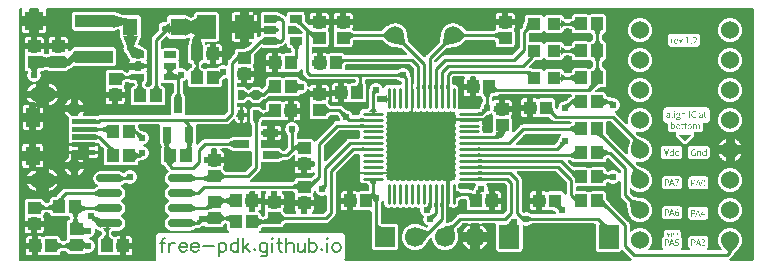
<source format=gtl>
G04 Layer: TopLayer*
G04 EasyEDA v6.2.38, 2019-08-31T09:11:45+02:00*
G04 e43a48f15e4b4d90815dc594cbdf787c,da1ed6c8b984424aa63d4157573fa6f0,10*
G04 Gerber Generator version 0.2*
G04 Scale: 100 percent, Rotated: No, Reflected: No *
G04 Dimensions in millimeters *
G04 leading zeros omitted , absolute positions ,3 integer and 3 decimal *
%FSLAX33Y33*%
%MOMM*%
G90*
G71D02*

%ADD10C,0.254000*%
%ADD11C,0.599999*%
%ADD12C,0.280010*%
%ADD13C,0.699999*%
%ADD14C,0.203200*%
%ADD15C,0.619760*%
%ADD18R,0.999998X1.099998*%
%ADD19R,3.199994X1.099998*%
%ADD20R,1.092200X0.990600*%
%ADD24R,1.270000X1.470660*%
%ADD30C,1.524000*%
%ADD32C,1.699997*%
%ADD33C,1.199998*%
%ADD34R,1.574800X1.574800*%
%ADD35C,1.499997*%
%ADD36C,1.299997*%

%LPD*%
G36*
G01X425Y21640D02*
G01X370Y21640D01*
G01X356Y21639D01*
G01X342Y21636D01*
G01X328Y21631D01*
G01X315Y21624D01*
G01X304Y21615D01*
G01X294Y21605D01*
G01X285Y21594D01*
G01X278Y21581D01*
G01X273Y21567D01*
G01X270Y21553D01*
G01X269Y21539D01*
G01X269Y370D01*
G01X270Y356D01*
G01X273Y342D01*
G01X278Y328D01*
G01X285Y315D01*
G01X294Y304D01*
G01X304Y294D01*
G01X315Y285D01*
G01X328Y278D01*
G01X342Y273D01*
G01X356Y270D01*
G01X370Y269D01*
G01X11779Y269D01*
G01X11793Y270D01*
G01X11808Y273D01*
G01X11821Y278D01*
G01X11834Y285D01*
G01X11846Y294D01*
G01X11856Y304D01*
G01X11864Y315D01*
G01X11871Y328D01*
G01X11876Y342D01*
G01X11880Y356D01*
G01X11881Y370D01*
G01X11879Y388D01*
G01X11875Y405D01*
G01X11855Y445D01*
G01X11846Y469D01*
G01X11839Y495D01*
G01X11835Y522D01*
G01X11833Y548D01*
G01X11833Y2334D01*
G01X11834Y2357D01*
G01X11838Y2381D01*
G01X11843Y2404D01*
G01X11851Y2426D01*
G01X11860Y2448D01*
G01X11872Y2469D01*
G01X11885Y2488D01*
G01X11900Y2507D01*
G01X11917Y2523D01*
G01X11935Y2538D01*
G01X11955Y2552D01*
G01X11976Y2563D01*
G01X11997Y2573D01*
G01X12020Y2581D01*
G01X12043Y2586D01*
G01X12066Y2589D01*
G01X12090Y2590D01*
G01X17930Y2590D01*
G01X17944Y2591D01*
G01X17958Y2594D01*
G01X17972Y2599D01*
G01X17984Y2606D01*
G01X17996Y2615D01*
G01X18006Y2625D01*
G01X18015Y2637D01*
G01X18022Y2650D01*
G01X18027Y2663D01*
G01X18030Y2677D01*
G01X18031Y2692D01*
G01X18030Y2707D01*
G01X18027Y2722D01*
G01X18021Y2736D01*
G01X18013Y2750D01*
G01X18003Y2762D01*
G01X17992Y2772D01*
G01X17979Y2781D01*
G01X17958Y2794D01*
G01X17939Y2809D01*
G01X17921Y2826D01*
G01X17904Y2844D01*
G01X17890Y2864D01*
G01X17877Y2885D01*
G01X17867Y2908D01*
G01X17859Y2931D01*
G01X17853Y2955D01*
G01X17849Y2980D01*
G01X17848Y3004D01*
G01X17848Y3332D01*
G01X17847Y3348D01*
G01X17843Y3363D01*
G01X17837Y3378D01*
G01X17828Y3392D01*
G01X17818Y3404D01*
G01X17806Y3414D01*
G01X17792Y3422D01*
G01X17755Y3441D01*
G01X17741Y3447D01*
G01X17725Y3450D01*
G01X17710Y3452D01*
G01X17694Y3450D01*
G01X17679Y3447D01*
G01X17664Y3441D01*
G01X17625Y3421D01*
G01X17611Y3413D01*
G01X17598Y3402D01*
G01X17587Y3389D01*
G01X17579Y3374D01*
G01X17573Y3359D01*
G01X17569Y3342D01*
G01X17566Y3319D01*
G01X17560Y3297D01*
G01X17552Y3275D01*
G01X17542Y3254D01*
G01X17530Y3234D01*
G01X17517Y3215D01*
G01X17502Y3197D01*
G01X17485Y3181D01*
G01X17467Y3166D01*
G01X17448Y3153D01*
G01X17427Y3142D01*
G01X17406Y3133D01*
G01X17384Y3126D01*
G01X17361Y3120D01*
G01X17338Y3117D01*
G01X17315Y3116D01*
G01X16212Y3116D01*
G01X16188Y3117D01*
G01X16164Y3121D01*
G01X16140Y3126D01*
G01X16117Y3134D01*
G01X16095Y3144D01*
G01X16074Y3157D01*
G01X16054Y3171D01*
G01X16036Y3187D01*
G01X16019Y3204D01*
G01X16004Y3223D01*
G01X15993Y3236D01*
G01X15981Y3246D01*
G01X15967Y3255D01*
G01X15953Y3261D01*
G01X15937Y3265D01*
G01X15921Y3266D01*
G01X15895Y3263D01*
G01X15814Y3245D01*
G01X15701Y3206D01*
G01X15687Y3200D01*
G01X15674Y3192D01*
G01X15662Y3182D01*
G01X15638Y3157D01*
G01X15616Y3137D01*
G01X15592Y3118D01*
G01X15567Y3101D01*
G01X15541Y3087D01*
G01X15513Y3074D01*
G01X15485Y3064D01*
G01X15456Y3056D01*
G01X15426Y3050D01*
G01X15397Y3046D01*
G01X15367Y3045D01*
G01X15306Y3045D01*
G01X15291Y3044D01*
G01X15275Y3040D01*
G01X15261Y3034D01*
G01X14988Y2898D01*
G01X14985Y2896D01*
G01X14951Y2879D01*
G01X14916Y2864D01*
G01X14880Y2851D01*
G01X14844Y2841D01*
G01X14807Y2833D01*
G01X14770Y2827D01*
G01X14732Y2823D01*
G01X14694Y2822D01*
G01X13194Y2822D01*
G01X13159Y2823D01*
G01X13124Y2826D01*
G01X13089Y2831D01*
G01X13054Y2838D01*
G01X13020Y2847D01*
G01X12987Y2859D01*
G01X12954Y2872D01*
G01X12922Y2886D01*
G01X12891Y2903D01*
G01X12861Y2922D01*
G01X12832Y2942D01*
G01X12804Y2964D01*
G01X12778Y2987D01*
G01X12753Y3012D01*
G01X12729Y3039D01*
G01X12708Y3066D01*
G01X12687Y3095D01*
G01X12669Y3125D01*
G01X12652Y3156D01*
G01X12637Y3188D01*
G01X12624Y3221D01*
G01X12613Y3255D01*
G01X12604Y3289D01*
G01X12597Y3323D01*
G01X12592Y3358D01*
G01X12589Y3393D01*
G01X12588Y3429D01*
G01X12589Y3464D01*
G01X12592Y3499D01*
G01X12597Y3534D01*
G01X12604Y3569D01*
G01X12613Y3604D01*
G01X12625Y3637D01*
G01X12638Y3670D01*
G01X12653Y3702D01*
G01X12670Y3733D01*
G01X12689Y3764D01*
G01X12709Y3793D01*
G01X12731Y3820D01*
G01X12755Y3847D01*
G01X12780Y3872D01*
G01X12807Y3895D01*
G01X12835Y3917D01*
G01X12864Y3937D01*
G01X12894Y3956D01*
G01X12926Y3972D01*
G01X12940Y3981D01*
G01X12952Y3991D01*
G01X12962Y4003D01*
G01X12971Y4017D01*
G01X12977Y4032D01*
G01X12981Y4047D01*
G01X12982Y4063D01*
G01X12981Y4080D01*
G01X12977Y4095D01*
G01X12971Y4110D01*
G01X12962Y4124D01*
G01X12952Y4136D01*
G01X12940Y4146D01*
G01X12926Y4155D01*
G01X12894Y4171D01*
G01X12864Y4190D01*
G01X12835Y4210D01*
G01X12807Y4232D01*
G01X12780Y4255D01*
G01X12755Y4280D01*
G01X12731Y4307D01*
G01X12709Y4334D01*
G01X12689Y4363D01*
G01X12670Y4394D01*
G01X12653Y4425D01*
G01X12638Y4457D01*
G01X12625Y4490D01*
G01X12613Y4523D01*
G01X12604Y4558D01*
G01X12597Y4593D01*
G01X12592Y4628D01*
G01X12589Y4663D01*
G01X12588Y4699D01*
G01X12589Y4734D01*
G01X12592Y4769D01*
G01X12597Y4804D01*
G01X12604Y4839D01*
G01X12613Y4874D01*
G01X12625Y4907D01*
G01X12638Y4940D01*
G01X12653Y4972D01*
G01X12670Y5003D01*
G01X12689Y5034D01*
G01X12709Y5063D01*
G01X12731Y5090D01*
G01X12755Y5117D01*
G01X12780Y5142D01*
G01X12807Y5165D01*
G01X12835Y5187D01*
G01X12864Y5207D01*
G01X12894Y5226D01*
G01X12926Y5242D01*
G01X12940Y5251D01*
G01X12952Y5261D01*
G01X12962Y5273D01*
G01X12971Y5287D01*
G01X12977Y5302D01*
G01X12981Y5317D01*
G01X12982Y5333D01*
G01X12981Y5350D01*
G01X12977Y5365D01*
G01X12971Y5380D01*
G01X12962Y5394D01*
G01X12952Y5406D01*
G01X12940Y5416D01*
G01X12926Y5425D01*
G01X12894Y5441D01*
G01X12864Y5460D01*
G01X12835Y5480D01*
G01X12807Y5502D01*
G01X12780Y5525D01*
G01X12755Y5550D01*
G01X12731Y5577D01*
G01X12709Y5604D01*
G01X12689Y5633D01*
G01X12670Y5664D01*
G01X12653Y5695D01*
G01X12638Y5727D01*
G01X12625Y5760D01*
G01X12613Y5793D01*
G01X12604Y5828D01*
G01X12597Y5863D01*
G01X12592Y5898D01*
G01X12589Y5933D01*
G01X12588Y5969D01*
G01X12589Y6004D01*
G01X12592Y6039D01*
G01X12597Y6074D01*
G01X12604Y6109D01*
G01X12613Y6144D01*
G01X12625Y6177D01*
G01X12638Y6210D01*
G01X12653Y6242D01*
G01X12670Y6273D01*
G01X12689Y6304D01*
G01X12709Y6333D01*
G01X12731Y6360D01*
G01X12755Y6387D01*
G01X12780Y6412D01*
G01X12807Y6435D01*
G01X12835Y6457D01*
G01X12864Y6477D01*
G01X12894Y6496D01*
G01X12926Y6512D01*
G01X12940Y6521D01*
G01X12952Y6531D01*
G01X12962Y6543D01*
G01X12971Y6557D01*
G01X12977Y6572D01*
G01X12981Y6587D01*
G01X12982Y6603D01*
G01X12981Y6620D01*
G01X12977Y6635D01*
G01X12971Y6650D01*
G01X12962Y6664D01*
G01X12952Y6676D01*
G01X12940Y6686D01*
G01X12926Y6695D01*
G01X12894Y6711D01*
G01X12864Y6730D01*
G01X12835Y6750D01*
G01X12807Y6772D01*
G01X12780Y6795D01*
G01X12755Y6820D01*
G01X12731Y6847D01*
G01X12709Y6874D01*
G01X12689Y6903D01*
G01X12670Y6934D01*
G01X12653Y6965D01*
G01X12638Y6997D01*
G01X12625Y7030D01*
G01X12613Y7063D01*
G01X12604Y7098D01*
G01X12597Y7133D01*
G01X12592Y7168D01*
G01X12589Y7203D01*
G01X12588Y7239D01*
G01X12589Y7274D01*
G01X12592Y7310D01*
G01X12597Y7345D01*
G01X12604Y7380D01*
G01X12614Y7415D01*
G01X12625Y7449D01*
G01X12639Y7482D01*
G01X12654Y7514D01*
G01X12671Y7546D01*
G01X12690Y7576D01*
G01X12711Y7605D01*
G01X12733Y7633D01*
G01X12757Y7659D01*
G01X12783Y7684D01*
G01X12810Y7708D01*
G01X12838Y7730D01*
G01X12868Y7750D01*
G01X12880Y7759D01*
G01X12890Y7769D01*
G01X12899Y7780D01*
G01X12906Y7793D01*
G01X12911Y7807D01*
G01X12914Y7821D01*
G01X12915Y7836D01*
G01X12914Y7851D01*
G01X12910Y7867D01*
G01X12904Y7882D01*
G01X12896Y7895D01*
G01X12885Y7907D01*
G01X12744Y8048D01*
G01X12723Y8071D01*
G01X12704Y8095D01*
G01X12687Y8121D01*
G01X12672Y8148D01*
G01X12660Y8177D01*
G01X12649Y8206D01*
G01X12643Y8220D01*
G01X12635Y8234D01*
G01X12595Y8292D01*
G01X12584Y8305D01*
G01X12572Y8315D01*
G01X12559Y8324D01*
G01X12544Y8330D01*
G01X12529Y8334D01*
G01X12513Y8336D01*
G01X12489Y8337D01*
G01X12466Y8341D01*
G01X12443Y8346D01*
G01X12421Y8354D01*
G01X12400Y8364D01*
G01X12379Y8376D01*
G01X12360Y8389D01*
G01X12342Y8404D01*
G01X12326Y8421D01*
G01X12311Y8439D01*
G01X12298Y8458D01*
G01X12286Y8479D01*
G01X12277Y8500D01*
G01X12270Y8523D01*
G01X12264Y8546D01*
G01X12261Y8569D01*
G01X12260Y8592D01*
G01X12260Y9695D01*
G01X12261Y9721D01*
G01X12266Y9747D01*
G01X12272Y9773D01*
G01X12273Y9775D01*
G01X12273Y9776D01*
G01X12323Y9930D01*
G01X12326Y9945D01*
G01X12327Y9961D01*
G01X12326Y9976D01*
G01X12323Y9992D01*
G01X12317Y10006D01*
G01X12276Y10088D01*
G01X12265Y10106D01*
G01X12250Y10120D01*
G01X12232Y10137D01*
G01X12215Y10156D01*
G01X12201Y10176D01*
G01X12188Y10197D01*
G01X12178Y10220D01*
G01X12169Y10243D01*
G01X12163Y10268D01*
G01X12160Y10292D01*
G01X12158Y10317D01*
G01X12158Y11567D01*
G01X12160Y11592D01*
G01X12164Y11618D01*
G01X12170Y11643D01*
G01X12179Y11667D01*
G01X12185Y11686D01*
G01X12187Y11706D01*
G01X12186Y11721D01*
G01X12183Y11735D01*
G01X12178Y11749D01*
G01X12171Y11761D01*
G01X12162Y11773D01*
G01X12152Y11783D01*
G01X12140Y11792D01*
G01X12127Y11799D01*
G01X12114Y11804D01*
G01X12100Y11807D01*
G01X12085Y11808D01*
G01X10447Y11808D01*
G01X10432Y11807D01*
G01X10418Y11804D01*
G01X10404Y11799D01*
G01X10392Y11792D01*
G01X10380Y11783D01*
G01X10370Y11773D01*
G01X10361Y11761D01*
G01X10354Y11749D01*
G01X10349Y11735D01*
G01X10346Y11721D01*
G01X10345Y11706D01*
G01X10345Y11567D01*
G01X10346Y11551D01*
G01X10350Y11535D01*
G01X10356Y11521D01*
G01X10364Y11507D01*
G01X10374Y11495D01*
G01X10386Y11485D01*
G01X10409Y11467D01*
G01X10431Y11447D01*
G01X10582Y11295D01*
G01X10594Y11285D01*
G01X10607Y11277D01*
G01X10621Y11271D01*
G01X10734Y11232D01*
G01X10752Y11228D01*
G01X10786Y11221D01*
G01X10820Y11213D01*
G01X10854Y11203D01*
G01X10886Y11190D01*
G01X10918Y11175D01*
G01X10949Y11159D01*
G01X10979Y11141D01*
G01X11007Y11121D01*
G01X11035Y11099D01*
G01X11061Y11075D01*
G01X11085Y11050D01*
G01X11108Y11024D01*
G01X11129Y10996D01*
G01X11149Y10967D01*
G01X11166Y10936D01*
G01X11182Y10905D01*
G01X11195Y10873D01*
G01X11207Y10840D01*
G01X11217Y10806D01*
G01X11224Y10772D01*
G01X11230Y10737D01*
G01X11233Y10702D01*
G01X11234Y10667D01*
G01X11233Y10632D01*
G01X11229Y10597D01*
G01X11224Y10561D01*
G01X11216Y10527D01*
G01X11206Y10493D01*
G01X11194Y10459D01*
G01X11180Y10427D01*
G01X11164Y10395D01*
G01X11146Y10364D01*
G01X11126Y10335D01*
G01X11104Y10307D01*
G01X11081Y10280D01*
G01X11056Y10255D01*
G01X11029Y10231D01*
G01X11001Y10210D01*
G01X10972Y10190D01*
G01X10941Y10172D01*
G01X10909Y10155D01*
G01X10877Y10141D01*
G01X10843Y10129D01*
G01X10829Y10123D01*
G01X10815Y10115D01*
G01X10803Y10104D01*
G01X10793Y10092D01*
G01X10784Y10079D01*
G01X10778Y10064D01*
G01X10775Y10048D01*
G01X10773Y10033D01*
G01X10775Y10017D01*
G01X10778Y10001D01*
G01X10784Y9986D01*
G01X10793Y9973D01*
G01X10803Y9961D01*
G01X10815Y9950D01*
G01X10829Y9942D01*
G01X10843Y9936D01*
G01X10877Y9924D01*
G01X10909Y9910D01*
G01X10941Y9893D01*
G01X10972Y9875D01*
G01X11001Y9855D01*
G01X11029Y9834D01*
G01X11056Y9810D01*
G01X11081Y9785D01*
G01X11104Y9758D01*
G01X11126Y9730D01*
G01X11146Y9701D01*
G01X11164Y9670D01*
G01X11180Y9638D01*
G01X11194Y9606D01*
G01X11206Y9572D01*
G01X11216Y9538D01*
G01X11224Y9504D01*
G01X11229Y9468D01*
G01X11233Y9433D01*
G01X11234Y9397D01*
G01X11233Y9363D01*
G01X11230Y9328D01*
G01X11224Y9294D01*
G01X11217Y9260D01*
G01X11208Y9227D01*
G01X11196Y9194D01*
G01X11183Y9162D01*
G01X11167Y9131D01*
G01X11150Y9101D01*
G01X11131Y9072D01*
G01X11110Y9044D01*
G01X11088Y9018D01*
G01X11064Y8993D01*
G01X11038Y8969D01*
G01X11012Y8948D01*
G01X10983Y8927D01*
G01X10954Y8909D01*
G01X10924Y8892D01*
G01X10892Y8878D01*
G01X10860Y8865D01*
G01X10827Y8854D01*
G01X10794Y8845D01*
G01X10760Y8839D01*
G01X10725Y8834D01*
G01X10717Y8833D01*
G01X10623Y8815D01*
G01X10608Y8811D01*
G01X10594Y8805D01*
G01X10568Y8792D01*
G01X10540Y8782D01*
G01X10513Y8773D01*
G01X10487Y8762D01*
G01X10395Y8708D01*
G01X10383Y8700D01*
G01X10372Y8690D01*
G01X10362Y8678D01*
G01X10355Y8665D01*
G01X10349Y8651D01*
G01X10346Y8636D01*
G01X10345Y8621D01*
G01X10345Y8592D01*
G01X10344Y8569D01*
G01X10341Y8545D01*
G01X10335Y8522D01*
G01X10328Y8500D01*
G01X10318Y8478D01*
G01X10306Y8457D01*
G01X10293Y8438D01*
G01X10278Y8419D01*
G01X10261Y8403D01*
G01X10243Y8388D01*
G01X10223Y8374D01*
G01X10203Y8363D01*
G01X10181Y8353D01*
G01X10159Y8346D01*
G01X10136Y8340D01*
G01X10112Y8337D01*
G01X10088Y8336D01*
G01X9090Y8336D01*
G01X9065Y8337D01*
G01X9040Y8341D01*
G01X9015Y8347D01*
G01X8991Y8356D01*
G01X8968Y8367D01*
G01X8946Y8380D01*
G01X8933Y8387D01*
G01X8919Y8393D01*
G01X8905Y8396D01*
G01X8890Y8397D01*
G01X8874Y8396D01*
G01X8860Y8393D01*
G01X8846Y8387D01*
G01X8833Y8380D01*
G01X8811Y8367D01*
G01X8788Y8356D01*
G01X8764Y8347D01*
G01X8739Y8341D01*
G01X8714Y8337D01*
G01X8689Y8336D01*
G01X7691Y8336D01*
G01X7667Y8337D01*
G01X7643Y8340D01*
G01X7620Y8346D01*
G01X7598Y8353D01*
G01X7576Y8363D01*
G01X7556Y8374D01*
G01X7536Y8388D01*
G01X7518Y8403D01*
G01X7501Y8419D01*
G01X7486Y8438D01*
G01X7473Y8457D01*
G01X7461Y8478D01*
G01X7451Y8500D01*
G01X7444Y8522D01*
G01X7438Y8545D01*
G01X7435Y8569D01*
G01X7434Y8592D01*
G01X7434Y9709D01*
G01X7433Y9724D01*
G01X7430Y9738D01*
G01X7425Y9751D01*
G01X7418Y9764D01*
G01X7328Y9905D01*
G01X7315Y9922D01*
G01X7143Y10094D01*
G01X7131Y10104D01*
G01X7119Y10112D01*
G01X7105Y10118D01*
G01X7099Y10132D01*
G01X7091Y10144D01*
G01X7081Y10156D01*
G01X7059Y10177D01*
G01X7047Y10188D01*
G01X7034Y10196D01*
G01X7019Y10202D01*
G01X7003Y10206D01*
G01X6987Y10207D01*
G01X6200Y10207D01*
G01X6192Y10220D01*
G01X6182Y10232D01*
G01X6170Y10242D01*
G01X6156Y10250D01*
G01X6142Y10256D01*
G01X6126Y10260D01*
G01X6111Y10261D01*
G01X5313Y10261D01*
G01X5298Y10260D01*
G01X5282Y10256D01*
G01X5268Y10250D01*
G01X5254Y10242D01*
G01X5242Y10232D01*
G01X5232Y10220D01*
G01X5223Y10207D01*
G01X4455Y10207D01*
G01X4455Y10320D01*
G01X4456Y10343D01*
G01X4459Y10367D01*
G01X4465Y10390D01*
G01X4469Y10419D01*
G01X4465Y10447D01*
G01X4459Y10470D01*
G01X4456Y10494D01*
G01X4455Y10518D01*
G01X4455Y10970D01*
G01X4456Y10994D01*
G01X4459Y11017D01*
G01X4465Y11041D01*
G01X4469Y11069D01*
G01X4465Y11097D01*
G01X4459Y11120D01*
G01X4456Y11144D01*
G01X4455Y11168D01*
G01X4455Y11620D01*
G01X4456Y11644D01*
G01X4459Y11668D01*
G01X4465Y11691D01*
G01X4469Y11719D01*
G01X4465Y11747D01*
G01X4459Y11770D01*
G01X4456Y11794D01*
G01X4455Y11818D01*
G01X4455Y12268D01*
G01X4456Y12292D01*
G01X4459Y12315D01*
G01X4465Y12339D01*
G01X4469Y12367D01*
G01X4467Y12383D01*
G01X4464Y12398D01*
G01X4457Y12413D01*
G01X4449Y12427D01*
G01X4439Y12439D01*
G01X4426Y12449D01*
G01X4393Y12475D01*
G01X4361Y12502D01*
G01X4330Y12530D01*
G01X4300Y12560D01*
G01X4272Y12592D01*
G01X4246Y12624D01*
G01X4221Y12658D01*
G01X4198Y12694D01*
G01X4177Y12730D01*
G01X4158Y12767D01*
G01X4140Y12805D01*
G01X4125Y12844D01*
G01X4627Y12844D01*
G01X4627Y12626D01*
G01X4628Y12611D01*
G01X4631Y12597D01*
G01X4636Y12584D01*
G01X4643Y12571D01*
G01X4652Y12559D01*
G01X4662Y12549D01*
G01X4674Y12540D01*
G01X4686Y12533D01*
G01X4700Y12528D01*
G01X4714Y12525D01*
G01X4728Y12524D01*
G01X5125Y12524D01*
G01X5140Y12525D01*
G01X5154Y12528D01*
G01X5167Y12533D01*
G01X5180Y12540D01*
G01X5192Y12549D01*
G01X5202Y12559D01*
G01X5211Y12571D01*
G01X5218Y12584D01*
G01X5223Y12597D01*
G01X5226Y12611D01*
G01X5227Y12626D01*
G01X5227Y12844D01*
G01X5729Y12844D01*
G01X5712Y12802D01*
G01X5693Y12760D01*
G01X5671Y12720D01*
G01X5647Y12681D01*
G01X5640Y12668D01*
G01X5635Y12654D01*
G01X5632Y12640D01*
G01X5631Y12626D01*
G01X5632Y12611D01*
G01X5635Y12597D01*
G01X5640Y12584D01*
G01X5647Y12571D01*
G01X5656Y12559D01*
G01X5666Y12549D01*
G01X5678Y12540D01*
G01X5690Y12533D01*
G01X5704Y12528D01*
G01X5718Y12525D01*
G01X5733Y12524D01*
G01X6713Y12524D01*
G01X6737Y12523D01*
G01X6760Y12520D01*
G01X6783Y12514D01*
G01X6806Y12507D01*
G01X6830Y12499D01*
G01X6848Y12498D01*
G01X6863Y12499D01*
G01X6877Y12502D01*
G01X6891Y12507D01*
G01X6904Y12514D01*
G01X6931Y12530D01*
G01X6959Y12543D01*
G01X6988Y12555D01*
G01X7018Y12564D01*
G01X7049Y12570D01*
G01X7080Y12574D01*
G01X7112Y12575D01*
G01X13035Y12575D01*
G01X13050Y12576D01*
G01X13064Y12579D01*
G01X13077Y12584D01*
G01X13090Y12591D01*
G01X13102Y12600D01*
G01X13112Y12610D01*
G01X13121Y12622D01*
G01X13128Y12634D01*
G01X13133Y12648D01*
G01X13136Y12662D01*
G01X13137Y12677D01*
G01X13135Y12697D01*
G01X13129Y12716D01*
G01X13120Y12740D01*
G01X13114Y12765D01*
G01X13110Y12791D01*
G01X13108Y12816D01*
G01X13108Y14066D01*
G01X13110Y14091D01*
G01X13113Y14115D01*
G01X13119Y14140D01*
G01X13127Y14163D01*
G01X13138Y14186D01*
G01X13151Y14207D01*
G01X13165Y14227D01*
G01X13182Y14246D01*
G01X13200Y14263D01*
G01X13215Y14277D01*
G01X13226Y14295D01*
G01X13321Y14486D01*
G01X13327Y14501D01*
G01X13331Y14516D01*
G01X13332Y14532D01*
G01X13332Y15181D01*
G01X13331Y15196D01*
G01X13328Y15210D01*
G01X13323Y15223D01*
G01X13316Y15236D01*
G01X13307Y15248D01*
G01X13297Y15258D01*
G01X13285Y15267D01*
G01X13273Y15273D01*
G01X13259Y15279D01*
G01X13245Y15282D01*
G01X13230Y15283D01*
G01X12532Y15283D01*
G01X12508Y15284D01*
G01X12485Y15287D01*
G01X12462Y15292D01*
G01X12439Y15300D01*
G01X12418Y15309D01*
G01X12403Y15315D01*
G01X12388Y15319D01*
G01X12373Y15320D01*
G01X12358Y15319D01*
G01X12344Y15316D01*
G01X12330Y15311D01*
G01X12318Y15304D01*
G01X12306Y15295D01*
G01X12296Y15285D01*
G01X12287Y15273D01*
G01X12280Y15261D01*
G01X12275Y15247D01*
G01X12272Y15233D01*
G01X12271Y15218D01*
G01X12272Y15203D01*
G01X12276Y15188D01*
G01X12282Y15173D01*
G01X12326Y15085D01*
G01X12334Y15071D01*
G01X12345Y15058D01*
G01X12358Y15047D01*
G01X12373Y15039D01*
G01X12388Y15033D01*
G01X12405Y15029D01*
G01X12428Y15026D01*
G01X12450Y15020D01*
G01X12472Y15012D01*
G01X12493Y15002D01*
G01X12513Y14990D01*
G01X12532Y14977D01*
G01X12550Y14962D01*
G01X12566Y14945D01*
G01X12581Y14927D01*
G01X12594Y14908D01*
G01X12605Y14887D01*
G01X12614Y14866D01*
G01X12621Y14844D01*
G01X12627Y14821D01*
G01X12630Y14798D01*
G01X12631Y14775D01*
G01X12631Y13672D01*
G01X12630Y13649D01*
G01X12627Y13625D01*
G01X12621Y13602D01*
G01X12614Y13580D01*
G01X12604Y13558D01*
G01X12592Y13537D01*
G01X12579Y13518D01*
G01X12564Y13499D01*
G01X12547Y13483D01*
G01X12529Y13468D01*
G01X12509Y13454D01*
G01X12489Y13443D01*
G01X12467Y13433D01*
G01X12445Y13426D01*
G01X12422Y13420D01*
G01X12398Y13417D01*
G01X12374Y13416D01*
G01X11376Y13416D01*
G01X11351Y13417D01*
G01X11326Y13421D01*
G01X11301Y13427D01*
G01X11277Y13436D01*
G01X11254Y13447D01*
G01X11232Y13460D01*
G01X11219Y13467D01*
G01X11205Y13473D01*
G01X11191Y13476D01*
G01X11176Y13477D01*
G01X11160Y13476D01*
G01X11146Y13473D01*
G01X11132Y13467D01*
G01X11119Y13460D01*
G01X11097Y13447D01*
G01X11074Y13436D01*
G01X11050Y13427D01*
G01X11025Y13421D01*
G01X11000Y13417D01*
G01X10975Y13416D01*
G01X9977Y13416D01*
G01X9953Y13417D01*
G01X9929Y13420D01*
G01X9906Y13426D01*
G01X9884Y13433D01*
G01X9862Y13443D01*
G01X9842Y13454D01*
G01X9822Y13468D01*
G01X9804Y13483D01*
G01X9787Y13499D01*
G01X9772Y13518D01*
G01X9759Y13537D01*
G01X9747Y13558D01*
G01X9737Y13580D01*
G01X9730Y13602D01*
G01X9724Y13625D01*
G01X9721Y13649D01*
G01X9720Y13672D01*
G01X9720Y14775D01*
G01X9721Y14798D01*
G01X9724Y14821D01*
G01X9730Y14844D01*
G01X9737Y14866D01*
G01X9746Y14887D01*
G01X9757Y14908D01*
G01X9770Y14927D01*
G01X9785Y14945D01*
G01X9801Y14962D01*
G01X9819Y14977D01*
G01X9838Y14991D01*
G01X9859Y15002D01*
G01X9880Y15012D01*
G01X9902Y15020D01*
G01X9924Y15026D01*
G01X9947Y15030D01*
G01X9962Y15032D01*
G01X9975Y15037D01*
G01X9988Y15043D01*
G01X10000Y15052D01*
G01X10010Y15061D01*
G01X10019Y15073D01*
G01X10027Y15085D01*
G01X10040Y15111D01*
G01X10046Y15126D01*
G01X10049Y15141D01*
G01X10051Y15157D01*
G01X10049Y15173D01*
G01X10046Y15188D01*
G01X10040Y15202D01*
G01X10028Y15227D01*
G01X10019Y15240D01*
G01X10009Y15253D01*
G01X9997Y15263D01*
G01X9983Y15271D01*
G01X9969Y15278D01*
G01X9953Y15281D01*
G01X9937Y15283D01*
G01X9830Y15283D01*
G01X9807Y15284D01*
G01X9784Y15287D01*
G01X9761Y15293D01*
G01X9739Y15300D01*
G01X9429Y15420D01*
G01X9411Y15425D01*
G01X9392Y15427D01*
G01X9376Y15426D01*
G01X9361Y15422D01*
G01X9347Y15416D01*
G01X9245Y15366D01*
G01X9232Y15357D01*
G01X9219Y15347D01*
G01X9209Y15335D01*
G01X9200Y15321D01*
G01X9194Y15306D01*
G01X9190Y15291D01*
G01X9189Y15275D01*
G01X9189Y15186D01*
G01X9188Y15161D01*
G01X9184Y15136D01*
G01X9178Y15111D01*
G01X9169Y15087D01*
G01X9158Y15064D01*
G01X9145Y15042D01*
G01X9138Y15029D01*
G01X9132Y15015D01*
G01X9129Y15001D01*
G01X9128Y14985D01*
G01X9129Y14970D01*
G01X9132Y14956D01*
G01X9138Y14942D01*
G01X9145Y14929D01*
G01X9158Y14907D01*
G01X9169Y14884D01*
G01X9178Y14860D01*
G01X9184Y14835D01*
G01X9188Y14810D01*
G01X9189Y14785D01*
G01X9189Y14535D01*
G01X8657Y14535D01*
G01X8657Y14828D01*
G01X8656Y14842D01*
G01X8653Y14857D01*
G01X8648Y14870D01*
G01X8641Y14883D01*
G01X8632Y14895D01*
G01X8622Y14905D01*
G01X8610Y14913D01*
G01X8598Y14920D01*
G01X8584Y14926D01*
G01X8570Y14929D01*
G01X8555Y14930D01*
G01X8208Y14930D01*
G01X8193Y14929D01*
G01X8179Y14926D01*
G01X8165Y14920D01*
G01X8153Y14913D01*
G01X8141Y14905D01*
G01X8131Y14895D01*
G01X8122Y14883D01*
G01X8115Y14870D01*
G01X8110Y14857D01*
G01X8107Y14842D01*
G01X8106Y14828D01*
G01X8106Y14535D01*
G01X7574Y14535D01*
G01X7574Y14785D01*
G01X7575Y14810D01*
G01X7579Y14835D01*
G01X7585Y14860D01*
G01X7594Y14884D01*
G01X7605Y14907D01*
G01X7618Y14929D01*
G01X7625Y14942D01*
G01X7631Y14956D01*
G01X7634Y14970D01*
G01X7635Y14986D01*
G01X7634Y15001D01*
G01X7631Y15015D01*
G01X7625Y15029D01*
G01X7618Y15042D01*
G01X7605Y15064D01*
G01X7594Y15087D01*
G01X7585Y15111D01*
G01X7579Y15136D01*
G01X7575Y15161D01*
G01X7574Y15186D01*
G01X7574Y16184D01*
G01X7575Y16208D01*
G01X7578Y16232D01*
G01X7584Y16255D01*
G01X7591Y16277D01*
G01X7601Y16299D01*
G01X7612Y16319D01*
G01X7626Y16339D01*
G01X7641Y16357D01*
G01X7657Y16374D01*
G01X7676Y16389D01*
G01X7695Y16402D01*
G01X7716Y16414D01*
G01X7738Y16424D01*
G01X7760Y16431D01*
G01X7783Y16437D01*
G01X7807Y16440D01*
G01X7830Y16441D01*
G01X8933Y16441D01*
G01X8956Y16440D01*
G01X8978Y16437D01*
G01X9001Y16432D01*
G01X9023Y16425D01*
G01X9044Y16416D01*
G01X9064Y16405D01*
G01X9083Y16392D01*
G01X9101Y16378D01*
G01X9118Y16362D01*
G01X9133Y16345D01*
G01X9147Y16326D01*
G01X9158Y16312D01*
G01X9171Y16301D01*
G01X9186Y16291D01*
G01X9347Y16211D01*
G01X9361Y16205D01*
G01X9376Y16201D01*
G01X9392Y16200D01*
G01X9411Y16202D01*
G01X9429Y16207D01*
G01X9541Y16250D01*
G01X9554Y16257D01*
G01X9567Y16265D01*
G01X9578Y16276D01*
G01X9588Y16288D01*
G01X9595Y16301D01*
G01X9601Y16315D01*
G01X9604Y16330D01*
G01X9606Y16345D01*
G01X9603Y16366D01*
G01X9597Y16386D01*
G01X9588Y16411D01*
G01X9581Y16436D01*
G01X9577Y16463D01*
G01X9575Y16489D01*
G01X9575Y16626D01*
G01X10082Y16626D01*
G01X10082Y16446D01*
G01X10083Y16432D01*
G01X10086Y16417D01*
G01X10091Y16404D01*
G01X10098Y16391D01*
G01X10107Y16379D01*
G01X10117Y16369D01*
G01X10129Y16361D01*
G01X10141Y16354D01*
G01X10155Y16349D01*
G01X10169Y16345D01*
G01X10184Y16344D01*
G01X10481Y16344D01*
G01X10495Y16345D01*
G01X10509Y16349D01*
G01X10523Y16354D01*
G01X10536Y16361D01*
G01X10547Y16369D01*
G01X10558Y16379D01*
G01X10566Y16391D01*
G01X10573Y16404D01*
G01X10578Y16417D01*
G01X10581Y16432D01*
G01X10582Y16446D01*
G01X10582Y16626D01*
G01X11089Y16626D01*
G01X11089Y16489D01*
G01X11088Y16464D01*
G01X11084Y16439D01*
G01X11078Y16414D01*
G01X11069Y16390D01*
G01X11058Y16367D01*
G01X11045Y16345D01*
G01X11038Y16332D01*
G01X11032Y16318D01*
G01X11029Y16304D01*
G01X11028Y16289D01*
G01X11029Y16273D01*
G01X11032Y16259D01*
G01X11038Y16245D01*
G01X11045Y16232D01*
G01X11058Y16210D01*
G01X11069Y16187D01*
G01X11078Y16163D01*
G01X11084Y16138D01*
G01X11088Y16113D01*
G01X11089Y16088D01*
G01X11089Y15539D01*
G01X11088Y15516D01*
G01X11085Y15493D01*
G01X11080Y15470D01*
G01X11072Y15448D01*
G01X11063Y15426D01*
G01X11052Y15406D01*
G01X11039Y15387D01*
G01X11024Y15368D01*
G01X11008Y15352D01*
G01X10990Y15337D01*
G01X10979Y15326D01*
G01X10969Y15315D01*
G01X10961Y15302D01*
G01X10912Y15202D01*
G01X10906Y15188D01*
G01X10902Y15173D01*
G01X10901Y15157D01*
G01X10902Y15141D01*
G01X10906Y15126D01*
G01X10912Y15111D01*
G01X10925Y15085D01*
G01X10932Y15073D01*
G01X10941Y15061D01*
G01X10952Y15052D01*
G01X10964Y15043D01*
G01X10976Y15037D01*
G01X10990Y15032D01*
G01X11004Y15030D01*
G01X11028Y15026D01*
G01X11052Y15019D01*
G01X11075Y15011D01*
G01X11098Y15000D01*
G01X11119Y14987D01*
G01X11132Y14980D01*
G01X11146Y14974D01*
G01X11160Y14971D01*
G01X11176Y14970D01*
G01X11191Y14971D01*
G01X11205Y14974D01*
G01X11219Y14980D01*
G01X11232Y14987D01*
G01X11254Y15000D01*
G01X11276Y15011D01*
G01X11299Y15019D01*
G01X11323Y15026D01*
G01X11348Y15030D01*
G01X11362Y15032D01*
G01X11376Y15037D01*
G01X11389Y15043D01*
G01X11401Y15052D01*
G01X11411Y15061D01*
G01X11420Y15073D01*
G01X11427Y15085D01*
G01X11482Y15195D01*
G01X11488Y15209D01*
G01X11492Y15225D01*
G01X11493Y15240D01*
G01X11493Y18989D01*
G01X11494Y19019D01*
G01X11498Y19049D01*
G01X11504Y19078D01*
G01X11512Y19107D01*
G01X11522Y19135D01*
G01X11535Y19163D01*
G01X11550Y19189D01*
G01X11566Y19214D01*
G01X11585Y19238D01*
G01X11605Y19260D01*
G01X12035Y19689D01*
G01X12045Y19701D01*
G01X12054Y19715D01*
G01X12060Y19730D01*
G01X12063Y19745D01*
G01X12065Y19761D01*
G01X12064Y19772D01*
G01X12062Y19811D01*
G01X12062Y20066D01*
G01X12063Y20094D01*
G01X12066Y20123D01*
G01X12072Y20151D01*
G01X12079Y20179D01*
G01X12088Y20206D01*
G01X12100Y20232D01*
G01X12113Y20257D01*
G01X12129Y20282D01*
G01X12146Y20305D01*
G01X12164Y20326D01*
G01X12185Y20347D01*
G01X12206Y20365D01*
G01X12229Y20382D01*
G01X12254Y20398D01*
G01X12279Y20411D01*
G01X12305Y20423D01*
G01X12332Y20432D01*
G01X12360Y20439D01*
G01X12388Y20445D01*
G01X12417Y20448D01*
G01X12446Y20449D01*
G01X12582Y20449D01*
G01X12598Y20450D01*
G01X12613Y20454D01*
G01X12627Y20460D01*
G01X12735Y20513D01*
G01X12749Y20522D01*
G01X12761Y20532D01*
G01X12771Y20544D01*
G01X12780Y20558D01*
G01X12786Y20573D01*
G01X12790Y20588D01*
G01X12791Y20604D01*
G01X12791Y20800D01*
G01X12792Y20823D01*
G01X12795Y20847D01*
G01X12801Y20870D01*
G01X12808Y20892D01*
G01X12818Y20914D01*
G01X12829Y20935D01*
G01X12843Y20954D01*
G01X12858Y20972D01*
G01X12875Y20989D01*
G01X12893Y21004D01*
G01X12912Y21018D01*
G01X12933Y21029D01*
G01X12955Y21039D01*
G01X12977Y21046D01*
G01X13000Y21052D01*
G01X13024Y21055D01*
G01X13047Y21056D01*
G01X14317Y21056D01*
G01X14341Y21055D01*
G01X14364Y21052D01*
G01X14387Y21046D01*
G01X14409Y21039D01*
G01X14431Y21030D01*
G01X14432Y21029D01*
G01X14769Y20867D01*
G01X14783Y20861D01*
G01X14798Y20858D01*
G01X14813Y20857D01*
G01X14829Y20858D01*
G01X14844Y20861D01*
G01X14858Y20867D01*
G01X15016Y20946D01*
G01X15029Y20954D01*
G01X15042Y20965D01*
G01X15052Y20977D01*
G01X15061Y20990D01*
G01X15067Y21005D01*
G01X15071Y21021D01*
G01X15072Y21037D01*
G01X15072Y21066D01*
G01X15073Y21090D01*
G01X15076Y21113D01*
G01X15082Y21136D01*
G01X15089Y21159D01*
G01X15099Y21181D01*
G01X15110Y21201D01*
G01X15124Y21221D01*
G01X15139Y21239D01*
G01X15156Y21256D01*
G01X15174Y21271D01*
G01X15193Y21284D01*
G01X15214Y21296D01*
G01X15236Y21305D01*
G01X15258Y21313D01*
G01X15281Y21318D01*
G01X15305Y21322D01*
G01X15328Y21323D01*
G01X16929Y21323D01*
G01X16952Y21322D01*
G01X16976Y21318D01*
G01X16999Y21313D01*
G01X17021Y21305D01*
G01X17043Y21296D01*
G01X17064Y21284D01*
G01X17083Y21271D01*
G01X17101Y21256D01*
G01X17118Y21239D01*
G01X17133Y21221D01*
G01X17147Y21201D01*
G01X17158Y21181D01*
G01X17168Y21159D01*
G01X17175Y21136D01*
G01X17181Y21113D01*
G01X17184Y21090D01*
G01X17185Y21066D01*
G01X17185Y19065D01*
G01X17184Y19041D01*
G01X17181Y19018D01*
G01X17175Y18995D01*
G01X17168Y18972D01*
G01X17158Y18950D01*
G01X17147Y18930D01*
G01X17133Y18910D01*
G01X17118Y18892D01*
G01X17101Y18875D01*
G01X17083Y18860D01*
G01X17064Y18847D01*
G01X17043Y18835D01*
G01X17021Y18826D01*
G01X16999Y18818D01*
G01X16976Y18813D01*
G01X16952Y18809D01*
G01X16929Y18808D01*
G01X16086Y18808D01*
G01X16072Y18807D01*
G01X16058Y18804D01*
G01X16044Y18799D01*
G01X16031Y18792D01*
G01X16020Y18783D01*
G01X16009Y18773D01*
G01X16001Y18762D01*
G01X15994Y18749D01*
G01X15989Y18735D01*
G01X15986Y18721D01*
G01X15985Y18707D01*
G01X15987Y18685D01*
G01X15995Y18647D01*
G01X16000Y18632D01*
G01X16006Y18619D01*
G01X16015Y18606D01*
G01X16025Y18595D01*
G01X16037Y18585D01*
G01X16050Y18577D01*
G01X16065Y18572D01*
G01X16079Y18568D01*
G01X16095Y18567D01*
G01X16110Y18569D01*
G01X16126Y18572D01*
G01X16152Y18579D01*
G01X16178Y18583D01*
G01X16205Y18585D01*
G01X16454Y18585D01*
G01X16454Y18053D01*
G01X16162Y18053D01*
G01X16147Y18052D01*
G01X16133Y18048D01*
G01X16119Y18043D01*
G01X16107Y18036D01*
G01X16095Y18028D01*
G01X16085Y18017D01*
G01X16076Y18006D01*
G01X16069Y17993D01*
G01X16064Y17980D01*
G01X16061Y17965D01*
G01X16060Y17951D01*
G01X16060Y17603D01*
G01X16061Y17589D01*
G01X16064Y17574D01*
G01X16069Y17561D01*
G01X16076Y17548D01*
G01X16085Y17536D01*
G01X16095Y17526D01*
G01X16107Y17517D01*
G01X16119Y17511D01*
G01X16133Y17505D01*
G01X16147Y17502D01*
G01X16162Y17501D01*
G01X16454Y17501D01*
G01X16454Y16969D01*
G01X16205Y16969D01*
G01X16179Y16970D01*
G01X16154Y16974D01*
G01X16130Y16980D01*
G01X16106Y16989D01*
G01X16083Y17000D01*
G01X16061Y17013D01*
G01X16048Y17021D01*
G01X16034Y17026D01*
G01X16019Y17030D01*
G01X16004Y17031D01*
G01X15989Y17030D01*
G01X15974Y17026D01*
G01X15960Y17021D01*
G01X15947Y17013D01*
G01X15926Y17000D01*
G01X15904Y16990D01*
G01X15881Y16981D01*
G01X15857Y16975D01*
G01X15833Y16971D01*
G01X15818Y16968D01*
G01X15805Y16964D01*
G01X15792Y16957D01*
G01X15780Y16949D01*
G01X15770Y16939D01*
G01X15761Y16928D01*
G01X15753Y16915D01*
G01X15699Y16808D01*
G01X15694Y16793D01*
G01X15690Y16778D01*
G01X15689Y16762D01*
G01X15690Y16747D01*
G01X15694Y16731D01*
G01X15699Y16717D01*
G01X15754Y16608D01*
G01X15763Y16593D01*
G01X15774Y16581D01*
G01X15786Y16570D01*
G01X15801Y16562D01*
G01X15816Y16556D01*
G01X15833Y16552D01*
G01X15856Y16548D01*
G01X15880Y16542D01*
G01X15903Y16533D01*
G01X15924Y16523D01*
G01X15945Y16510D01*
G01X15958Y16503D01*
G01X15972Y16497D01*
G01X15987Y16494D01*
G01X16002Y16493D01*
G01X16017Y16494D01*
G01X16032Y16497D01*
G01X16046Y16503D01*
G01X16059Y16510D01*
G01X16081Y16523D01*
G01X16104Y16534D01*
G01X16128Y16543D01*
G01X16152Y16549D01*
G01X16177Y16553D01*
G01X16203Y16554D01*
G01X16991Y16554D01*
G01X17006Y16555D01*
G01X17022Y16559D01*
G01X17036Y16565D01*
G01X17050Y16573D01*
G01X17062Y16583D01*
G01X17072Y16595D01*
G01X17093Y16622D01*
G01X17116Y16647D01*
G01X17141Y16671D01*
G01X17167Y16694D01*
G01X17194Y16715D01*
G01X17222Y16734D01*
G01X17252Y16751D01*
G01X17282Y16767D01*
G01X17314Y16781D01*
G01X17330Y16789D01*
G01X17344Y16800D01*
G01X17354Y16800D01*
G01X17380Y16803D01*
G01X17416Y16811D01*
G01X17452Y16817D01*
G01X17489Y16821D01*
G01X17526Y16822D01*
G01X17560Y16821D01*
G01X17594Y16818D01*
G01X17629Y16812D01*
G01X17662Y16805D01*
G01X17696Y16796D01*
G01X17728Y16784D01*
G01X17760Y16771D01*
G01X17774Y16766D01*
G01X17788Y16763D01*
G01X17802Y16762D01*
G01X17817Y16763D01*
G01X17831Y16766D01*
G01X17845Y16771D01*
G01X17857Y16778D01*
G01X17869Y16787D01*
G01X17879Y16797D01*
G01X17888Y16809D01*
G01X17895Y16821D01*
G01X17900Y16835D01*
G01X17903Y16849D01*
G01X17904Y16863D01*
G01X17904Y17018D01*
G01X17905Y17048D01*
G01X17909Y17077D01*
G01X17915Y17107D01*
G01X17923Y17136D01*
G01X17933Y17164D01*
G01X17946Y17192D01*
G01X17960Y17218D01*
G01X17977Y17243D01*
G01X17996Y17267D01*
G01X18016Y17289D01*
G01X18270Y17543D01*
G01X18462Y17734D01*
G01X18465Y17738D01*
G01X18476Y17750D01*
G01X18484Y17763D01*
G01X18491Y17778D01*
G01X18494Y17794D01*
G01X18496Y17810D01*
G01X18496Y17962D01*
G01X18497Y17986D01*
G01X18500Y18010D01*
G01X18506Y18033D01*
G01X18513Y18055D01*
G01X18523Y18077D01*
G01X18534Y18097D01*
G01X18548Y18117D01*
G01X18563Y18135D01*
G01X18579Y18152D01*
G01X18598Y18167D01*
G01X18617Y18180D01*
G01X18638Y18192D01*
G01X18660Y18202D01*
G01X18682Y18209D01*
G01X18705Y18215D01*
G01X18729Y18218D01*
G01X18752Y18219D01*
G01X19237Y18219D01*
G01X19254Y18220D01*
G01X19270Y18224D01*
G01X19627Y18345D01*
G01X19641Y18351D01*
G01X19654Y18359D01*
G01X19666Y18370D01*
G01X19931Y18635D01*
G01X19942Y18647D01*
G01X19950Y18660D01*
G01X19956Y18675D01*
G01X19960Y18691D01*
G01X19961Y18707D01*
G01X19960Y18721D01*
G01X19957Y18735D01*
G01X19952Y18749D01*
G01X19945Y18762D01*
G01X19936Y18773D01*
G01X19926Y18783D01*
G01X19914Y18792D01*
G01X19902Y18799D01*
G01X19888Y18804D01*
G01X19874Y18807D01*
G01X19859Y18808D01*
G01X19729Y18808D01*
G01X19729Y19565D01*
G01X20386Y19565D01*
G01X20386Y19297D01*
G01X20387Y19283D01*
G01X20390Y19269D01*
G01X20395Y19255D01*
G01X20402Y19242D01*
G01X20410Y19231D01*
G01X20421Y19220D01*
G01X20432Y19212D01*
G01X20445Y19205D01*
G01X20459Y19200D01*
G01X20473Y19197D01*
G01X20487Y19196D01*
G01X20503Y19197D01*
G01X20518Y19200D01*
G01X20532Y19206D01*
G01X20559Y19218D01*
G01X20587Y19228D01*
G01X20602Y19234D01*
G01X20615Y19242D01*
G01X20691Y19295D01*
G01X20704Y19305D01*
G01X20715Y19317D01*
G01X20723Y19331D01*
G01X20730Y19346D01*
G01X20734Y19362D01*
G01X20735Y19378D01*
G01X20734Y19394D01*
G01X20730Y19409D01*
G01X20724Y19434D01*
G01X20720Y19460D01*
G01X20718Y19486D01*
G01X20718Y19649D01*
G01X21240Y19649D01*
G01X21240Y19545D01*
G01X21241Y19530D01*
G01X21244Y19516D01*
G01X21249Y19503D01*
G01X21256Y19490D01*
G01X21265Y19478D01*
G01X21275Y19468D01*
G01X21287Y19459D01*
G01X21300Y19452D01*
G01X21313Y19447D01*
G01X21327Y19444D01*
G01X21342Y19443D01*
G01X21670Y19443D01*
G01X21684Y19444D01*
G01X21698Y19447D01*
G01X21712Y19452D01*
G01X21724Y19459D01*
G01X21736Y19468D01*
G01X21746Y19478D01*
G01X21755Y19490D01*
G01X21762Y19503D01*
G01X21767Y19516D01*
G01X21770Y19530D01*
G01X21771Y19545D01*
G01X21771Y19649D01*
G01X22120Y19649D01*
G01X22135Y19650D01*
G01X22149Y19653D01*
G01X22163Y19658D01*
G01X22175Y19665D01*
G01X22187Y19674D01*
G01X22197Y19684D01*
G01X22206Y19696D01*
G01X22213Y19708D01*
G01X22218Y19722D01*
G01X22221Y19736D01*
G01X22222Y19751D01*
G01X22222Y19872D01*
G01X22221Y19887D01*
G01X22218Y19901D01*
G01X22213Y19915D01*
G01X22206Y19927D01*
G01X22197Y19939D01*
G01X22187Y19949D01*
G01X22175Y19958D01*
G01X22163Y19965D01*
G01X22149Y19970D01*
G01X22135Y19973D01*
G01X22120Y19974D01*
G01X21771Y19974D01*
G01X21771Y20078D01*
G01X21770Y20093D01*
G01X21767Y20107D01*
G01X21762Y20120D01*
G01X21755Y20133D01*
G01X21746Y20145D01*
G01X21736Y20155D01*
G01X21724Y20164D01*
G01X21712Y20171D01*
G01X21698Y20176D01*
G01X21684Y20179D01*
G01X21670Y20180D01*
G01X21342Y20180D01*
G01X21327Y20179D01*
G01X21313Y20176D01*
G01X21300Y20171D01*
G01X21287Y20164D01*
G01X21275Y20155D01*
G01X21265Y20145D01*
G01X21256Y20133D01*
G01X21249Y20120D01*
G01X21244Y20107D01*
G01X21241Y20093D01*
G01X21240Y20078D01*
G01X21240Y19974D01*
G01X20718Y19974D01*
G01X20718Y20137D01*
G01X20720Y20164D01*
G01X20724Y20192D01*
G01X20732Y20218D01*
G01X20742Y20244D01*
G01X20747Y20258D01*
G01X20750Y20272D01*
G01X20751Y20286D01*
G01X20750Y20301D01*
G01X20747Y20315D01*
G01X20742Y20329D01*
G01X20732Y20355D01*
G01X20724Y20381D01*
G01X20720Y20409D01*
G01X20718Y20436D01*
G01X20718Y21087D01*
G01X20719Y21110D01*
G01X20723Y21134D01*
G01X20728Y21157D01*
G01X20736Y21179D01*
G01X20745Y21201D01*
G01X20757Y21222D01*
G01X20770Y21241D01*
G01X20785Y21259D01*
G01X20802Y21276D01*
G01X20820Y21291D01*
G01X20840Y21305D01*
G01X20860Y21316D01*
G01X20882Y21326D01*
G01X20905Y21333D01*
G01X20928Y21339D01*
G01X20951Y21342D01*
G01X20975Y21343D01*
G01X22037Y21343D01*
G01X22061Y21342D01*
G01X22085Y21339D01*
G01X22108Y21333D01*
G01X22131Y21325D01*
G01X22153Y21315D01*
G01X22174Y21303D01*
G01X22194Y21289D01*
G01X22210Y21279D01*
G01X22482Y21143D01*
G01X22504Y21135D01*
G01X22534Y21127D01*
G01X22562Y21117D01*
G01X22590Y21104D01*
G01X22617Y21089D01*
G01X22642Y21072D01*
G01X22666Y21053D01*
G01X22689Y21033D01*
G01X22744Y20977D01*
G01X22757Y20967D01*
G01X22770Y20958D01*
G01X22785Y20952D01*
G01X22800Y20948D01*
G01X22816Y20947D01*
G01X22831Y20948D01*
G01X22845Y20951D01*
G01X22859Y20956D01*
G01X22871Y20963D01*
G01X22883Y20972D01*
G01X22893Y20982D01*
G01X22902Y20994D01*
G01X22909Y21007D01*
G01X22914Y21020D01*
G01X22917Y21034D01*
G01X22918Y21049D01*
G01X22918Y21087D01*
G01X22919Y21110D01*
G01X22922Y21134D01*
G01X22928Y21157D01*
G01X22935Y21179D01*
G01X22945Y21201D01*
G01X22956Y21222D01*
G01X22970Y21241D01*
G01X22985Y21259D01*
G01X23002Y21276D01*
G01X23020Y21291D01*
G01X23039Y21305D01*
G01X23060Y21316D01*
G01X23082Y21326D01*
G01X23104Y21333D01*
G01X23127Y21339D01*
G01X23151Y21342D01*
G01X23174Y21343D01*
G01X24236Y21343D01*
G01X24260Y21342D01*
G01X24283Y21339D01*
G01X24306Y21333D01*
G01X24329Y21326D01*
G01X24351Y21316D01*
G01X24371Y21305D01*
G01X24391Y21291D01*
G01X24409Y21276D01*
G01X24426Y21259D01*
G01X24441Y21241D01*
G01X24454Y21222D01*
G01X24466Y21201D01*
G01X24475Y21179D01*
G01X24483Y21157D01*
G01X24488Y21134D01*
G01X24492Y21110D01*
G01X24493Y21087D01*
G01X24493Y20572D01*
G01X24494Y20557D01*
G01X24497Y20543D01*
G01X24502Y20529D01*
G01X24509Y20516D01*
G01X24518Y20505D01*
G01X24668Y20335D01*
G01X24703Y20296D01*
G01X24715Y20284D01*
G01X24730Y20275D01*
G01X24745Y20267D01*
G01X24762Y20263D01*
G01X24779Y20262D01*
G01X25378Y20262D01*
G01X25378Y19969D01*
G01X25379Y19955D01*
G01X25382Y19940D01*
G01X25387Y19927D01*
G01X25394Y19914D01*
G01X25403Y19902D01*
G01X25413Y19892D01*
G01X25425Y19884D01*
G01X25437Y19877D01*
G01X25451Y19871D01*
G01X25465Y19868D01*
G01X25480Y19867D01*
G01X25827Y19867D01*
G01X25842Y19868D01*
G01X25856Y19871D01*
G01X25870Y19877D01*
G01X25882Y19884D01*
G01X25894Y19892D01*
G01X25904Y19902D01*
G01X25913Y19914D01*
G01X25920Y19927D01*
G01X25925Y19940D01*
G01X25928Y19955D01*
G01X25929Y19969D01*
G01X25929Y20262D01*
G01X26461Y20262D01*
G01X26461Y20012D01*
G01X26460Y19987D01*
G01X26456Y19962D01*
G01X26450Y19937D01*
G01X26441Y19913D01*
G01X26430Y19890D01*
G01X26417Y19868D01*
G01X26410Y19855D01*
G01X26404Y19841D01*
G01X26401Y19827D01*
G01X26400Y19811D01*
G01X26401Y19796D01*
G01X26404Y19782D01*
G01X26410Y19768D01*
G01X26417Y19755D01*
G01X26430Y19733D01*
G01X26441Y19710D01*
G01X26450Y19686D01*
G01X26456Y19661D01*
G01X26460Y19636D01*
G01X26461Y19611D01*
G01X26461Y18613D01*
G01X26460Y18589D01*
G01X26457Y18565D01*
G01X26451Y18542D01*
G01X26444Y18520D01*
G01X26434Y18498D01*
G01X26423Y18478D01*
G01X26409Y18458D01*
G01X26394Y18440D01*
G01X26378Y18423D01*
G01X26359Y18408D01*
G01X26340Y18395D01*
G01X26319Y18383D01*
G01X26297Y18373D01*
G01X26275Y18366D01*
G01X26252Y18360D01*
G01X26228Y18357D01*
G01X26205Y18356D01*
G01X25123Y18356D01*
G01X25108Y18355D01*
G01X25094Y18352D01*
G01X25080Y18347D01*
G01X25068Y18340D01*
G01X25056Y18331D01*
G01X25046Y18321D01*
G01X25037Y18309D01*
G01X25030Y18297D01*
G01X25025Y18283D01*
G01X25022Y18269D01*
G01X25021Y18254D01*
G01X25021Y17912D01*
G01X25022Y17897D01*
G01X25025Y17883D01*
G01X25030Y17870D01*
G01X25037Y17857D01*
G01X25046Y17845D01*
G01X25056Y17835D01*
G01X25068Y17826D01*
G01X25080Y17819D01*
G01X25094Y17814D01*
G01X25108Y17811D01*
G01X25123Y17810D01*
G01X25149Y17814D01*
G01X25183Y17820D01*
G01X25217Y17823D01*
G01X25467Y17823D01*
G01X25467Y17291D01*
G01X25123Y17291D01*
G01X25108Y17290D01*
G01X25094Y17287D01*
G01X25080Y17282D01*
G01X25068Y17275D01*
G01X25056Y17266D01*
G01X25046Y17256D01*
G01X25037Y17245D01*
G01X25030Y17232D01*
G01X25025Y17218D01*
G01X25022Y17204D01*
G01X25021Y17190D01*
G01X25021Y16843D01*
G01X25022Y16828D01*
G01X25025Y16814D01*
G01X25030Y16801D01*
G01X25037Y16788D01*
G01X25046Y16776D01*
G01X25056Y16766D01*
G01X25068Y16757D01*
G01X25080Y16750D01*
G01X25094Y16745D01*
G01X25108Y16742D01*
G01X25123Y16741D01*
G01X25467Y16741D01*
G01X25467Y16487D01*
G01X25468Y16472D01*
G01X25471Y16458D01*
G01X25476Y16444D01*
G01X25483Y16432D01*
G01X25492Y16420D01*
G01X25502Y16410D01*
G01X25513Y16401D01*
G01X25526Y16394D01*
G01X25540Y16389D01*
G01X25554Y16386D01*
G01X25568Y16385D01*
G01X25866Y16385D01*
G01X25880Y16386D01*
G01X25894Y16389D01*
G01X25908Y16394D01*
G01X25921Y16401D01*
G01X25932Y16410D01*
G01X25942Y16420D01*
G01X25951Y16432D01*
G01X25958Y16444D01*
G01X25963Y16458D01*
G01X25966Y16472D01*
G01X25967Y16487D01*
G01X25967Y16741D01*
G01X26258Y16741D01*
G01X26272Y16742D01*
G01X26287Y16745D01*
G01X26300Y16750D01*
G01X26313Y16757D01*
G01X26325Y16766D01*
G01X26335Y16776D01*
G01X26343Y16788D01*
G01X26350Y16801D01*
G01X26356Y16814D01*
G01X26359Y16828D01*
G01X26360Y16843D01*
G01X26360Y17190D01*
G01X26359Y17204D01*
G01X26356Y17218D01*
G01X26350Y17232D01*
G01X26343Y17245D01*
G01X26335Y17256D01*
G01X26325Y17266D01*
G01X26313Y17275D01*
G01X26300Y17282D01*
G01X26287Y17287D01*
G01X26272Y17290D01*
G01X26258Y17291D01*
G01X25967Y17291D01*
G01X25967Y17823D01*
G01X26217Y17823D01*
G01X26243Y17821D01*
G01X26268Y17818D01*
G01X26292Y17812D01*
G01X26316Y17803D01*
G01X26339Y17792D01*
G01X26360Y17779D01*
G01X26373Y17772D01*
G01X26387Y17766D01*
G01X26402Y17763D01*
G01X26417Y17762D01*
G01X26432Y17763D01*
G01X26446Y17766D01*
G01X26460Y17772D01*
G01X26473Y17779D01*
G01X26495Y17792D01*
G01X26518Y17803D01*
G01X26542Y17812D01*
G01X26566Y17818D01*
G01X26591Y17821D01*
G01X26616Y17823D01*
G01X27617Y17823D01*
G01X27640Y17822D01*
G01X27664Y17818D01*
G01X27687Y17813D01*
G01X27709Y17806D01*
G01X27731Y17796D01*
G01X27751Y17785D01*
G01X27771Y17771D01*
G01X27789Y17757D01*
G01X27806Y17740D01*
G01X27821Y17722D01*
G01X27834Y17703D01*
G01X27843Y17691D01*
G01X27853Y17680D01*
G01X27865Y17671D01*
G01X27878Y17664D01*
G01X27891Y17659D01*
G01X27906Y17656D01*
G01X27920Y17655D01*
G01X33032Y17655D01*
G01X33046Y17656D01*
G01X33061Y17659D01*
G01X33074Y17664D01*
G01X33087Y17671D01*
G01X33098Y17680D01*
G01X33109Y17690D01*
G01X33117Y17702D01*
G01X33124Y17714D01*
G01X33129Y17728D01*
G01X33132Y17742D01*
G01X33134Y17757D01*
G01X33132Y17773D01*
G01X33129Y17788D01*
G01X33122Y17803D01*
G01X33114Y17816D01*
G01X33104Y17828D01*
G01X32650Y18282D01*
G01X32636Y18294D01*
G01X32621Y18303D01*
G01X32605Y18309D01*
G01X32587Y18312D01*
G01X32042Y18363D01*
G01X32039Y18363D01*
G01X31993Y18367D01*
G01X31946Y18374D01*
G01X31900Y18382D01*
G01X31854Y18393D01*
G01X31809Y18406D01*
G01X31765Y18421D01*
G01X31721Y18438D01*
G01X31678Y18457D01*
G01X31636Y18478D01*
G01X31595Y18501D01*
G01X31555Y18526D01*
G01X31517Y18552D01*
G01X31479Y18581D01*
G01X31443Y18611D01*
G01X31441Y18613D01*
G01X31022Y18962D01*
G01X31007Y18973D01*
G01X30991Y18980D01*
G01X30974Y18984D01*
G01X30957Y18986D01*
G01X28702Y18986D01*
G01X28687Y18985D01*
G01X28671Y18981D01*
G01X28657Y18975D01*
G01X28549Y18922D01*
G01X28536Y18913D01*
G01X28523Y18903D01*
G01X28513Y18891D01*
G01X28504Y18877D01*
G01X28498Y18862D01*
G01X28494Y18847D01*
G01X28493Y18831D01*
G01X28493Y18613D01*
G01X28492Y18589D01*
G01X28489Y18565D01*
G01X28483Y18542D01*
G01X28476Y18520D01*
G01X28466Y18498D01*
G01X28455Y18478D01*
G01X28441Y18458D01*
G01X28426Y18440D01*
G01X28410Y18423D01*
G01X28391Y18408D01*
G01X28372Y18395D01*
G01X28351Y18383D01*
G01X28329Y18373D01*
G01X28307Y18366D01*
G01X28284Y18360D01*
G01X28260Y18357D01*
G01X28237Y18356D01*
G01X27134Y18356D01*
G01X27111Y18357D01*
G01X27087Y18360D01*
G01X27064Y18366D01*
G01X27042Y18373D01*
G01X27020Y18383D01*
G01X26999Y18395D01*
G01X26980Y18408D01*
G01X26961Y18423D01*
G01X26945Y18440D01*
G01X26930Y18458D01*
G01X26916Y18478D01*
G01X26905Y18498D01*
G01X26895Y18520D01*
G01X26888Y18542D01*
G01X26882Y18565D01*
G01X26879Y18589D01*
G01X26878Y18613D01*
G01X26878Y19611D01*
G01X26879Y19636D01*
G01X26883Y19661D01*
G01X26889Y19686D01*
G01X26898Y19710D01*
G01X26909Y19733D01*
G01X26922Y19755D01*
G01X26929Y19768D01*
G01X26935Y19782D01*
G01X26938Y19796D01*
G01X26939Y19812D01*
G01X26938Y19827D01*
G01X26935Y19841D01*
G01X26929Y19855D01*
G01X26922Y19868D01*
G01X26909Y19890D01*
G01X26898Y19913D01*
G01X26889Y19937D01*
G01X26883Y19962D01*
G01X26879Y19987D01*
G01X26878Y20012D01*
G01X26878Y20262D01*
G01X27410Y20262D01*
G01X27410Y19969D01*
G01X27411Y19955D01*
G01X27414Y19940D01*
G01X27419Y19927D01*
G01X27426Y19914D01*
G01X27435Y19902D01*
G01X27445Y19892D01*
G01X27457Y19884D01*
G01X27469Y19877D01*
G01X27483Y19871D01*
G01X27497Y19868D01*
G01X27512Y19867D01*
G01X27859Y19867D01*
G01X27874Y19868D01*
G01X27888Y19871D01*
G01X27902Y19877D01*
G01X27914Y19884D01*
G01X27926Y19892D01*
G01X27936Y19902D01*
G01X27945Y19914D01*
G01X27952Y19927D01*
G01X27957Y19940D01*
G01X27960Y19955D01*
G01X27961Y19969D01*
G01X27961Y20262D01*
G01X28493Y20262D01*
G01X28493Y20012D01*
G01X28492Y19989D01*
G01X28489Y19966D01*
G01X28484Y19943D01*
G01X28476Y19921D01*
G01X28471Y19903D01*
G01X28470Y19884D01*
G01X28471Y19870D01*
G01X28474Y19856D01*
G01X28479Y19842D01*
G01X28486Y19830D01*
G01X28494Y19818D01*
G01X28504Y19808D01*
G01X28516Y19799D01*
G01X28529Y19792D01*
G01X28542Y19787D01*
G01X28641Y19757D01*
G01X28655Y19754D01*
G01X28670Y19753D01*
G01X30958Y19753D01*
G01X30976Y19755D01*
G01X30993Y19759D01*
G01X31008Y19766D01*
G01X31023Y19776D01*
G01X31445Y20125D01*
G01X31449Y20128D01*
G01X31447Y20127D01*
G01X31484Y20157D01*
G01X31523Y20186D01*
G01X31562Y20213D01*
G01X31603Y20238D01*
G01X31645Y20261D01*
G01X31689Y20282D01*
G01X31733Y20301D01*
G01X31778Y20318D01*
G01X31823Y20333D01*
G01X31870Y20345D01*
G01X31917Y20355D01*
G01X31964Y20363D01*
G01X32012Y20369D01*
G01X32060Y20372D01*
G01X32108Y20374D01*
G01X32153Y20372D01*
G01X32199Y20369D01*
G01X32245Y20364D01*
G01X32290Y20357D01*
G01X32335Y20348D01*
G01X32379Y20336D01*
G01X32423Y20323D01*
G01X32466Y20308D01*
G01X32508Y20290D01*
G01X32550Y20271D01*
G01X32591Y20250D01*
G01X32630Y20227D01*
G01X32669Y20203D01*
G01X32706Y20176D01*
G01X32742Y20148D01*
G01X32777Y20118D01*
G01X32811Y20087D01*
G01X32843Y20054D01*
G01X32873Y20020D01*
G01X32902Y19985D01*
G01X32930Y19948D01*
G01X32955Y19910D01*
G01X32979Y19871D01*
G01X33001Y19831D01*
G01X33021Y19790D01*
G01X33039Y19748D01*
G01X33056Y19705D01*
G01X33070Y19662D01*
G01X33083Y19617D01*
G01X33093Y19573D01*
G01X33101Y19528D01*
G01X33108Y19482D01*
G01X33112Y19437D01*
G01X33112Y19435D01*
G01X33163Y18887D01*
G01X33166Y18870D01*
G01X33172Y18853D01*
G01X33181Y18838D01*
G01X33192Y18825D01*
G01X34507Y17510D01*
G01X34519Y17499D01*
G01X34533Y17491D01*
G01X34548Y17485D01*
G01X34563Y17481D01*
G01X34579Y17480D01*
G01X34595Y17481D01*
G01X34610Y17485D01*
G01X34625Y17491D01*
G01X34638Y17499D01*
G01X34650Y17509D01*
G01X34661Y17521D01*
G01X34669Y17535D01*
G01X34675Y17549D01*
G01X34686Y17577D01*
G01X34698Y17603D01*
G01X34713Y17629D01*
G01X34729Y17653D01*
G01X34748Y17676D01*
G01X34768Y17698D01*
G01X35898Y18828D01*
G01X35909Y18842D01*
G01X35918Y18857D01*
G01X35924Y18873D01*
G01X35927Y18890D01*
G01X35980Y19438D01*
G01X35981Y19442D01*
G01X35985Y19486D01*
G01X35991Y19531D01*
G01X36000Y19576D01*
G01X36010Y19620D01*
G01X36023Y19664D01*
G01X36037Y19708D01*
G01X36054Y19750D01*
G01X36072Y19792D01*
G01X36092Y19833D01*
G01X36114Y19873D01*
G01X36138Y19912D01*
G01X36164Y19950D01*
G01X36191Y19986D01*
G01X36220Y20022D01*
G01X36251Y20056D01*
G01X36283Y20088D01*
G01X36316Y20120D01*
G01X36351Y20149D01*
G01X36387Y20177D01*
G01X36424Y20203D01*
G01X36463Y20228D01*
G01X36502Y20251D01*
G01X36543Y20272D01*
G01X36585Y20291D01*
G01X36627Y20308D01*
G01X36670Y20323D01*
G01X36714Y20336D01*
G01X36758Y20348D01*
G01X36803Y20357D01*
G01X36848Y20364D01*
G01X36893Y20369D01*
G01X36939Y20373D01*
G01X36984Y20374D01*
G01X37032Y20372D01*
G01X37080Y20369D01*
G01X37128Y20363D01*
G01X37175Y20355D01*
G01X37222Y20345D01*
G01X37269Y20333D01*
G01X37314Y20318D01*
G01X37359Y20301D01*
G01X37403Y20282D01*
G01X37447Y20261D01*
G01X37489Y20238D01*
G01X37530Y20213D01*
G01X37569Y20186D01*
G01X37608Y20157D01*
G01X37645Y20127D01*
G01X37647Y20125D01*
G01X38069Y19776D01*
G01X38084Y19766D01*
G01X38100Y19759D01*
G01X38116Y19755D01*
G01X38134Y19753D01*
G01X40417Y19753D01*
G01X40432Y19754D01*
G01X40446Y19757D01*
G01X40545Y19787D01*
G01X40558Y19792D01*
G01X40571Y19799D01*
G01X40583Y19808D01*
G01X40593Y19818D01*
G01X40601Y19830D01*
G01X40608Y19842D01*
G01X40613Y19856D01*
G01X40616Y19870D01*
G01X40617Y19884D01*
G01X40616Y19903D01*
G01X40611Y19921D01*
G01X40603Y19943D01*
G01X40598Y19966D01*
G01X40595Y19989D01*
G01X40594Y20012D01*
G01X40594Y20262D01*
G01X41126Y20262D01*
G01X41126Y19969D01*
G01X41127Y19955D01*
G01X41130Y19940D01*
G01X41135Y19927D01*
G01X41142Y19914D01*
G01X41151Y19902D01*
G01X41161Y19892D01*
G01X41173Y19884D01*
G01X41185Y19877D01*
G01X41199Y19871D01*
G01X41213Y19868D01*
G01X41228Y19867D01*
G01X41575Y19867D01*
G01X41590Y19868D01*
G01X41604Y19871D01*
G01X41618Y19877D01*
G01X41630Y19884D01*
G01X41642Y19892D01*
G01X41652Y19902D01*
G01X41661Y19914D01*
G01X41668Y19927D01*
G01X41673Y19940D01*
G01X41676Y19955D01*
G01X41677Y19969D01*
G01X41677Y20262D01*
G01X42209Y20262D01*
G01X42209Y20012D01*
G01X42208Y19987D01*
G01X42204Y19962D01*
G01X42198Y19937D01*
G01X42189Y19913D01*
G01X42178Y19890D01*
G01X42165Y19868D01*
G01X42158Y19855D01*
G01X42152Y19841D01*
G01X42149Y19827D01*
G01X42148Y19811D01*
G01X42149Y19796D01*
G01X42152Y19782D01*
G01X42158Y19768D01*
G01X42165Y19755D01*
G01X42178Y19733D01*
G01X42189Y19710D01*
G01X42198Y19686D01*
G01X42204Y19661D01*
G01X42208Y19636D01*
G01X42209Y19611D01*
G01X42209Y18613D01*
G01X42208Y18589D01*
G01X42205Y18565D01*
G01X42199Y18542D01*
G01X42192Y18520D01*
G01X42182Y18498D01*
G01X42171Y18478D01*
G01X42157Y18458D01*
G01X42142Y18440D01*
G01X42126Y18423D01*
G01X42107Y18408D01*
G01X42088Y18395D01*
G01X42067Y18383D01*
G01X42045Y18373D01*
G01X42023Y18366D01*
G01X42000Y18360D01*
G01X41976Y18357D01*
G01X41953Y18356D01*
G01X40850Y18356D01*
G01X40827Y18357D01*
G01X40803Y18360D01*
G01X40780Y18366D01*
G01X40758Y18373D01*
G01X40736Y18383D01*
G01X40715Y18395D01*
G01X40696Y18408D01*
G01X40677Y18423D01*
G01X40661Y18440D01*
G01X40646Y18458D01*
G01X40632Y18478D01*
G01X40621Y18498D01*
G01X40611Y18520D01*
G01X40604Y18542D01*
G01X40598Y18565D01*
G01X40595Y18589D01*
G01X40594Y18613D01*
G01X40594Y18831D01*
G01X40593Y18847D01*
G01X40589Y18862D01*
G01X40583Y18877D01*
G01X40574Y18891D01*
G01X40564Y18903D01*
G01X40551Y18913D01*
G01X40538Y18922D01*
G01X40430Y18975D01*
G01X40416Y18981D01*
G01X40400Y18985D01*
G01X40385Y18986D01*
G01X38136Y18986D01*
G01X38118Y18984D01*
G01X38101Y18980D01*
G01X38085Y18973D01*
G01X38070Y18962D01*
G01X37651Y18612D01*
G01X37647Y18609D01*
G01X37649Y18611D01*
G01X37612Y18580D01*
G01X37575Y18552D01*
G01X37536Y18525D01*
G01X37496Y18500D01*
G01X37455Y18477D01*
G01X37413Y18456D01*
G01X37369Y18437D01*
G01X37325Y18420D01*
G01X37281Y18405D01*
G01X37235Y18392D01*
G01X37189Y18382D01*
G01X37143Y18373D01*
G01X37096Y18367D01*
G01X37049Y18363D01*
G01X37045Y18362D01*
G01X37047Y18362D01*
G01X36502Y18313D01*
G01X36484Y18310D01*
G01X36468Y18304D01*
G01X36452Y18295D01*
G01X36439Y18284D01*
G01X35452Y17297D01*
G01X35442Y17285D01*
G01X35433Y17272D01*
G01X35427Y17257D01*
G01X35424Y17241D01*
G01X35422Y17225D01*
G01X35422Y17160D01*
G01X35423Y17146D01*
G01X35426Y17131D01*
G01X35438Y17105D01*
G01X35447Y17093D01*
G01X35457Y17083D01*
G01X35469Y17075D01*
G01X35482Y17068D01*
G01X35495Y17063D01*
G01X35509Y17059D01*
G01X35524Y17058D01*
G01X35540Y17060D01*
G01X35555Y17063D01*
G01X35570Y17070D01*
G01X35584Y17078D01*
G01X35596Y17088D01*
G01X36050Y17543D01*
G01X36072Y17563D01*
G01X36096Y17582D01*
G01X36121Y17599D01*
G01X36147Y17613D01*
G01X36175Y17626D01*
G01X36203Y17636D01*
G01X36232Y17644D01*
G01X36262Y17650D01*
G01X36291Y17654D01*
G01X36322Y17655D01*
G01X41963Y17655D01*
G01X41978Y17656D01*
G01X41994Y17660D01*
G01X42009Y17666D01*
G01X42022Y17674D01*
G01X42034Y17685D01*
G01X42613Y18263D01*
G01X42623Y18275D01*
G01X42631Y18289D01*
G01X42637Y18303D01*
G01X42641Y18319D01*
G01X42642Y18335D01*
G01X42642Y19658D01*
G01X42643Y19688D01*
G01X42647Y19718D01*
G01X42653Y19747D01*
G01X42661Y19776D01*
G01X42671Y19805D01*
G01X42684Y19832D01*
G01X42699Y19858D01*
G01X42716Y19883D01*
G01X42734Y19907D01*
G01X42755Y19929D01*
G01X42905Y20080D01*
G01X42915Y20092D01*
G01X42924Y20105D01*
G01X42930Y20120D01*
G01X43045Y20470D01*
G01X43049Y20485D01*
G01X43050Y20501D01*
G01X43050Y20815D01*
G01X43051Y20838D01*
G01X43054Y20862D01*
G01X43060Y20885D01*
G01X43067Y20907D01*
G01X43077Y20929D01*
G01X43088Y20950D01*
G01X43102Y20969D01*
G01X43117Y20988D01*
G01X43134Y21004D01*
G01X43152Y21020D01*
G01X43171Y21033D01*
G01X43192Y21044D01*
G01X43214Y21054D01*
G01X43236Y21062D01*
G01X43259Y21067D01*
G01X43283Y21070D01*
G01X43307Y21071D01*
G01X44399Y21071D01*
G01X44422Y21070D01*
G01X44446Y21067D01*
G01X44469Y21062D01*
G01X44492Y21054D01*
G01X44513Y21044D01*
G01X44534Y21033D01*
G01X44554Y21019D01*
G01X44572Y21004D01*
G01X44589Y20987D01*
G01X44604Y20969D01*
G01X44617Y20949D01*
G01X44626Y20938D01*
G01X44636Y20927D01*
G01X44648Y20918D01*
G01X44661Y20911D01*
G01X44674Y20906D01*
G01X44689Y20902D01*
G01X44704Y20901D01*
G01X44718Y20902D01*
G01X44733Y20906D01*
G01X44746Y20911D01*
G01X44759Y20918D01*
G01X44771Y20927D01*
G01X44781Y20938D01*
G01X44790Y20949D01*
G01X44803Y20969D01*
G01X44818Y20987D01*
G01X44835Y21004D01*
G01X44853Y21019D01*
G01X44873Y21033D01*
G01X44894Y21044D01*
G01X44915Y21054D01*
G01X44938Y21062D01*
G01X44961Y21067D01*
G01X44985Y21070D01*
G01X45008Y21071D01*
G01X46101Y21071D01*
G01X46124Y21070D01*
G01X46147Y21067D01*
G01X46169Y21062D01*
G01X46191Y21055D01*
G01X46212Y21046D01*
G01X46233Y21035D01*
G01X46252Y21022D01*
G01X46270Y21007D01*
G01X46287Y20991D01*
G01X46302Y20974D01*
G01X46315Y20955D01*
G01X46327Y20935D01*
G01X46337Y20914D01*
G01X46345Y20892D01*
G01X46351Y20870D01*
G01X46355Y20847D01*
G01X46358Y20831D01*
G01X46364Y20815D01*
G01X46373Y20801D01*
G01X46384Y20788D01*
G01X46396Y20777D01*
G01X46410Y20769D01*
G01X46521Y20714D01*
G01X46535Y20708D01*
G01X46550Y20704D01*
G01X46566Y20703D01*
G01X46849Y20703D01*
G01X46865Y20704D01*
G01X46880Y20708D01*
G01X46894Y20714D01*
G01X47002Y20767D01*
G01X47016Y20776D01*
G01X47028Y20786D01*
G01X47038Y20798D01*
G01X47047Y20812D01*
G01X47053Y20827D01*
G01X47057Y20842D01*
G01X47058Y20858D01*
G01X47058Y20871D01*
G01X47059Y20894D01*
G01X47062Y20918D01*
G01X47068Y20941D01*
G01X47075Y20963D01*
G01X47085Y20985D01*
G01X47097Y21006D01*
G01X47110Y21025D01*
G01X47125Y21044D01*
G01X47142Y21060D01*
G01X47160Y21075D01*
G01X47180Y21089D01*
G01X47200Y21100D01*
G01X47222Y21110D01*
G01X47244Y21117D01*
G01X47267Y21123D01*
G01X47291Y21126D01*
G01X47315Y21127D01*
G01X48313Y21127D01*
G01X48338Y21126D01*
G01X48363Y21122D01*
G01X48388Y21116D01*
G01X48412Y21107D01*
G01X48435Y21096D01*
G01X48457Y21083D01*
G01X48470Y21076D01*
G01X48484Y21070D01*
G01X48498Y21067D01*
G01X48514Y21066D01*
G01X48529Y21067D01*
G01X48543Y21070D01*
G01X48557Y21076D01*
G01X48570Y21083D01*
G01X48592Y21096D01*
G01X48615Y21107D01*
G01X48639Y21116D01*
G01X48664Y21122D01*
G01X48689Y21126D01*
G01X48714Y21127D01*
G01X49712Y21127D01*
G01X49736Y21126D01*
G01X49760Y21123D01*
G01X49783Y21117D01*
G01X49805Y21110D01*
G01X49827Y21100D01*
G01X49847Y21089D01*
G01X49867Y21075D01*
G01X49885Y21060D01*
G01X49902Y21044D01*
G01X49917Y21025D01*
G01X49930Y21006D01*
G01X49942Y20985D01*
G01X49952Y20963D01*
G01X49959Y20941D01*
G01X49965Y20918D01*
G01X49968Y20894D01*
G01X49969Y20871D01*
G01X49969Y19768D01*
G01X49968Y19745D01*
G01X49965Y19722D01*
G01X49959Y19699D01*
G01X49952Y19677D01*
G01X49943Y19656D01*
G01X49932Y19635D01*
G01X49919Y19616D01*
G01X49904Y19598D01*
G01X49888Y19581D01*
G01X49870Y19566D01*
G01X49851Y19553D01*
G01X49831Y19541D01*
G01X49810Y19531D01*
G01X49788Y19523D01*
G01X49766Y19517D01*
G01X49743Y19514D01*
G01X49729Y19511D01*
G01X49715Y19506D01*
G01X49702Y19500D01*
G01X49690Y19491D01*
G01X49680Y19482D01*
G01X49671Y19470D01*
G01X49664Y19458D01*
G01X49609Y19348D01*
G01X49603Y19334D01*
G01X49599Y19319D01*
G01X49598Y19303D01*
G01X49598Y19050D01*
G01X49599Y19034D01*
G01X49603Y19019D01*
G01X49609Y19005D01*
G01X49664Y18895D01*
G01X49671Y18883D01*
G01X49680Y18871D01*
G01X49690Y18862D01*
G01X49702Y18853D01*
G01X49715Y18847D01*
G01X49729Y18842D01*
G01X49743Y18839D01*
G01X49766Y18836D01*
G01X49788Y18830D01*
G01X49810Y18822D01*
G01X49831Y18812D01*
G01X49851Y18800D01*
G01X49870Y18787D01*
G01X49888Y18772D01*
G01X49904Y18755D01*
G01X49919Y18737D01*
G01X49932Y18718D01*
G01X49943Y18697D01*
G01X49952Y18676D01*
G01X49959Y18654D01*
G01X49965Y18631D01*
G01X49968Y18608D01*
G01X49969Y18585D01*
G01X49969Y17482D01*
G01X49968Y17459D01*
G01X49965Y17436D01*
G01X49959Y17413D01*
G01X49952Y17391D01*
G01X49943Y17370D01*
G01X49932Y17349D01*
G01X49919Y17330D01*
G01X49904Y17312D01*
G01X49888Y17295D01*
G01X49870Y17280D01*
G01X49851Y17267D01*
G01X49831Y17255D01*
G01X49810Y17245D01*
G01X49788Y17237D01*
G01X49766Y17231D01*
G01X49743Y17228D01*
G01X49729Y17225D01*
G01X49715Y17220D01*
G01X49702Y17214D01*
G01X49690Y17205D01*
G01X49680Y17196D01*
G01X49671Y17184D01*
G01X49664Y17172D01*
G01X49609Y17062D01*
G01X49603Y17048D01*
G01X49599Y17033D01*
G01X49598Y17017D01*
G01X49598Y16764D01*
G01X49599Y16748D01*
G01X49603Y16733D01*
G01X49609Y16719D01*
G01X49664Y16609D01*
G01X49671Y16597D01*
G01X49680Y16585D01*
G01X49690Y16576D01*
G01X49702Y16567D01*
G01X49715Y16561D01*
G01X49729Y16556D01*
G01X49743Y16553D01*
G01X49766Y16550D01*
G01X49788Y16544D01*
G01X49810Y16536D01*
G01X49831Y16526D01*
G01X49851Y16514D01*
G01X49870Y16501D01*
G01X49888Y16486D01*
G01X49904Y16469D01*
G01X49919Y16451D01*
G01X49932Y16432D01*
G01X49943Y16411D01*
G01X49952Y16390D01*
G01X49959Y16368D01*
G01X49965Y16345D01*
G01X49968Y16322D01*
G01X49969Y16299D01*
G01X49969Y15196D01*
G01X49968Y15173D01*
G01X49965Y15149D01*
G01X49959Y15126D01*
G01X49952Y15104D01*
G01X49942Y15082D01*
G01X49930Y15061D01*
G01X49917Y15042D01*
G01X49902Y15023D01*
G01X49885Y15007D01*
G01X49867Y14992D01*
G01X49847Y14978D01*
G01X49827Y14967D01*
G01X49805Y14957D01*
G01X49783Y14950D01*
G01X49760Y14944D01*
G01X49736Y14941D01*
G01X49712Y14940D01*
G01X49413Y14940D01*
G01X49397Y14939D01*
G01X49382Y14935D01*
G01X49367Y14929D01*
G01X49353Y14920D01*
G01X49062Y14707D01*
G01X49050Y14696D01*
G01X49040Y14684D01*
G01X49032Y14671D01*
G01X49026Y14656D01*
G01X49022Y14641D01*
G01X49021Y14625D01*
G01X49022Y14610D01*
G01X49025Y14596D01*
G01X49030Y14583D01*
G01X49037Y14570D01*
G01X49046Y14558D01*
G01X49056Y14548D01*
G01X49068Y14539D01*
G01X49080Y14532D01*
G01X49094Y14527D01*
G01X49108Y14524D01*
G01X49123Y14523D01*
G01X49712Y14523D01*
G01X49736Y14522D01*
G01X49760Y14519D01*
G01X49783Y14513D01*
G01X49805Y14506D01*
G01X49827Y14496D01*
G01X49847Y14485D01*
G01X49867Y14471D01*
G01X49885Y14456D01*
G01X49902Y14440D01*
G01X49917Y14421D01*
G01X49930Y14402D01*
G01X49942Y14381D01*
G01X49952Y14359D01*
G01X49959Y14337D01*
G01X49965Y14314D01*
G01X49968Y14290D01*
G01X49969Y14267D01*
G01X49969Y14254D01*
G01X49970Y14238D01*
G01X49974Y14223D01*
G01X49980Y14208D01*
G01X49989Y14194D01*
G01X49999Y14182D01*
G01X50011Y14172D01*
G01X50025Y14163D01*
G01X50133Y14110D01*
G01X50147Y14104D01*
G01X50162Y14100D01*
G01X50178Y14099D01*
G01X50292Y14099D01*
G01X50323Y14098D01*
G01X50354Y14094D01*
G01X50384Y14088D01*
G01X50414Y14079D01*
G01X50444Y14068D01*
G01X50472Y14054D01*
G01X50486Y14048D01*
G01X50501Y14044D01*
G01X50595Y14026D01*
G01X50603Y14025D01*
G01X50638Y14020D01*
G01X50672Y14014D01*
G01X50705Y14005D01*
G01X50738Y13994D01*
G01X50770Y13981D01*
G01X50802Y13967D01*
G01X50832Y13950D01*
G01X50861Y13932D01*
G01X50890Y13911D01*
G01X50916Y13890D01*
G01X50942Y13866D01*
G01X50966Y13841D01*
G01X50988Y13815D01*
G01X51009Y13787D01*
G01X51028Y13758D01*
G01X51045Y13728D01*
G01X51061Y13697D01*
G01X51074Y13665D01*
G01X51086Y13632D01*
G01X51095Y13599D01*
G01X51102Y13565D01*
G01X51108Y13531D01*
G01X51111Y13496D01*
G01X51112Y13462D01*
G01X51111Y13427D01*
G01X51108Y13393D01*
G01X51102Y13359D01*
G01X51095Y13325D01*
G01X51086Y13292D01*
G01X51074Y13259D01*
G01X51061Y13227D01*
G01X51046Y13196D01*
G01X51029Y13166D01*
G01X51010Y13137D01*
G01X50989Y13110D01*
G01X50967Y13083D01*
G01X50943Y13058D01*
G01X50918Y13035D01*
G01X50891Y13013D01*
G01X50863Y12993D01*
G01X50834Y12974D01*
G01X50804Y12958D01*
G01X50773Y12943D01*
G01X50760Y12936D01*
G01X50748Y12927D01*
G01X50738Y12917D01*
G01X50729Y12905D01*
G01X50722Y12892D01*
G01X50716Y12879D01*
G01X50713Y12864D01*
G01X50712Y12850D01*
G01X50714Y12833D01*
G01X50718Y12817D01*
G01X50724Y12802D01*
G01X50733Y12788D01*
G01X50745Y12775D01*
G01X50758Y12765D01*
G01X50788Y12742D01*
G01X50817Y12717D01*
G01X51669Y11864D01*
G01X51681Y11854D01*
G01X51695Y11846D01*
G01X51709Y11840D01*
G01X51725Y11836D01*
G01X51741Y11835D01*
G01X51755Y11836D01*
G01X51769Y11839D01*
G01X51783Y11844D01*
G01X51796Y11851D01*
G01X51807Y11859D01*
G01X51818Y11870D01*
G01X51826Y11881D01*
G01X51833Y11894D01*
G01X51838Y11908D01*
G01X51841Y11922D01*
G01X51842Y11936D01*
G01X51840Y11959D01*
G01X51830Y12005D01*
G01X51823Y12051D01*
G01X51817Y12098D01*
G01X51814Y12145D01*
G01X51813Y12191D01*
G01X51814Y12237D01*
G01X51817Y12283D01*
G01X51822Y12328D01*
G01X51829Y12373D01*
G01X51838Y12418D01*
G01X51850Y12462D01*
G01X51863Y12506D01*
G01X51878Y12549D01*
G01X51895Y12592D01*
G01X51914Y12633D01*
G01X51935Y12674D01*
G01X51957Y12714D01*
G01X51981Y12753D01*
G01X52007Y12790D01*
G01X52035Y12827D01*
G01X52064Y12862D01*
G01X52095Y12895D01*
G01X52128Y12928D01*
G01X52161Y12959D01*
G01X52196Y12988D01*
G01X52233Y13016D01*
G01X52270Y13042D01*
G01X52309Y13066D01*
G01X52349Y13088D01*
G01X52390Y13109D01*
G01X52431Y13128D01*
G01X52474Y13145D01*
G01X52517Y13160D01*
G01X52561Y13173D01*
G01X52605Y13185D01*
G01X52650Y13194D01*
G01X52695Y13201D01*
G01X52740Y13206D01*
G01X52786Y13209D01*
G01X52832Y13210D01*
G01X52877Y13209D01*
G01X52923Y13206D01*
G01X52968Y13201D01*
G01X53013Y13194D01*
G01X53058Y13185D01*
G01X53102Y13173D01*
G01X53146Y13160D01*
G01X53189Y13145D01*
G01X53232Y13128D01*
G01X53273Y13109D01*
G01X53314Y13088D01*
G01X53354Y13066D01*
G01X53393Y13042D01*
G01X53430Y13016D01*
G01X53467Y12988D01*
G01X53502Y12959D01*
G01X53535Y12928D01*
G01X53568Y12895D01*
G01X53599Y12862D01*
G01X53628Y12827D01*
G01X53656Y12790D01*
G01X53682Y12753D01*
G01X53706Y12714D01*
G01X53728Y12674D01*
G01X53749Y12633D01*
G01X53768Y12592D01*
G01X53785Y12549D01*
G01X53800Y12506D01*
G01X53813Y12462D01*
G01X53825Y12418D01*
G01X53834Y12373D01*
G01X53841Y12328D01*
G01X53846Y12283D01*
G01X53849Y12237D01*
G01X53850Y12192D01*
G01X53849Y12146D01*
G01X53846Y12100D01*
G01X53841Y12055D01*
G01X53834Y12010D01*
G01X53825Y11965D01*
G01X53813Y11921D01*
G01X53800Y11877D01*
G01X53785Y11834D01*
G01X53768Y11791D01*
G01X53749Y11750D01*
G01X53728Y11709D01*
G01X53706Y11669D01*
G01X53682Y11630D01*
G01X53656Y11593D01*
G01X53628Y11556D01*
G01X53599Y11521D01*
G01X53568Y11488D01*
G01X53535Y11455D01*
G01X53502Y11424D01*
G01X53467Y11395D01*
G01X53430Y11367D01*
G01X53393Y11341D01*
G01X53354Y11317D01*
G01X53314Y11295D01*
G01X53273Y11274D01*
G01X53232Y11255D01*
G01X53189Y11238D01*
G01X53146Y11223D01*
G01X53102Y11210D01*
G01X53058Y11198D01*
G01X53013Y11189D01*
G01X52968Y11182D01*
G01X52923Y11177D01*
G01X52877Y11174D01*
G01X52832Y11173D01*
G01X52785Y11174D01*
G01X52738Y11177D01*
G01X52691Y11183D01*
G01X52645Y11190D01*
G01X52599Y11200D01*
G01X52576Y11202D01*
G01X52562Y11201D01*
G01X52548Y11198D01*
G01X52534Y11193D01*
G01X52521Y11186D01*
G01X52510Y11178D01*
G01X52499Y11167D01*
G01X52491Y11156D01*
G01X52484Y11143D01*
G01X52479Y11129D01*
G01X52476Y11115D01*
G01X52475Y11101D01*
G01X52476Y11085D01*
G01X52480Y11069D01*
G01X52486Y11055D01*
G01X52494Y11041D01*
G01X52504Y11029D01*
G01X52659Y10874D01*
G01X52672Y10863D01*
G01X52687Y10855D01*
G01X53247Y10582D01*
G01X53251Y10580D01*
G01X53249Y10580D01*
G01X53292Y10560D01*
G01X53333Y10538D01*
G01X53373Y10514D01*
G01X53412Y10488D01*
G01X53450Y10461D01*
G01X53486Y10432D01*
G01X53521Y10401D01*
G01X53555Y10368D01*
G01X53587Y10334D01*
G01X53618Y10299D01*
G01X53647Y10262D01*
G01X53674Y10224D01*
G01X53699Y10185D01*
G01X53723Y10144D01*
G01X53745Y10103D01*
G01X53764Y10061D01*
G01X53782Y10017D01*
G01X53798Y9973D01*
G01X53812Y9929D01*
G01X53823Y9883D01*
G01X53833Y9838D01*
G01X53840Y9791D01*
G01X53846Y9745D01*
G01X53849Y9698D01*
G01X53850Y9652D01*
G01X53849Y9606D01*
G01X53846Y9560D01*
G01X53841Y9515D01*
G01X53834Y9470D01*
G01X53825Y9425D01*
G01X53813Y9381D01*
G01X53800Y9337D01*
G01X53785Y9294D01*
G01X53768Y9251D01*
G01X53749Y9210D01*
G01X53728Y9169D01*
G01X53706Y9129D01*
G01X53682Y9090D01*
G01X53656Y9053D01*
G01X53628Y9016D01*
G01X53599Y8981D01*
G01X53568Y8948D01*
G01X53535Y8915D01*
G01X53502Y8884D01*
G01X53467Y8855D01*
G01X53430Y8827D01*
G01X53393Y8801D01*
G01X53354Y8777D01*
G01X53314Y8755D01*
G01X53273Y8734D01*
G01X53232Y8715D01*
G01X53189Y8698D01*
G01X53146Y8683D01*
G01X53102Y8670D01*
G01X53058Y8658D01*
G01X53013Y8649D01*
G01X52968Y8642D01*
G01X52923Y8637D01*
G01X52877Y8634D01*
G01X52832Y8633D01*
G01X52785Y8634D01*
G01X52738Y8637D01*
G01X52691Y8643D01*
G01X52645Y8650D01*
G01X52599Y8660D01*
G01X52576Y8662D01*
G01X52562Y8661D01*
G01X52548Y8658D01*
G01X52534Y8653D01*
G01X52521Y8646D01*
G01X52510Y8638D01*
G01X52499Y8627D01*
G01X52491Y8616D01*
G01X52484Y8603D01*
G01X52479Y8589D01*
G01X52476Y8575D01*
G01X52475Y8561D01*
G01X52476Y8545D01*
G01X52480Y8529D01*
G01X52486Y8515D01*
G01X52494Y8501D01*
G01X52504Y8489D01*
G01X52659Y8334D01*
G01X52672Y8323D01*
G01X52687Y8315D01*
G01X53247Y8042D01*
G01X53251Y8040D01*
G01X53249Y8040D01*
G01X53292Y8020D01*
G01X53333Y7998D01*
G01X53373Y7974D01*
G01X53412Y7948D01*
G01X53450Y7921D01*
G01X53486Y7892D01*
G01X53521Y7861D01*
G01X53555Y7828D01*
G01X53587Y7794D01*
G01X53618Y7759D01*
G01X53647Y7722D01*
G01X53674Y7684D01*
G01X53699Y7645D01*
G01X53723Y7604D01*
G01X53745Y7563D01*
G01X53764Y7521D01*
G01X53782Y7477D01*
G01X53798Y7433D01*
G01X53812Y7389D01*
G01X53823Y7343D01*
G01X53833Y7298D01*
G01X53840Y7251D01*
G01X53846Y7205D01*
G01X53849Y7158D01*
G01X53850Y7112D01*
G01X53849Y7066D01*
G01X53846Y7020D01*
G01X53841Y6975D01*
G01X53834Y6930D01*
G01X53825Y6885D01*
G01X53813Y6841D01*
G01X53800Y6797D01*
G01X53785Y6754D01*
G01X53768Y6711D01*
G01X53749Y6670D01*
G01X53728Y6629D01*
G01X53706Y6589D01*
G01X53682Y6550D01*
G01X53656Y6513D01*
G01X53628Y6476D01*
G01X53599Y6441D01*
G01X53568Y6408D01*
G01X53535Y6375D01*
G01X53502Y6344D01*
G01X53467Y6315D01*
G01X53430Y6287D01*
G01X53393Y6261D01*
G01X53354Y6237D01*
G01X53314Y6215D01*
G01X53273Y6194D01*
G01X53232Y6175D01*
G01X53189Y6158D01*
G01X53146Y6143D01*
G01X53102Y6130D01*
G01X53058Y6118D01*
G01X53013Y6109D01*
G01X52968Y6102D01*
G01X52923Y6097D01*
G01X52877Y6094D01*
G01X52832Y6093D01*
G01X52785Y6094D01*
G01X52739Y6097D01*
G01X52692Y6103D01*
G01X52646Y6110D01*
G01X52601Y6119D01*
G01X52556Y6131D01*
G01X52511Y6145D01*
G01X52468Y6160D01*
G01X52425Y6178D01*
G01X52382Y6197D01*
G01X52341Y6219D01*
G01X52301Y6242D01*
G01X52262Y6267D01*
G01X52224Y6294D01*
G01X52187Y6323D01*
G01X52152Y6353D01*
G01X52118Y6385D01*
G01X52106Y6395D01*
G01X52092Y6403D01*
G01X52078Y6409D01*
G01X52062Y6413D01*
G01X52047Y6414D01*
G01X52032Y6413D01*
G01X52018Y6410D01*
G01X52004Y6405D01*
G01X51992Y6398D01*
G01X51980Y6389D01*
G01X51970Y6379D01*
G01X51961Y6367D01*
G01X51954Y6355D01*
G01X51949Y6341D01*
G01X51946Y6327D01*
G01X51945Y6312D01*
G01X51945Y6042D01*
G01X51946Y6027D01*
G01X51950Y6011D01*
G01X51956Y5996D01*
G01X51964Y5983D01*
G01X51975Y5971D01*
G01X52277Y5668D01*
G01X52291Y5657D01*
G01X52306Y5648D01*
G01X52323Y5642D01*
G01X52340Y5639D01*
G01X52898Y5588D01*
G01X52900Y5588D01*
G01X52946Y5584D01*
G01X52992Y5577D01*
G01X53038Y5569D01*
G01X53083Y5558D01*
G01X53128Y5546D01*
G01X53172Y5531D01*
G01X53215Y5515D01*
G01X53258Y5496D01*
G01X53300Y5476D01*
G01X53340Y5454D01*
G01X53380Y5430D01*
G01X53418Y5404D01*
G01X53456Y5376D01*
G01X53492Y5347D01*
G01X53526Y5316D01*
G01X53560Y5284D01*
G01X53591Y5250D01*
G01X53621Y5215D01*
G01X53650Y5178D01*
G01X53677Y5140D01*
G01X53702Y5101D01*
G01X53725Y5061D01*
G01X53746Y5020D01*
G01X53766Y4977D01*
G01X53783Y4935D01*
G01X53799Y4891D01*
G01X53812Y4846D01*
G01X53824Y4801D01*
G01X53833Y4756D01*
G01X53841Y4710D01*
G01X53846Y4664D01*
G01X53849Y4618D01*
G01X53850Y4571D01*
G01X53849Y4526D01*
G01X53846Y4480D01*
G01X53841Y4435D01*
G01X53834Y4390D01*
G01X53825Y4345D01*
G01X53813Y4301D01*
G01X53800Y4257D01*
G01X53785Y4214D01*
G01X53768Y4171D01*
G01X53749Y4130D01*
G01X53728Y4089D01*
G01X53706Y4049D01*
G01X53682Y4010D01*
G01X53656Y3973D01*
G01X53628Y3936D01*
G01X53599Y3901D01*
G01X53568Y3868D01*
G01X53535Y3835D01*
G01X53502Y3804D01*
G01X53467Y3775D01*
G01X53430Y3747D01*
G01X53393Y3721D01*
G01X53354Y3697D01*
G01X53314Y3675D01*
G01X53273Y3654D01*
G01X53232Y3635D01*
G01X53189Y3618D01*
G01X53146Y3603D01*
G01X53102Y3590D01*
G01X53058Y3578D01*
G01X53013Y3569D01*
G01X52968Y3562D01*
G01X52923Y3557D01*
G01X52877Y3554D01*
G01X52832Y3553D01*
G01X52785Y3554D01*
G01X52739Y3557D01*
G01X52693Y3562D01*
G01X52647Y3570D01*
G01X52602Y3579D01*
G01X52557Y3591D01*
G01X52512Y3604D01*
G01X52468Y3620D01*
G01X52426Y3637D01*
G01X52383Y3657D01*
G01X52342Y3678D01*
G01X52302Y3701D01*
G01X52263Y3726D01*
G01X52225Y3753D01*
G01X52188Y3782D01*
G01X52153Y3812D01*
G01X52119Y3843D01*
G01X52087Y3877D01*
G01X52056Y3911D01*
G01X52027Y3947D01*
G01X51999Y3985D01*
G01X51973Y4023D01*
G01X51949Y4063D01*
G01X51927Y4103D01*
G01X51907Y4145D01*
G01X51888Y4188D01*
G01X51872Y4231D01*
G01X51857Y4275D01*
G01X51845Y4320D01*
G01X51834Y4365D01*
G01X51826Y4411D01*
G01X51819Y4457D01*
G01X51815Y4503D01*
G01X51815Y4505D01*
G01X51764Y5063D01*
G01X51761Y5080D01*
G01X51755Y5097D01*
G01X51746Y5112D01*
G01X51735Y5126D01*
G01X51290Y5570D01*
G01X51270Y5592D01*
G01X51251Y5616D01*
G01X51234Y5641D01*
G01X51220Y5667D01*
G01X51207Y5695D01*
G01X51197Y5723D01*
G01X51189Y5752D01*
G01X51183Y5782D01*
G01X51179Y5811D01*
G01X51178Y5842D01*
G01X51178Y6960D01*
G01X51177Y6974D01*
G01X51174Y6989D01*
G01X51169Y7002D01*
G01X51162Y7015D01*
G01X51153Y7027D01*
G01X51143Y7037D01*
G01X51131Y7045D01*
G01X51119Y7052D01*
G01X51105Y7057D01*
G01X51091Y7061D01*
G01X51076Y7062D01*
G01X51061Y7060D01*
G01X51046Y7057D01*
G01X51031Y7051D01*
G01X51018Y7043D01*
G01X51006Y7033D01*
G01X50996Y7022D01*
G01X50974Y6995D01*
G01X50950Y6969D01*
G01X50925Y6945D01*
G01X50899Y6923D01*
G01X50871Y6902D01*
G01X50842Y6883D01*
G01X50812Y6866D01*
G01X50781Y6850D01*
G01X50749Y6837D01*
G01X50716Y6825D01*
G01X50683Y6816D01*
G01X50649Y6809D01*
G01X50615Y6803D01*
G01X50580Y6800D01*
G01X50546Y6799D01*
G01X50509Y6800D01*
G01X50474Y6804D01*
G01X50438Y6809D01*
G01X50403Y6817D01*
G01X50368Y6827D01*
G01X50334Y6840D01*
G01X50302Y6854D01*
G01X50269Y6871D01*
G01X50239Y6889D01*
G01X50209Y6910D01*
G01X50193Y6920D01*
G01X50155Y6938D01*
G01X50141Y6944D01*
G01X50126Y6947D01*
G01X50111Y6948D01*
G01X50095Y6947D01*
G01X50080Y6943D01*
G01X50065Y6938D01*
G01X50025Y6918D01*
G01X50011Y6909D01*
G01X49999Y6899D01*
G01X49989Y6887D01*
G01X49980Y6873D01*
G01X49974Y6858D01*
G01X49970Y6843D01*
G01X49969Y6827D01*
G01X49969Y6814D01*
G01X49968Y6791D01*
G01X49965Y6767D01*
G01X49959Y6744D01*
G01X49952Y6722D01*
G01X49942Y6700D01*
G01X49931Y6679D01*
G01X49917Y6660D01*
G01X49902Y6641D01*
G01X49885Y6625D01*
G01X49867Y6610D01*
G01X49848Y6596D01*
G01X49827Y6585D01*
G01X49805Y6575D01*
G01X49783Y6568D01*
G01X49760Y6562D01*
G01X49736Y6559D01*
G01X49712Y6558D01*
G01X48714Y6558D01*
G01X48689Y6559D01*
G01X48664Y6563D01*
G01X48639Y6569D01*
G01X48615Y6578D01*
G01X48592Y6589D01*
G01X48571Y6602D01*
G01X48557Y6609D01*
G01X48543Y6615D01*
G01X48529Y6618D01*
G01X48514Y6619D01*
G01X48499Y6618D01*
G01X48484Y6615D01*
G01X48470Y6609D01*
G01X48457Y6602D01*
G01X48435Y6589D01*
G01X48412Y6578D01*
G01X48388Y6569D01*
G01X48363Y6563D01*
G01X48338Y6559D01*
G01X48313Y6558D01*
G01X47475Y6558D01*
G01X47460Y6557D01*
G01X47446Y6554D01*
G01X47432Y6549D01*
G01X47420Y6542D01*
G01X47408Y6533D01*
G01X47398Y6523D01*
G01X47389Y6511D01*
G01X47382Y6498D01*
G01X47377Y6485D01*
G01X47374Y6471D01*
G01X47373Y6456D01*
G01X47373Y6243D01*
G01X47374Y6228D01*
G01X47377Y6214D01*
G01X47382Y6201D01*
G01X47389Y6188D01*
G01X47398Y6176D01*
G01X47408Y6166D01*
G01X47420Y6157D01*
G01X47432Y6150D01*
G01X47446Y6145D01*
G01X47460Y6142D01*
G01X47475Y6141D01*
G01X48313Y6141D01*
G01X48338Y6140D01*
G01X48363Y6136D01*
G01X48388Y6130D01*
G01X48412Y6121D01*
G01X48435Y6110D01*
G01X48457Y6097D01*
G01X48470Y6090D01*
G01X48484Y6084D01*
G01X48498Y6081D01*
G01X48514Y6080D01*
G01X48529Y6081D01*
G01X48543Y6084D01*
G01X48557Y6090D01*
G01X48570Y6097D01*
G01X48592Y6110D01*
G01X48615Y6121D01*
G01X48639Y6130D01*
G01X48664Y6136D01*
G01X48689Y6140D01*
G01X48714Y6141D01*
G01X49712Y6141D01*
G01X49736Y6140D01*
G01X49760Y6137D01*
G01X49783Y6131D01*
G01X49805Y6124D01*
G01X49827Y6114D01*
G01X49847Y6103D01*
G01X49867Y6089D01*
G01X49885Y6074D01*
G01X49902Y6058D01*
G01X49917Y6039D01*
G01X49930Y6020D01*
G01X49942Y5999D01*
G01X49952Y5977D01*
G01X49959Y5955D01*
G01X49965Y5932D01*
G01X49968Y5908D01*
G01X49969Y5885D01*
G01X49969Y5586D01*
G01X49970Y5569D01*
G01X49974Y5554D01*
G01X49980Y5539D01*
G01X49989Y5525D01*
G01X50284Y5123D01*
G01X50294Y5111D01*
G01X51833Y3573D01*
G01X51853Y3551D01*
G01X51872Y3527D01*
G01X51889Y3502D01*
G01X51903Y3476D01*
G01X51916Y3448D01*
G01X51926Y3420D01*
G01X51934Y3391D01*
G01X51940Y3361D01*
G01X51944Y3332D01*
G01X51945Y3301D01*
G01X51945Y2831D01*
G01X51946Y2816D01*
G01X51949Y2802D01*
G01X51954Y2788D01*
G01X51961Y2776D01*
G01X51970Y2764D01*
G01X51980Y2754D01*
G01X51992Y2745D01*
G01X52004Y2738D01*
G01X52018Y2733D01*
G01X52032Y2730D01*
G01X52047Y2729D01*
G01X52062Y2730D01*
G01X52078Y2734D01*
G01X52092Y2740D01*
G01X52106Y2748D01*
G01X52118Y2758D01*
G01X52152Y2790D01*
G01X52187Y2820D01*
G01X52224Y2849D01*
G01X52262Y2876D01*
G01X52301Y2901D01*
G01X52341Y2924D01*
G01X52382Y2946D01*
G01X52425Y2965D01*
G01X52468Y2983D01*
G01X52511Y2998D01*
G01X52556Y3012D01*
G01X52601Y3024D01*
G01X52646Y3033D01*
G01X52692Y3040D01*
G01X52739Y3046D01*
G01X52785Y3049D01*
G01X52832Y3050D01*
G01X52877Y3049D01*
G01X52923Y3046D01*
G01X52968Y3041D01*
G01X53013Y3034D01*
G01X53058Y3025D01*
G01X53102Y3013D01*
G01X53146Y3000D01*
G01X53189Y2985D01*
G01X53232Y2968D01*
G01X53273Y2949D01*
G01X53314Y2928D01*
G01X53354Y2906D01*
G01X53393Y2882D01*
G01X53430Y2856D01*
G01X53467Y2828D01*
G01X53502Y2799D01*
G01X53535Y2768D01*
G01X53568Y2735D01*
G01X53599Y2702D01*
G01X53628Y2667D01*
G01X53656Y2630D01*
G01X53682Y2593D01*
G01X53706Y2554D01*
G01X53728Y2514D01*
G01X53749Y2473D01*
G01X53768Y2432D01*
G01X53785Y2389D01*
G01X53800Y2346D01*
G01X53813Y2302D01*
G01X53825Y2258D01*
G01X53834Y2213D01*
G01X53841Y2168D01*
G01X53846Y2123D01*
G01X53849Y2077D01*
G01X53850Y2032D01*
G01X53849Y1985D01*
G01X53846Y1939D01*
G01X53840Y1892D01*
G01X53833Y1846D01*
G01X53824Y1801D01*
G01X53812Y1756D01*
G01X53798Y1711D01*
G01X53783Y1668D01*
G01X53765Y1625D01*
G01X53746Y1582D01*
G01X53724Y1541D01*
G01X53701Y1501D01*
G01X53676Y1462D01*
G01X53649Y1424D01*
G01X53620Y1387D01*
G01X53590Y1352D01*
G01X53558Y1318D01*
G01X53548Y1306D01*
G01X53540Y1292D01*
G01X53534Y1278D01*
G01X53530Y1262D01*
G01X53529Y1247D01*
G01X53530Y1232D01*
G01X53533Y1218D01*
G01X53538Y1204D01*
G01X53545Y1192D01*
G01X53554Y1180D01*
G01X53564Y1170D01*
G01X53576Y1161D01*
G01X53588Y1154D01*
G01X53602Y1149D01*
G01X53616Y1146D01*
G01X53631Y1145D01*
G01X54703Y1145D01*
G01X54718Y1146D01*
G01X54732Y1149D01*
G01X54745Y1154D01*
G01X54758Y1161D01*
G01X54770Y1170D01*
G01X54780Y1180D01*
G01X54789Y1192D01*
G01X54796Y1204D01*
G01X54801Y1218D01*
G01X54804Y1232D01*
G01X54805Y1247D01*
G01X54803Y1264D01*
G01X54799Y1280D01*
G01X54792Y1296D01*
G01X54783Y1310D01*
G01X54754Y1339D01*
G01X54739Y1357D01*
G01X54725Y1377D01*
G01X54713Y1398D01*
G01X54703Y1420D01*
G01X54696Y1442D01*
G01X54690Y1466D01*
G01X54687Y1489D01*
G01X54686Y1513D01*
G01X54686Y2082D01*
G01X54687Y2106D01*
G01X54690Y2130D01*
G01X54696Y2154D01*
G01X54704Y2177D01*
G01X54714Y2199D01*
G01X54725Y2220D01*
G01X54739Y2239D01*
G01X54755Y2258D01*
G01X54772Y2274D01*
G01X54791Y2290D01*
G01X54811Y2303D01*
G01X54824Y2311D01*
G01X54834Y2322D01*
G01X54844Y2334D01*
G01X54851Y2347D01*
G01X54857Y2361D01*
G01X54860Y2375D01*
G01X54861Y2390D01*
G01X54861Y2656D01*
G01X54862Y2680D01*
G01X54865Y2704D01*
G01X54871Y2727D01*
G01X54878Y2749D01*
G01X54888Y2771D01*
G01X54899Y2792D01*
G01X54913Y2811D01*
G01X54928Y2829D01*
G01X54945Y2846D01*
G01X54963Y2861D01*
G01X54982Y2875D01*
G01X55003Y2886D01*
G01X55025Y2896D01*
G01X55047Y2903D01*
G01X55070Y2909D01*
G01X55094Y2912D01*
G01X55117Y2913D01*
G01X56017Y2913D01*
G01X56040Y2912D01*
G01X56064Y2909D01*
G01X56087Y2903D01*
G01X56109Y2896D01*
G01X56131Y2886D01*
G01X56152Y2875D01*
G01X56171Y2861D01*
G01X56189Y2846D01*
G01X56206Y2829D01*
G01X56221Y2811D01*
G01X56235Y2792D01*
G01X56246Y2771D01*
G01X56256Y2749D01*
G01X56263Y2727D01*
G01X56269Y2704D01*
G01X56272Y2680D01*
G01X56273Y2656D01*
G01X56273Y2347D01*
G01X56275Y2330D01*
G01X56279Y2314D01*
G01X56286Y2298D01*
G01X56295Y2284D01*
G01X56306Y2272D01*
G01X56323Y2255D01*
G01X56338Y2237D01*
G01X56352Y2217D01*
G01X56363Y2197D01*
G01X56373Y2175D01*
G01X56380Y2153D01*
G01X56386Y2129D01*
G01X56389Y2106D01*
G01X56390Y2082D01*
G01X56390Y1513D01*
G01X56389Y1489D01*
G01X56386Y1466D01*
G01X56380Y1442D01*
G01X56372Y1420D01*
G01X56363Y1398D01*
G01X56351Y1377D01*
G01X56337Y1357D01*
G01X56322Y1339D01*
G01X56293Y1310D01*
G01X56284Y1296D01*
G01X56277Y1280D01*
G01X56272Y1264D01*
G01X56271Y1247D01*
G01X56272Y1232D01*
G01X56275Y1218D01*
G01X56280Y1204D01*
G01X56287Y1192D01*
G01X56296Y1180D01*
G01X56306Y1170D01*
G01X56318Y1161D01*
G01X56330Y1154D01*
G01X56344Y1149D01*
G01X56358Y1146D01*
G01X56373Y1145D01*
G01X56950Y1145D01*
G01X56965Y1146D01*
G01X56979Y1149D01*
G01X56993Y1154D01*
G01X57005Y1161D01*
G01X57017Y1170D01*
G01X57027Y1180D01*
G01X57036Y1192D01*
G01X57043Y1204D01*
G01X57048Y1218D01*
G01X57051Y1232D01*
G01X57052Y1247D01*
G01X57051Y1262D01*
G01X57047Y1276D01*
G01X57042Y1290D01*
G01X57035Y1304D01*
G01X57025Y1315D01*
G01X57014Y1326D01*
G01X56997Y1341D01*
G01X56981Y1357D01*
G01X56967Y1375D01*
G01X56955Y1394D01*
G01X56944Y1415D01*
G01X56935Y1436D01*
G01X56928Y1457D01*
G01X56923Y1480D01*
G01X56920Y1502D01*
G01X56919Y1525D01*
G01X56919Y2104D01*
G01X56920Y2128D01*
G01X56923Y2151D01*
G01X56929Y2175D01*
G01X56936Y2197D01*
G01X56946Y2219D01*
G01X56957Y2239D01*
G01X56971Y2259D01*
G01X56986Y2277D01*
G01X57003Y2294D01*
G01X57021Y2309D01*
G01X57040Y2322D01*
G01X57061Y2334D01*
G01X57083Y2344D01*
G01X57105Y2351D01*
G01X57128Y2356D01*
G01X57152Y2360D01*
G01X57175Y2361D01*
G01X58364Y2361D01*
G01X58388Y2360D01*
G01X58411Y2356D01*
G01X58434Y2351D01*
G01X58457Y2344D01*
G01X58479Y2334D01*
G01X58499Y2322D01*
G01X58519Y2309D01*
G01X58537Y2294D01*
G01X58554Y2277D01*
G01X58569Y2259D01*
G01X58582Y2239D01*
G01X58594Y2219D01*
G01X58603Y2197D01*
G01X58611Y2175D01*
G01X58616Y2151D01*
G01X58620Y2128D01*
G01X58621Y2104D01*
G01X58621Y1525D01*
G01X58620Y1502D01*
G01X58617Y1480D01*
G01X58612Y1457D01*
G01X58605Y1436D01*
G01X58596Y1415D01*
G01X58585Y1394D01*
G01X58572Y1375D01*
G01X58558Y1357D01*
G01X58543Y1341D01*
G01X58525Y1326D01*
G01X58514Y1315D01*
G01X58505Y1304D01*
G01X58498Y1290D01*
G01X58492Y1276D01*
G01X58489Y1262D01*
G01X58488Y1247D01*
G01X58489Y1232D01*
G01X58492Y1218D01*
G01X58497Y1204D01*
G01X58504Y1192D01*
G01X58513Y1180D01*
G01X58523Y1170D01*
G01X58534Y1161D01*
G01X58547Y1154D01*
G01X58561Y1149D01*
G01X58575Y1146D01*
G01X58589Y1145D01*
G01X59650Y1145D01*
G01X59664Y1146D01*
G01X59678Y1149D01*
G01X59692Y1154D01*
G01X59704Y1161D01*
G01X59716Y1170D01*
G01X59726Y1180D01*
G01X59735Y1192D01*
G01X59742Y1204D01*
G01X59747Y1218D01*
G01X59750Y1232D01*
G01X59751Y1247D01*
G01X59750Y1261D01*
G01X59747Y1275D01*
G01X59742Y1289D01*
G01X59735Y1302D01*
G01X59726Y1313D01*
G01X59687Y1358D01*
G01X59686Y1359D01*
G01X59687Y1359D01*
G01X59657Y1394D01*
G01X59629Y1430D01*
G01X59603Y1468D01*
G01X59578Y1507D01*
G01X59556Y1547D01*
G01X59535Y1588D01*
G01X59516Y1629D01*
G01X59499Y1672D01*
G01X59483Y1715D01*
G01X59470Y1759D01*
G01X59459Y1804D01*
G01X59449Y1849D01*
G01X59442Y1894D01*
G01X59437Y1940D01*
G01X59434Y1986D01*
G01X59433Y2032D01*
G01X59434Y2077D01*
G01X59437Y2123D01*
G01X59442Y2168D01*
G01X59449Y2213D01*
G01X59458Y2258D01*
G01X59470Y2302D01*
G01X59483Y2346D01*
G01X59498Y2389D01*
G01X59515Y2432D01*
G01X59534Y2473D01*
G01X59555Y2514D01*
G01X59577Y2554D01*
G01X59601Y2593D01*
G01X59627Y2630D01*
G01X59655Y2667D01*
G01X59684Y2702D01*
G01X59715Y2735D01*
G01X59748Y2768D01*
G01X59781Y2799D01*
G01X59816Y2828D01*
G01X59853Y2856D01*
G01X59890Y2882D01*
G01X59929Y2906D01*
G01X59969Y2928D01*
G01X60010Y2949D01*
G01X60051Y2968D01*
G01X60094Y2985D01*
G01X60137Y3000D01*
G01X60181Y3013D01*
G01X60225Y3025D01*
G01X60270Y3034D01*
G01X60315Y3041D01*
G01X60360Y3046D01*
G01X60406Y3049D01*
G01X60452Y3050D01*
G01X60497Y3049D01*
G01X60543Y3046D01*
G01X60588Y3041D01*
G01X60633Y3034D01*
G01X60678Y3025D01*
G01X60722Y3013D01*
G01X60766Y3000D01*
G01X60809Y2985D01*
G01X60852Y2968D01*
G01X60893Y2949D01*
G01X60934Y2928D01*
G01X60974Y2906D01*
G01X61013Y2882D01*
G01X61050Y2856D01*
G01X61087Y2828D01*
G01X61122Y2799D01*
G01X61155Y2768D01*
G01X61188Y2735D01*
G01X61219Y2702D01*
G01X61248Y2667D01*
G01X61276Y2630D01*
G01X61302Y2593D01*
G01X61326Y2554D01*
G01X61348Y2514D01*
G01X61369Y2473D01*
G01X61388Y2432D01*
G01X61405Y2389D01*
G01X61420Y2346D01*
G01X61433Y2302D01*
G01X61445Y2258D01*
G01X61454Y2213D01*
G01X61461Y2168D01*
G01X61466Y2123D01*
G01X61469Y2077D01*
G01X61470Y2032D01*
G01X61469Y1986D01*
G01X61466Y1940D01*
G01X61461Y1894D01*
G01X61454Y1849D01*
G01X61444Y1804D01*
G01X61433Y1759D01*
G01X61420Y1715D01*
G01X61404Y1672D01*
G01X61387Y1629D01*
G01X61368Y1588D01*
G01X61347Y1547D01*
G01X61325Y1507D01*
G01X61300Y1468D01*
G01X61274Y1430D01*
G01X61246Y1394D01*
G01X61216Y1359D01*
G01X61216Y1358D01*
G01X60830Y913D01*
G01X60819Y899D01*
G01X60811Y882D01*
G01X60798Y852D01*
G01X60783Y823D01*
G01X60765Y795D01*
G01X60745Y769D01*
G01X60723Y744D01*
G01X60469Y490D01*
G01X60447Y470D01*
G01X60424Y452D01*
G01X60412Y442D01*
G01X60402Y430D01*
G01X60394Y416D01*
G01X60388Y402D01*
G01X60384Y386D01*
G01X60383Y370D01*
G01X60384Y356D01*
G01X60387Y342D01*
G01X60392Y328D01*
G01X60399Y315D01*
G01X60408Y304D01*
G01X60418Y294D01*
G01X60430Y285D01*
G01X60442Y278D01*
G01X60456Y273D01*
G01X60470Y270D01*
G01X60484Y269D01*
G01X62367Y269D01*
G01X62381Y270D01*
G01X62395Y273D01*
G01X62409Y278D01*
G01X62422Y285D01*
G01X62433Y294D01*
G01X62443Y304D01*
G01X62452Y315D01*
G01X62459Y328D01*
G01X62464Y342D01*
G01X62467Y356D01*
G01X62468Y370D01*
G01X62468Y21539D01*
G01X62467Y21553D01*
G01X62464Y21567D01*
G01X62459Y21581D01*
G01X62452Y21594D01*
G01X62443Y21605D01*
G01X62433Y21615D01*
G01X62422Y21624D01*
G01X62409Y21631D01*
G01X62395Y21636D01*
G01X62381Y21639D01*
G01X62367Y21640D01*
G01X2622Y21640D01*
G01X2607Y21639D01*
G01X2593Y21636D01*
G01X2580Y21631D01*
G01X2567Y21624D01*
G01X2555Y21615D01*
G01X2545Y21605D01*
G01X2536Y21594D01*
G01X2529Y21581D01*
G01X2524Y21567D01*
G01X2521Y21553D01*
G01X2520Y21539D01*
G01X2522Y21521D01*
G01X2526Y21504D01*
G01X2546Y21464D01*
G01X2555Y21440D01*
G01X2562Y21414D01*
G01X2566Y21388D01*
G01X2567Y21361D01*
G01X2567Y20967D01*
G01X1917Y20967D01*
G01X1917Y21539D01*
G01X1916Y21553D01*
G01X1913Y21567D01*
G01X1908Y21581D01*
G01X1901Y21594D01*
G01X1892Y21605D01*
G01X1882Y21615D01*
G01X1871Y21624D01*
G01X1858Y21631D01*
G01X1844Y21636D01*
G01X1830Y21639D01*
G01X1816Y21640D01*
G01X1231Y21640D01*
G01X1217Y21639D01*
G01X1203Y21636D01*
G01X1189Y21631D01*
G01X1176Y21624D01*
G01X1165Y21615D01*
G01X1155Y21605D01*
G01X1146Y21594D01*
G01X1139Y21581D01*
G01X1134Y21567D01*
G01X1131Y21553D01*
G01X1130Y21539D01*
G01X1130Y20967D01*
G01X480Y20967D01*
G01X480Y21361D01*
G01X481Y21388D01*
G01X485Y21414D01*
G01X492Y21440D01*
G01X501Y21464D01*
G01X521Y21504D01*
G01X525Y21521D01*
G01X527Y21539D01*
G01X526Y21553D01*
G01X523Y21567D01*
G01X518Y21581D01*
G01X511Y21594D01*
G01X502Y21605D01*
G01X492Y21615D01*
G01X480Y21624D01*
G01X467Y21631D01*
G01X454Y21636D01*
G01X440Y21639D01*
G01X425Y21640D01*
G37*

%LPC*%
G36*
G01X9686Y7931D02*
G01X9652Y7932D01*
G01X9616Y7931D01*
G01X9580Y7927D01*
G01X9544Y7922D01*
G01X9509Y7914D01*
G01X9475Y7904D01*
G01X9441Y7891D01*
G01X9408Y7877D01*
G01X9376Y7861D01*
G01X9346Y7842D01*
G01X9316Y7822D01*
G01X9288Y7800D01*
G01X9261Y7776D01*
G01X9236Y7750D01*
G01X9212Y7723D01*
G01X9202Y7712D01*
G01X9190Y7703D01*
G01X9177Y7696D01*
G01X9163Y7690D01*
G01X9149Y7687D01*
G01X9134Y7686D01*
G01X9118Y7687D01*
G01X9103Y7691D01*
G01X9088Y7697D01*
G01X8943Y7769D01*
G01X8940Y7771D01*
G01X8906Y7788D01*
G01X8871Y7803D01*
G01X8835Y7816D01*
G01X8799Y7826D01*
G01X8762Y7834D01*
G01X8725Y7840D01*
G01X8687Y7844D01*
G01X8649Y7845D01*
G01X7149Y7845D01*
G01X7114Y7844D01*
G01X7078Y7841D01*
G01X7044Y7836D01*
G01X7009Y7829D01*
G01X6975Y7820D01*
G01X6941Y7808D01*
G01X6909Y7795D01*
G01X6877Y7781D01*
G01X6846Y7764D01*
G01X6816Y7745D01*
G01X6787Y7725D01*
G01X6759Y7703D01*
G01X6733Y7680D01*
G01X6708Y7655D01*
G01X6684Y7628D01*
G01X6662Y7601D01*
G01X6642Y7572D01*
G01X6624Y7542D01*
G01X6607Y7511D01*
G01X6592Y7479D01*
G01X6579Y7446D01*
G01X6568Y7412D01*
G01X6559Y7378D01*
G01X6552Y7344D01*
G01X6546Y7309D01*
G01X6543Y7274D01*
G01X6542Y7239D01*
G01X6543Y7203D01*
G01X6547Y7168D01*
G01X6552Y7133D01*
G01X6559Y7098D01*
G01X6568Y7063D01*
G01X6579Y7030D01*
G01X6593Y6997D01*
G01X6608Y6965D01*
G01X6625Y6934D01*
G01X6643Y6903D01*
G01X6664Y6874D01*
G01X6686Y6847D01*
G01X6710Y6820D01*
G01X6735Y6795D01*
G01X6762Y6772D01*
G01X6790Y6750D01*
G01X6819Y6730D01*
G01X6849Y6711D01*
G01X6880Y6695D01*
G01X6894Y6686D01*
G01X6907Y6676D01*
G01X6917Y6664D01*
G01X6926Y6650D01*
G01X6932Y6635D01*
G01X6936Y6620D01*
G01X6937Y6603D01*
G01X6936Y6587D01*
G01X6932Y6572D01*
G01X6926Y6557D01*
G01X6917Y6543D01*
G01X6907Y6531D01*
G01X6894Y6521D01*
G01X6880Y6512D01*
G01X6859Y6501D01*
G01X6855Y6499D01*
G01X6582Y6363D01*
G01X6568Y6357D01*
G01X6552Y6353D01*
G01X6537Y6352D01*
G01X4190Y6352D01*
G01X4160Y6351D01*
G01X4131Y6347D01*
G01X4101Y6341D01*
G01X4072Y6333D01*
G01X4044Y6323D01*
G01X4016Y6310D01*
G01X3990Y6296D01*
G01X3965Y6279D01*
G01X3941Y6260D01*
G01X3919Y6240D01*
G01X3538Y5859D01*
G01X3516Y5835D01*
G01X3497Y5810D01*
G01X3479Y5782D01*
G01X3464Y5754D01*
G01X3451Y5724D01*
G01X3443Y5708D01*
G01X3432Y5693D01*
G01X3408Y5667D01*
G01X3396Y5655D01*
G01X3382Y5646D01*
G01X3366Y5639D01*
G01X3350Y5635D01*
G01X3333Y5633D01*
G01X3119Y5633D01*
G01X3095Y5632D01*
G01X3071Y5629D01*
G01X3048Y5623D01*
G01X3026Y5616D01*
G01X3004Y5606D01*
G01X2984Y5595D01*
G01X2964Y5581D01*
G01X2946Y5566D01*
G01X2929Y5550D01*
G01X2914Y5531D01*
G01X2901Y5512D01*
G01X2889Y5491D01*
G01X2879Y5469D01*
G01X2872Y5447D01*
G01X2866Y5424D01*
G01X2863Y5400D01*
G01X2862Y5377D01*
G01X2862Y5301D01*
G01X2861Y5285D01*
G01X2857Y5269D01*
G01X2851Y5254D01*
G01X2842Y5241D01*
G01X2832Y5229D01*
G01X2820Y5218D01*
G01X2806Y5210D01*
G01X2699Y5156D01*
G01X2684Y5150D01*
G01X2669Y5147D01*
G01X2653Y5146D01*
G01X2540Y5146D01*
G01X2525Y5147D01*
G01X2509Y5150D01*
G01X2495Y5156D01*
G01X2385Y5211D01*
G01X2373Y5218D01*
G01X2361Y5227D01*
G01X2352Y5238D01*
G01X2343Y5250D01*
G01X2337Y5263D01*
G01X2332Y5276D01*
G01X2330Y5291D01*
G01X2326Y5314D01*
G01X2320Y5337D01*
G01X2312Y5359D01*
G01X2303Y5380D01*
G01X2291Y5400D01*
G01X2278Y5419D01*
G01X2262Y5437D01*
G01X2246Y5454D01*
G01X2228Y5468D01*
G01X2208Y5481D01*
G01X2188Y5493D01*
G01X2166Y5502D01*
G01X2144Y5509D01*
G01X2121Y5515D01*
G01X2098Y5518D01*
G01X2075Y5519D01*
G01X972Y5519D01*
G01X949Y5518D01*
G01X925Y5515D01*
G01X902Y5509D01*
G01X880Y5502D01*
G01X858Y5492D01*
G01X837Y5480D01*
G01X818Y5467D01*
G01X799Y5452D01*
G01X783Y5435D01*
G01X768Y5417D01*
G01X754Y5397D01*
G01X743Y5377D01*
G01X733Y5355D01*
G01X726Y5333D01*
G01X720Y5310D01*
G01X717Y5286D01*
G01X716Y5262D01*
G01X716Y4264D01*
G01X717Y4239D01*
G01X721Y4214D01*
G01X727Y4189D01*
G01X736Y4165D01*
G01X747Y4142D01*
G01X760Y4120D01*
G01X767Y4107D01*
G01X773Y4093D01*
G01X776Y4079D01*
G01X777Y4064D01*
G01X776Y4048D01*
G01X773Y4034D01*
G01X767Y4020D01*
G01X760Y4007D01*
G01X747Y3985D01*
G01X736Y3962D01*
G01X727Y3938D01*
G01X721Y3913D01*
G01X717Y3888D01*
G01X716Y3863D01*
G01X716Y3613D01*
G01X1248Y3613D01*
G01X1248Y3906D01*
G01X1249Y3920D01*
G01X1252Y3935D01*
G01X1257Y3948D01*
G01X1264Y3961D01*
G01X1273Y3973D01*
G01X1283Y3983D01*
G01X1295Y3991D01*
G01X1307Y3998D01*
G01X1321Y4004D01*
G01X1335Y4007D01*
G01X1350Y4008D01*
G01X1697Y4008D01*
G01X1712Y4007D01*
G01X1726Y4004D01*
G01X1740Y3998D01*
G01X1752Y3991D01*
G01X1764Y3983D01*
G01X1774Y3973D01*
G01X1783Y3961D01*
G01X1790Y3948D01*
G01X1795Y3935D01*
G01X1798Y3920D01*
G01X1799Y3906D01*
G01X1799Y3613D01*
G01X2331Y3613D01*
G01X2331Y3863D01*
G01X2330Y3888D01*
G01X2326Y3913D01*
G01X2320Y3938D01*
G01X2311Y3962D01*
G01X2300Y3985D01*
G01X2287Y4007D01*
G01X2280Y4020D01*
G01X2274Y4034D01*
G01X2271Y4048D01*
G01X2270Y4063D01*
G01X2271Y4079D01*
G01X2274Y4093D01*
G01X2280Y4107D01*
G01X2287Y4120D01*
G01X2300Y4141D01*
G01X2311Y4163D01*
G01X2319Y4186D01*
G01X2325Y4210D01*
G01X2329Y4234D01*
G01X2333Y4250D01*
G01X2339Y4266D01*
G01X2347Y4280D01*
G01X2358Y4293D01*
G01X2371Y4304D01*
G01X2385Y4313D01*
G01X2495Y4368D01*
G01X2509Y4374D01*
G01X2525Y4377D01*
G01X2540Y4378D01*
G01X2653Y4378D01*
G01X2669Y4377D01*
G01X2684Y4374D01*
G01X2699Y4368D01*
G01X2810Y4312D01*
G01X2824Y4304D01*
G01X2836Y4293D01*
G01X2847Y4281D01*
G01X2855Y4267D01*
G01X2861Y4252D01*
G01X2865Y4236D01*
G01X2870Y4212D01*
G01X2877Y4189D01*
G01X2886Y4167D01*
G01X2897Y4145D01*
G01X2910Y4125D01*
G01X2925Y4106D01*
G01X2942Y4088D01*
G01X2961Y4072D01*
G01X2980Y4058D01*
G01X3002Y4046D01*
G01X3024Y4036D01*
G01X3047Y4028D01*
G01X3070Y4022D01*
G01X3094Y4019D01*
G01X3119Y4018D01*
G01X4117Y4018D01*
G01X4142Y4019D01*
G01X4167Y4023D01*
G01X4192Y4029D01*
G01X4216Y4038D01*
G01X4239Y4049D01*
G01X4261Y4062D01*
G01X4274Y4069D01*
G01X4288Y4075D01*
G01X4302Y4078D01*
G01X4318Y4079D01*
G01X4333Y4078D01*
G01X4347Y4075D01*
G01X4361Y4069D01*
G01X4374Y4062D01*
G01X4395Y4049D01*
G01X4418Y4038D01*
G01X4441Y4030D01*
G01X4465Y4023D01*
G01X4489Y4019D01*
G01X4503Y4017D01*
G01X4517Y4012D01*
G01X4529Y4006D01*
G01X4541Y3997D01*
G01X4552Y3988D01*
G01X4561Y3976D01*
G01X4568Y3964D01*
G01X4588Y3925D01*
G01X4594Y3910D01*
G01X4597Y3895D01*
G01X4598Y3879D01*
G01X4597Y3864D01*
G01X4594Y3848D01*
G01X4588Y3834D01*
G01X4567Y3793D01*
G01X4559Y3779D01*
G01X4548Y3767D01*
G01X4536Y3756D01*
G01X4522Y3748D01*
G01X4507Y3742D01*
G01X4491Y3738D01*
G01X4469Y3734D01*
G01X4447Y3728D01*
G01X4425Y3719D01*
G01X4405Y3709D01*
G01X4385Y3697D01*
G01X4367Y3684D01*
G01X4350Y3669D01*
G01X4334Y3652D01*
G01X4320Y3634D01*
G01X4308Y3615D01*
G01X4297Y3595D01*
G01X4288Y3574D01*
G01X4281Y3552D01*
G01X4276Y3530D01*
G01X4273Y3507D01*
G01X4272Y3484D01*
G01X4272Y2486D01*
G01X4273Y2461D01*
G01X4277Y2436D01*
G01X4283Y2411D01*
G01X4292Y2387D01*
G01X4303Y2364D01*
G01X4316Y2342D01*
G01X4323Y2329D01*
G01X4329Y2315D01*
G01X4332Y2301D01*
G01X4333Y2286D01*
G01X4332Y2270D01*
G01X4329Y2256D01*
G01X4323Y2242D01*
G01X4316Y2229D01*
G01X4303Y2207D01*
G01X4292Y2184D01*
G01X4283Y2160D01*
G01X4277Y2135D01*
G01X4273Y2110D01*
G01X4272Y2085D01*
G01X4272Y2062D01*
G01X4271Y2046D01*
G01X4267Y2031D01*
G01X4261Y2016D01*
G01X4252Y2002D01*
G01X4242Y1990D01*
G01X4229Y1980D01*
G01X4216Y1971D01*
G01X4108Y1918D01*
G01X4094Y1912D01*
G01X4078Y1908D01*
G01X4063Y1907D01*
G01X3950Y1907D01*
G01X3934Y1908D01*
G01X3919Y1912D01*
G01X3904Y1918D01*
G01X3797Y1971D01*
G01X3783Y1980D01*
G01X3771Y1990D01*
G01X3761Y2002D01*
G01X3752Y2016D01*
G01X3746Y2031D01*
G01X3742Y2046D01*
G01X3741Y2062D01*
G01X3741Y2075D01*
G01X3740Y2098D01*
G01X3737Y2122D01*
G01X3731Y2145D01*
G01X3724Y2167D01*
G01X3714Y2189D01*
G01X3702Y2210D01*
G01X3689Y2229D01*
G01X3674Y2248D01*
G01X3657Y2264D01*
G01X3639Y2279D01*
G01X3619Y2293D01*
G01X3599Y2304D01*
G01X3577Y2314D01*
G01X3555Y2321D01*
G01X3532Y2327D01*
G01X3508Y2330D01*
G01X3484Y2331D01*
G01X2486Y2331D01*
G01X2461Y2330D01*
G01X2436Y2326D01*
G01X2411Y2320D01*
G01X2387Y2311D01*
G01X2364Y2300D01*
G01X2342Y2287D01*
G01X2329Y2280D01*
G01X2315Y2274D01*
G01X2301Y2271D01*
G01X2286Y2270D01*
G01X2270Y2271D01*
G01X2256Y2274D01*
G01X2242Y2280D01*
G01X2229Y2287D01*
G01X2207Y2300D01*
G01X2184Y2311D01*
G01X2160Y2320D01*
G01X2135Y2326D01*
G01X2110Y2330D01*
G01X2085Y2331D01*
G01X1835Y2331D01*
G01X1835Y1799D01*
G01X2128Y1799D01*
G01X2142Y1798D01*
G01X2157Y1795D01*
G01X2170Y1790D01*
G01X2183Y1783D01*
G01X2195Y1774D01*
G01X2205Y1764D01*
G01X2213Y1752D01*
G01X2220Y1740D01*
G01X2226Y1726D01*
G01X2229Y1712D01*
G01X2230Y1697D01*
G01X2230Y1350D01*
G01X2229Y1335D01*
G01X2226Y1321D01*
G01X2220Y1307D01*
G01X2213Y1295D01*
G01X2205Y1283D01*
G01X2195Y1273D01*
G01X2183Y1264D01*
G01X2170Y1257D01*
G01X2157Y1252D01*
G01X2142Y1249D01*
G01X2128Y1248D01*
G01X1835Y1248D01*
G01X1835Y716D01*
G01X2085Y716D01*
G01X2110Y717D01*
G01X2135Y721D01*
G01X2160Y727D01*
G01X2184Y736D01*
G01X2207Y747D01*
G01X2229Y760D01*
G01X2242Y767D01*
G01X2256Y773D01*
G01X2270Y776D01*
G01X2286Y777D01*
G01X2301Y776D01*
G01X2315Y773D01*
G01X2329Y767D01*
G01X2342Y760D01*
G01X2364Y747D01*
G01X2387Y736D01*
G01X2411Y727D01*
G01X2436Y721D01*
G01X2461Y717D01*
G01X2486Y716D01*
G01X3484Y716D01*
G01X3508Y717D01*
G01X3532Y720D01*
G01X3555Y726D01*
G01X3577Y733D01*
G01X3599Y743D01*
G01X3619Y754D01*
G01X3639Y768D01*
G01X3657Y783D01*
G01X3674Y799D01*
G01X3689Y818D01*
G01X3702Y837D01*
G01X3714Y858D01*
G01X3724Y880D01*
G01X3731Y902D01*
G01X3737Y925D01*
G01X3740Y949D01*
G01X3741Y972D01*
G01X3741Y985D01*
G01X3742Y1001D01*
G01X3746Y1016D01*
G01X3752Y1031D01*
G01X3761Y1045D01*
G01X3771Y1057D01*
G01X3783Y1067D01*
G01X3797Y1076D01*
G01X3904Y1129D01*
G01X3919Y1135D01*
G01X3934Y1139D01*
G01X3950Y1140D01*
G01X4063Y1140D01*
G01X4078Y1139D01*
G01X4094Y1135D01*
G01X4108Y1129D01*
G01X4233Y1067D01*
G01X4247Y1058D01*
G01X4259Y1048D01*
G01X4270Y1036D01*
G01X4278Y1022D01*
G01X4284Y1007D01*
G01X4292Y986D01*
G01X4302Y965D01*
G01X4314Y945D01*
G01X4328Y927D01*
G01X4343Y909D01*
G01X4360Y893D01*
G01X4378Y879D01*
G01X4397Y866D01*
G01X4417Y855D01*
G01X4438Y846D01*
G01X4460Y839D01*
G01X4483Y834D01*
G01X4505Y831D01*
G01X4528Y830D01*
G01X5631Y830D01*
G01X5655Y831D01*
G01X5679Y835D01*
G01X5703Y840D01*
G01X5726Y848D01*
G01X5748Y858D01*
G01X5769Y870D01*
G01X5789Y884D01*
G01X5807Y900D01*
G01X5824Y918D01*
G01X5839Y937D01*
G01X5849Y949D01*
G01X5861Y960D01*
G01X5875Y968D01*
G01X5890Y974D01*
G01X5905Y978D01*
G01X5921Y979D01*
G01X5948Y976D01*
G01X5985Y967D01*
G01X6022Y961D01*
G01X6060Y957D01*
G01X6098Y956D01*
G01X6132Y957D01*
G01X6166Y960D01*
G01X6200Y965D01*
G01X6233Y972D01*
G01X6266Y981D01*
G01X6298Y992D01*
G01X6330Y1005D01*
G01X6361Y1020D01*
G01X6391Y1037D01*
G01X6419Y1056D01*
G01X6447Y1076D01*
G01X6473Y1098D01*
G01X6498Y1121D01*
G01X6522Y1146D01*
G01X6564Y1200D01*
G01X6582Y1229D01*
G01X6599Y1259D01*
G01X6614Y1290D01*
G01X6627Y1321D01*
G01X6638Y1353D01*
G01X6647Y1386D01*
G01X6655Y1420D01*
G01X6660Y1454D01*
G01X6663Y1488D01*
G01X6664Y1522D01*
G01X6663Y1556D01*
G01X6660Y1590D01*
G01X6655Y1623D01*
G01X6648Y1657D01*
G01X6639Y1689D01*
G01X6628Y1722D01*
G01X6615Y1753D01*
G01X6600Y1784D01*
G01X6583Y1813D01*
G01X6565Y1842D01*
G01X6545Y1869D01*
G01X6523Y1896D01*
G01X6500Y1920D01*
G01X6475Y1944D01*
G01X6450Y1966D01*
G01X6422Y1986D01*
G01X6394Y2005D01*
G01X6364Y2022D01*
G01X6334Y2037D01*
G01X6303Y2050D01*
G01X6271Y2061D01*
G01X6256Y2067D01*
G01X6242Y2076D01*
G01X6230Y2086D01*
G01X6220Y2098D01*
G01X6211Y2112D01*
G01X6205Y2127D01*
G01X6201Y2142D01*
G01X6200Y2158D01*
G01X6201Y2174D01*
G01X6205Y2189D01*
G01X6211Y2204D01*
G01X6219Y2218D01*
G01X6230Y2230D01*
G01X6242Y2240D01*
G01X6256Y2249D01*
G01X6270Y2255D01*
G01X6304Y2267D01*
G01X6336Y2281D01*
G01X6368Y2297D01*
G01X6399Y2315D01*
G01X6428Y2335D01*
G01X6456Y2357D01*
G01X6483Y2380D01*
G01X6508Y2406D01*
G01X6532Y2432D01*
G01X6554Y2460D01*
G01X6574Y2490D01*
G01X6592Y2521D01*
G01X6608Y2552D01*
G01X6622Y2585D01*
G01X6634Y2618D01*
G01X6644Y2653D01*
G01X6652Y2687D01*
G01X6657Y2722D01*
G01X6661Y2758D01*
G01X6662Y2794D01*
G01X6661Y2829D01*
G01X6661Y2835D01*
G01X6662Y2850D01*
G01X6665Y2864D01*
G01X6670Y2877D01*
G01X6677Y2890D01*
G01X6685Y2902D01*
G01X6696Y2912D01*
G01X6707Y2921D01*
G01X6720Y2928D01*
G01X6734Y2933D01*
G01X6748Y2936D01*
G01X6762Y2937D01*
G01X6777Y2936D01*
G01X6791Y2933D01*
G01X6805Y2927D01*
G01X6818Y2920D01*
G01X6850Y2900D01*
G01X6884Y2883D01*
G01X6919Y2867D01*
G01X6955Y2854D01*
G01X6992Y2843D01*
G01X7029Y2834D01*
G01X7067Y2828D01*
G01X7105Y2824D01*
G01X7144Y2822D01*
G01X7159Y2821D01*
G01X7175Y2817D01*
G01X7189Y2811D01*
G01X7203Y2802D01*
G01X7215Y2792D01*
G01X7225Y2779D01*
G01X7233Y2766D01*
G01X7287Y2658D01*
G01X7293Y2644D01*
G01X7297Y2629D01*
G01X7298Y2613D01*
G01X7298Y2540D01*
G01X7297Y2525D01*
G01X7293Y2509D01*
G01X7287Y2495D01*
G01X7232Y2385D01*
G01X7225Y2373D01*
G01X7216Y2361D01*
G01X7194Y2343D01*
G01X7181Y2337D01*
G01X7167Y2332D01*
G01X7153Y2330D01*
G01X7130Y2326D01*
G01X7107Y2320D01*
G01X7086Y2312D01*
G01X7064Y2302D01*
G01X7044Y2291D01*
G01X7025Y2277D01*
G01X7007Y2262D01*
G01X6991Y2245D01*
G01X6976Y2227D01*
G01X6963Y2208D01*
G01X6952Y2187D01*
G01X6943Y2166D01*
G01X6936Y2144D01*
G01X6930Y2121D01*
G01X6927Y2098D01*
G01X6926Y2075D01*
G01X6926Y972D01*
G01X6927Y949D01*
G01X6930Y925D01*
G01X6936Y902D01*
G01X6943Y880D01*
G01X6953Y858D01*
G01X6965Y837D01*
G01X6978Y818D01*
G01X6993Y799D01*
G01X7010Y783D01*
G01X7028Y768D01*
G01X7048Y754D01*
G01X7068Y743D01*
G01X7090Y733D01*
G01X7112Y726D01*
G01X7135Y720D01*
G01X7159Y717D01*
G01X7183Y716D01*
G01X8181Y716D01*
G01X8206Y717D01*
G01X8231Y721D01*
G01X8256Y727D01*
G01X8280Y736D01*
G01X8303Y747D01*
G01X8325Y760D01*
G01X8338Y767D01*
G01X8352Y773D01*
G01X8366Y776D01*
G01X8382Y777D01*
G01X8397Y776D01*
G01X8411Y773D01*
G01X8425Y767D01*
G01X8438Y760D01*
G01X8460Y747D01*
G01X8483Y736D01*
G01X8507Y727D01*
G01X8532Y721D01*
G01X8557Y717D01*
G01X8582Y716D01*
G01X8832Y716D01*
G01X8832Y1248D01*
G01X8539Y1248D01*
G01X8525Y1249D01*
G01X8510Y1252D01*
G01X8497Y1257D01*
G01X8484Y1264D01*
G01X8472Y1273D01*
G01X8462Y1283D01*
G01X8454Y1295D01*
G01X8447Y1307D01*
G01X8441Y1321D01*
G01X8438Y1335D01*
G01X8437Y1350D01*
G01X8437Y1697D01*
G01X8438Y1712D01*
G01X8441Y1726D01*
G01X8447Y1740D01*
G01X8454Y1752D01*
G01X8462Y1764D01*
G01X8472Y1774D01*
G01X8484Y1783D01*
G01X8497Y1790D01*
G01X8510Y1795D01*
G01X8525Y1798D01*
G01X8539Y1799D01*
G01X8832Y1799D01*
G01X8832Y2331D01*
G01X8582Y2331D01*
G01X8557Y2330D01*
G01X8532Y2326D01*
G01X8507Y2320D01*
G01X8483Y2311D01*
G01X8460Y2300D01*
G01X8438Y2287D01*
G01X8425Y2280D01*
G01X8411Y2274D01*
G01X8397Y2271D01*
G01X8382Y2270D01*
G01X8366Y2271D01*
G01X8352Y2274D01*
G01X8338Y2280D01*
G01X8325Y2287D01*
G01X8303Y2300D01*
G01X8281Y2311D01*
G01X8258Y2319D01*
G01X8234Y2326D01*
G01X8210Y2330D01*
G01X8196Y2332D01*
G01X8182Y2337D01*
G01X8169Y2343D01*
G01X8157Y2352D01*
G01X8147Y2361D01*
G01X8138Y2373D01*
G01X8131Y2385D01*
G01X8076Y2495D01*
G01X8070Y2509D01*
G01X8066Y2525D01*
G01X8065Y2540D01*
G01X8065Y2613D01*
G01X8066Y2629D01*
G01X8070Y2644D01*
G01X8076Y2658D01*
G01X8129Y2766D01*
G01X8138Y2780D01*
G01X8148Y2792D01*
G01X8160Y2802D01*
G01X8174Y2811D01*
G01X8189Y2817D01*
G01X8204Y2821D01*
G01X8220Y2822D01*
G01X8649Y2822D01*
G01X8684Y2823D01*
G01X8719Y2826D01*
G01X8754Y2831D01*
G01X8789Y2838D01*
G01X8823Y2847D01*
G01X8856Y2859D01*
G01X8889Y2872D01*
G01X8921Y2886D01*
G01X8952Y2903D01*
G01X8982Y2922D01*
G01X9011Y2942D01*
G01X9039Y2964D01*
G01X9065Y2987D01*
G01X9090Y3012D01*
G01X9114Y3039D01*
G01X9135Y3066D01*
G01X9156Y3095D01*
G01X9174Y3125D01*
G01X9191Y3156D01*
G01X9206Y3188D01*
G01X9219Y3221D01*
G01X9230Y3255D01*
G01X9239Y3289D01*
G01X9246Y3323D01*
G01X9251Y3358D01*
G01X9254Y3393D01*
G01X9255Y3428D01*
G01X9254Y3464D01*
G01X9251Y3499D01*
G01X9246Y3534D01*
G01X9239Y3569D01*
G01X9230Y3604D01*
G01X9218Y3637D01*
G01X9205Y3670D01*
G01X9190Y3702D01*
G01X9173Y3733D01*
G01X9154Y3764D01*
G01X9134Y3793D01*
G01X9112Y3820D01*
G01X9088Y3847D01*
G01X9063Y3872D01*
G01X9036Y3895D01*
G01X9008Y3917D01*
G01X8979Y3937D01*
G01X8949Y3956D01*
G01X8917Y3972D01*
G01X8904Y3981D01*
G01X8891Y3991D01*
G01X8881Y4003D01*
G01X8872Y4017D01*
G01X8866Y4032D01*
G01X8862Y4047D01*
G01X8861Y4064D01*
G01X8862Y4080D01*
G01X8866Y4095D01*
G01X8872Y4110D01*
G01X8881Y4124D01*
G01X8891Y4136D01*
G01X8904Y4146D01*
G01X8917Y4155D01*
G01X8949Y4171D01*
G01X8979Y4190D01*
G01X9008Y4210D01*
G01X9036Y4232D01*
G01X9063Y4255D01*
G01X9088Y4280D01*
G01X9112Y4307D01*
G01X9134Y4334D01*
G01X9154Y4363D01*
G01X9173Y4394D01*
G01X9190Y4425D01*
G01X9205Y4457D01*
G01X9218Y4490D01*
G01X9230Y4523D01*
G01X9239Y4558D01*
G01X9246Y4593D01*
G01X9251Y4628D01*
G01X9254Y4663D01*
G01X9255Y4698D01*
G01X9254Y4734D01*
G01X9251Y4769D01*
G01X9246Y4804D01*
G01X9239Y4839D01*
G01X9230Y4874D01*
G01X9218Y4907D01*
G01X9205Y4940D01*
G01X9190Y4972D01*
G01X9173Y5003D01*
G01X9154Y5034D01*
G01X9134Y5063D01*
G01X9112Y5090D01*
G01X9088Y5117D01*
G01X9063Y5142D01*
G01X9036Y5165D01*
G01X9008Y5187D01*
G01X8979Y5207D01*
G01X8949Y5226D01*
G01X8917Y5242D01*
G01X8904Y5251D01*
G01X8891Y5261D01*
G01X8881Y5273D01*
G01X8872Y5287D01*
G01X8866Y5302D01*
G01X8862Y5317D01*
G01X8861Y5334D01*
G01X8862Y5350D01*
G01X8866Y5365D01*
G01X8872Y5380D01*
G01X8881Y5394D01*
G01X8891Y5406D01*
G01X8904Y5416D01*
G01X8917Y5425D01*
G01X8949Y5441D01*
G01X8979Y5460D01*
G01X9008Y5480D01*
G01X9036Y5502D01*
G01X9063Y5525D01*
G01X9088Y5550D01*
G01X9112Y5577D01*
G01X9134Y5604D01*
G01X9154Y5633D01*
G01X9173Y5664D01*
G01X9190Y5695D01*
G01X9205Y5727D01*
G01X9218Y5760D01*
G01X9230Y5793D01*
G01X9239Y5828D01*
G01X9246Y5863D01*
G01X9251Y5898D01*
G01X9254Y5933D01*
G01X9255Y5968D01*
G01X9254Y6004D01*
G01X9251Y6039D01*
G01X9246Y6074D01*
G01X9239Y6109D01*
G01X9230Y6144D01*
G01X9218Y6177D01*
G01X9205Y6210D01*
G01X9190Y6242D01*
G01X9173Y6273D01*
G01X9154Y6304D01*
G01X9134Y6333D01*
G01X9112Y6360D01*
G01X9088Y6387D01*
G01X9063Y6412D01*
G01X9036Y6435D01*
G01X9008Y6457D01*
G01X8979Y6477D01*
G01X8949Y6496D01*
G01X8917Y6512D01*
G01X8904Y6521D01*
G01X8891Y6531D01*
G01X8881Y6543D01*
G01X8872Y6557D01*
G01X8866Y6572D01*
G01X8862Y6587D01*
G01X8861Y6604D01*
G01X8862Y6620D01*
G01X8866Y6635D01*
G01X8872Y6650D01*
G01X8881Y6664D01*
G01X8891Y6676D01*
G01X8904Y6686D01*
G01X8917Y6695D01*
G01X8940Y6706D01*
G01X8943Y6708D01*
G01X9216Y6844D01*
G01X9230Y6850D01*
G01X9245Y6854D01*
G01X9261Y6855D01*
G01X9267Y6855D01*
G01X9280Y6854D01*
G01X9452Y6833D01*
G01X9472Y6828D01*
G01X9507Y6818D01*
G01X9542Y6810D01*
G01X9579Y6804D01*
G01X9615Y6800D01*
G01X9652Y6799D01*
G01X9686Y6800D01*
G01X9720Y6803D01*
G01X9754Y6808D01*
G01X9787Y6816D01*
G01X9820Y6825D01*
G01X9852Y6836D01*
G01X9884Y6849D01*
G01X9915Y6864D01*
G01X9945Y6881D01*
G01X9973Y6899D01*
G01X10001Y6920D01*
G01X10027Y6942D01*
G01X10052Y6965D01*
G01X10075Y6990D01*
G01X10097Y7016D01*
G01X10118Y7044D01*
G01X10136Y7072D01*
G01X10153Y7102D01*
G01X10168Y7133D01*
G01X10181Y7165D01*
G01X10192Y7197D01*
G01X10201Y7230D01*
G01X10209Y7263D01*
G01X10214Y7297D01*
G01X10217Y7331D01*
G01X10218Y7366D01*
G01X10217Y7400D01*
G01X10214Y7434D01*
G01X10209Y7468D01*
G01X10201Y7501D01*
G01X10192Y7534D01*
G01X10181Y7566D01*
G01X10168Y7598D01*
G01X10153Y7629D01*
G01X10136Y7659D01*
G01X10118Y7687D01*
G01X10097Y7715D01*
G01X10075Y7741D01*
G01X10052Y7766D01*
G01X10027Y7789D01*
G01X10001Y7811D01*
G01X9973Y7832D01*
G01X9945Y7850D01*
G01X9915Y7867D01*
G01X9884Y7882D01*
G01X9852Y7895D01*
G01X9820Y7906D01*
G01X9787Y7915D01*
G01X9754Y7923D01*
G01X9720Y7928D01*
G01X9686Y7931D01*
G37*
G36*
G01X8204Y21356D02*
G01X5003Y21356D01*
G01X4980Y21355D01*
G01X4956Y21351D01*
G01X4933Y21346D01*
G01X4911Y21338D01*
G01X4889Y21329D01*
G01X4868Y21317D01*
G01X4849Y21304D01*
G01X4830Y21289D01*
G01X4814Y21272D01*
G01X4799Y21254D01*
G01X4785Y21234D01*
G01X4774Y21214D01*
G01X4764Y21192D01*
G01X4757Y21169D01*
G01X4751Y21146D01*
G01X4748Y21123D01*
G01X4747Y21099D01*
G01X4747Y19999D01*
G01X4748Y19976D01*
G01X4751Y19952D01*
G01X4757Y19929D01*
G01X4764Y19907D01*
G01X4774Y19885D01*
G01X4785Y19864D01*
G01X4799Y19845D01*
G01X4814Y19827D01*
G01X4830Y19810D01*
G01X4849Y19795D01*
G01X4868Y19781D01*
G01X4889Y19770D01*
G01X4911Y19760D01*
G01X4933Y19753D01*
G01X4956Y19747D01*
G01X4980Y19744D01*
G01X5003Y19743D01*
G01X8204Y19743D01*
G01X8227Y19744D01*
G01X8250Y19747D01*
G01X8272Y19752D01*
G01X8667Y19862D01*
G01X8694Y19865D01*
G01X8708Y19864D01*
G01X8723Y19861D01*
G01X8736Y19856D01*
G01X8749Y19849D01*
G01X8760Y19841D01*
G01X8771Y19830D01*
G01X8779Y19819D01*
G01X8786Y19806D01*
G01X8791Y19793D01*
G01X8794Y19778D01*
G01X8796Y19764D01*
G01X8796Y19335D01*
G01X8795Y19329D01*
G01X8797Y19306D01*
G01X8800Y19283D01*
G01X8805Y19261D01*
G01X8812Y19239D01*
G01X9103Y18459D01*
G01X9108Y18442D01*
G01X9109Y18424D01*
G01X9107Y18403D01*
G01X9100Y18365D01*
G01X9096Y18326D01*
G01X9095Y18288D01*
G01X9096Y18252D01*
G01X9100Y18216D01*
G01X9105Y18180D01*
G01X9113Y18145D01*
G01X9124Y18111D01*
G01X9136Y18077D01*
G01X9151Y18045D01*
G01X9167Y18013D01*
G01X9186Y17982D01*
G01X9207Y17953D01*
G01X9229Y17925D01*
G01X9239Y17912D01*
G01X9613Y17304D01*
G01X9619Y17295D01*
G01X9627Y17282D01*
G01X9632Y17268D01*
G01X9636Y17254D01*
G01X9637Y17238D01*
G01X9636Y17223D01*
G01X9632Y17209D01*
G01X9627Y17195D01*
G01X9619Y17182D01*
G01X9606Y17160D01*
G01X9595Y17137D01*
G01X9587Y17113D01*
G01X9580Y17088D01*
G01X9577Y17063D01*
G01X9575Y17038D01*
G01X9575Y16901D01*
G01X10082Y16901D01*
G01X10082Y17057D01*
G01X10083Y17071D01*
G01X10086Y17085D01*
G01X10091Y17099D01*
G01X10098Y17112D01*
G01X10107Y17123D01*
G01X10117Y17133D01*
G01X10129Y17142D01*
G01X10141Y17149D01*
G01X10155Y17154D01*
G01X10169Y17157D01*
G01X10184Y17158D01*
G01X10190Y17158D01*
G01X10226Y17157D01*
G01X10333Y17157D01*
G01X10375Y17158D01*
G01X10417Y17163D01*
G01X10458Y17171D01*
G01X10481Y17174D01*
G01X10495Y17173D01*
G01X10509Y17170D01*
G01X10523Y17164D01*
G01X10536Y17158D01*
G01X10547Y17149D01*
G01X10558Y17139D01*
G01X10566Y17127D01*
G01X10573Y17114D01*
G01X10578Y17101D01*
G01X10581Y17087D01*
G01X10582Y17072D01*
G01X10582Y16901D01*
G01X11089Y16901D01*
G01X11089Y17038D01*
G01X11088Y17063D01*
G01X11084Y17088D01*
G01X11078Y17113D01*
G01X11069Y17137D01*
G01X11058Y17160D01*
G01X11045Y17182D01*
G01X11038Y17195D01*
G01X11032Y17209D01*
G01X11029Y17223D01*
G01X11028Y17238D01*
G01X11029Y17254D01*
G01X11032Y17268D01*
G01X11038Y17282D01*
G01X11045Y17295D01*
G01X11058Y17317D01*
G01X11069Y17340D01*
G01X11078Y17364D01*
G01X11084Y17389D01*
G01X11088Y17414D01*
G01X11089Y17439D01*
G01X11089Y17988D01*
G01X11088Y18012D01*
G01X11084Y18037D01*
G01X11079Y18061D01*
G01X11070Y18084D01*
G01X11060Y18106D01*
G01X11048Y18128D01*
G01X11033Y18148D01*
G01X11017Y18166D01*
G01X10999Y18183D01*
G01X10980Y18198D01*
G01X10947Y18218D01*
G01X10384Y18497D01*
G01X10370Y18505D01*
G01X10358Y18515D01*
G01X10347Y18528D01*
G01X10339Y18541D01*
G01X10332Y18556D01*
G01X10329Y18572D01*
G01X10327Y18588D01*
G01X10329Y18606D01*
G01X10334Y18623D01*
G01X10561Y19235D01*
G01X10560Y19234D01*
G01X10561Y19236D01*
G01X10569Y19259D01*
G01X10574Y19282D01*
G01X10578Y19305D01*
G01X10579Y19329D01*
G01X10579Y20800D01*
G01X10578Y20823D01*
G01X10574Y20847D01*
G01X10569Y20870D01*
G01X10561Y20892D01*
G01X10552Y20914D01*
G01X10540Y20935D01*
G01X10527Y20954D01*
G01X10512Y20972D01*
G01X10495Y20989D01*
G01X10477Y21004D01*
G01X10457Y21018D01*
G01X10436Y21029D01*
G01X10415Y21039D01*
G01X10392Y21046D01*
G01X10369Y21052D01*
G01X10346Y21055D01*
G01X10322Y21056D01*
G01X9455Y21056D01*
G01X9435Y21058D01*
G01X9416Y21064D01*
G01X9382Y21077D01*
G01X9348Y21087D01*
G01X9312Y21095D01*
G01X9276Y21101D01*
G01X9240Y21105D01*
G01X9204Y21106D01*
G01X9153Y21106D01*
G01X9125Y21110D01*
G01X8272Y21346D01*
G01X8250Y21352D01*
G01X8227Y21355D01*
G01X8204Y21356D01*
G37*
G36*
G01X8204Y18356D02*
G01X5003Y18356D01*
G01X4980Y18355D01*
G01X4957Y18352D01*
G01X4934Y18347D01*
G01X4912Y18339D01*
G01X4891Y18330D01*
G01X4871Y18319D01*
G01X4851Y18306D01*
G01X4833Y18292D01*
G01X4817Y18276D01*
G01X4802Y18258D01*
G01X4788Y18239D01*
G01X4692Y18091D01*
G01X4682Y18078D01*
G01X4670Y18066D01*
G01X4656Y18057D01*
G01X4640Y18050D01*
G01X4600Y18034D01*
G01X4560Y18015D01*
G01X4523Y17992D01*
G01X4510Y17985D01*
G01X4496Y17980D01*
G01X4482Y17977D01*
G01X4467Y17976D01*
G01X4453Y17977D01*
G01X4439Y17980D01*
G01X4425Y17985D01*
G01X4412Y17992D01*
G01X4401Y18001D01*
G01X4391Y18011D01*
G01X4382Y18023D01*
G01X4375Y18035D01*
G01X4370Y18049D01*
G01X4367Y18063D01*
G01X4366Y18078D01*
G01X4366Y18227D01*
G01X3834Y18227D01*
G01X3834Y17934D01*
G01X3833Y17920D01*
G01X3830Y17906D01*
G01X3824Y17892D01*
G01X3818Y17880D01*
G01X3809Y17868D01*
G01X3799Y17858D01*
G01X3787Y17849D01*
G01X3774Y17842D01*
G01X3761Y17837D01*
G01X3746Y17834D01*
G01X3732Y17833D01*
G01X3384Y17833D01*
G01X3370Y17834D01*
G01X3355Y17837D01*
G01X3342Y17842D01*
G01X3329Y17849D01*
G01X3318Y17858D01*
G01X3307Y17868D01*
G01X3299Y17880D01*
G01X3292Y17892D01*
G01X3287Y17906D01*
G01X3283Y17920D01*
G01X3282Y17934D01*
G01X3282Y18227D01*
G01X2750Y18227D01*
G01X2750Y17978D01*
G01X2752Y17951D01*
G01X2756Y17925D01*
G01X2763Y17899D01*
G01X2766Y17884D01*
G01X2768Y17868D01*
G01X2766Y17853D01*
G01X2763Y17838D01*
G01X2757Y17824D01*
G01X2750Y17810D01*
G01X2740Y17799D01*
G01X2729Y17788D01*
G01X2716Y17780D01*
G01X2702Y17773D01*
G01X2688Y17769D01*
G01X2564Y17741D01*
G01X2542Y17739D01*
G01X2520Y17741D01*
G01X2396Y17769D01*
G01X2382Y17773D01*
G01X2368Y17780D01*
G01X2355Y17788D01*
G01X2344Y17799D01*
G01X2334Y17810D01*
G01X2327Y17824D01*
G01X2321Y17838D01*
G01X2318Y17853D01*
G01X2317Y17868D01*
G01X2318Y17884D01*
G01X2321Y17899D01*
G01X2328Y17925D01*
G01X2332Y17951D01*
G01X2334Y17978D01*
G01X2334Y18227D01*
G01X1802Y18227D01*
G01X1802Y17934D01*
G01X1801Y17920D01*
G01X1798Y17906D01*
G01X1792Y17892D01*
G01X1786Y17880D01*
G01X1777Y17868D01*
G01X1767Y17858D01*
G01X1755Y17849D01*
G01X1742Y17842D01*
G01X1729Y17837D01*
G01X1714Y17834D01*
G01X1700Y17833D01*
G01X1352Y17833D01*
G01X1338Y17834D01*
G01X1323Y17837D01*
G01X1310Y17842D01*
G01X1297Y17849D01*
G01X1286Y17858D01*
G01X1275Y17868D01*
G01X1267Y17880D01*
G01X1260Y17892D01*
G01X1255Y17906D01*
G01X1251Y17920D01*
G01X1250Y17934D01*
G01X1250Y18227D01*
G01X718Y18227D01*
G01X718Y17978D01*
G01X720Y17952D01*
G01X723Y17927D01*
G01X730Y17902D01*
G01X738Y17879D01*
G01X749Y17856D01*
G01X762Y17834D01*
G01X770Y17821D01*
G01X775Y17807D01*
G01X779Y17792D01*
G01X780Y17777D01*
G01X779Y17762D01*
G01X775Y17747D01*
G01X770Y17733D01*
G01X762Y17720D01*
G01X749Y17698D01*
G01X738Y17675D01*
G01X730Y17651D01*
G01X723Y17627D01*
G01X720Y17602D01*
G01X718Y17576D01*
G01X718Y16578D01*
G01X719Y16555D01*
G01X722Y16532D01*
G01X728Y16510D01*
G01X735Y16488D01*
G01X744Y16467D01*
G01X755Y16446D01*
G01X767Y16427D01*
G01X782Y16409D01*
G01X798Y16393D01*
G01X815Y16377D01*
G01X834Y16364D01*
G01X853Y16352D01*
G01X874Y16342D01*
G01X896Y16334D01*
G01X918Y16328D01*
G01X932Y16323D01*
G01X946Y16317D01*
G01X959Y16308D01*
G01X970Y16298D01*
G01X979Y16286D01*
G01X987Y16273D01*
G01X992Y16259D01*
G01X996Y16244D01*
G01X997Y16229D01*
G01X995Y16211D01*
G01X991Y16194D01*
G01X979Y16157D01*
G01X969Y16119D01*
G01X963Y16080D01*
G01X958Y16041D01*
G01X957Y16002D01*
G01X958Y15967D01*
G01X961Y15933D01*
G01X966Y15899D01*
G01X974Y15866D01*
G01X983Y15833D01*
G01X994Y15801D01*
G01X1007Y15769D01*
G01X1022Y15738D01*
G01X1039Y15708D01*
G01X1057Y15680D01*
G01X1078Y15652D01*
G01X1100Y15626D01*
G01X1123Y15601D01*
G01X1148Y15578D01*
G01X1174Y15556D01*
G01X1202Y15535D01*
G01X1230Y15517D01*
G01X1260Y15500D01*
G01X1291Y15485D01*
G01X1323Y15472D01*
G01X1355Y15461D01*
G01X1388Y15452D01*
G01X1421Y15444D01*
G01X1455Y15439D01*
G01X1489Y15436D01*
G01X1524Y15435D01*
G01X1542Y15435D01*
G01X1558Y15434D01*
G01X1574Y15430D01*
G01X1589Y15424D01*
G01X1603Y15415D01*
G01X1615Y15404D01*
G01X1624Y15419D01*
G01X1635Y15431D01*
G01X1648Y15442D01*
G01X1663Y15451D01*
G01X1678Y15457D01*
G01X1712Y15467D01*
G01X1744Y15480D01*
G01X1776Y15494D01*
G01X1807Y15511D01*
G01X1836Y15529D01*
G01X1865Y15549D01*
G01X1892Y15571D01*
G01X1918Y15595D01*
G01X1942Y15620D01*
G01X1965Y15646D01*
G01X1986Y15674D01*
G01X2005Y15703D01*
G01X2023Y15734D01*
G01X2038Y15765D01*
G01X2052Y15797D01*
G01X2063Y15830D01*
G01X2073Y15863D01*
G01X2080Y15897D01*
G01X2086Y15932D01*
G01X2089Y15967D01*
G01X2090Y16001D01*
G01X2089Y16041D01*
G01X2085Y16080D01*
G01X2078Y16118D01*
G01X2068Y16156D01*
G01X2056Y16193D01*
G01X2052Y16210D01*
G01X2050Y16228D01*
G01X2052Y16243D01*
G01X2055Y16258D01*
G01X2061Y16272D01*
G01X2068Y16286D01*
G01X2078Y16298D01*
G01X2089Y16308D01*
G01X2102Y16316D01*
G01X2116Y16323D01*
G01X2131Y16327D01*
G01X2130Y16327D01*
G01X2133Y16328D01*
G01X2132Y16327D01*
G01X2135Y16328D01*
G01X2520Y16414D01*
G01X2542Y16416D01*
G01X2564Y16414D01*
G01X2949Y16328D01*
G01X2951Y16328D01*
G01X2979Y16323D01*
G01X3007Y16322D01*
G01X4109Y16322D01*
G01X4133Y16323D01*
G01X4156Y16326D01*
G01X4179Y16331D01*
G01X4201Y16338D01*
G01X4222Y16348D01*
G01X4243Y16359D01*
G01X4262Y16372D01*
G01X4264Y16374D01*
G01X4265Y16374D01*
G01X4456Y16516D01*
G01X4468Y16524D01*
G01X4481Y16530D01*
G01X4495Y16534D01*
G01X4530Y16543D01*
G01X4563Y16553D01*
G01X4596Y16566D01*
G01X4629Y16581D01*
G01X4660Y16598D01*
G01X4690Y16617D01*
G01X4719Y16638D01*
G01X4746Y16660D01*
G01X4772Y16685D01*
G01X4819Y16732D01*
G01X4831Y16742D01*
G01X4844Y16750D01*
G01X4859Y16756D01*
G01X4875Y16760D01*
G01X4891Y16761D01*
G01X4907Y16760D01*
G01X4923Y16756D01*
G01X4948Y16749D01*
G01X4975Y16745D01*
G01X5002Y16743D01*
G01X8204Y16743D01*
G01X8227Y16744D01*
G01X8251Y16748D01*
G01X8274Y16753D01*
G01X8296Y16761D01*
G01X8318Y16770D01*
G01X8339Y16782D01*
G01X8358Y16795D01*
G01X8377Y16810D01*
G01X8393Y16827D01*
G01X8408Y16845D01*
G01X8422Y16865D01*
G01X8433Y16885D01*
G01X8443Y16907D01*
G01X8450Y16930D01*
G01X8456Y16953D01*
G01X8459Y16976D01*
G01X8460Y17000D01*
G01X8460Y18100D01*
G01X8459Y18123D01*
G01X8456Y18147D01*
G01X8450Y18170D01*
G01X8443Y18192D01*
G01X8433Y18214D01*
G01X8422Y18235D01*
G01X8408Y18254D01*
G01X8393Y18272D01*
G01X8377Y18289D01*
G01X8358Y18304D01*
G01X8339Y18318D01*
G01X8318Y18329D01*
G01X8296Y18339D01*
G01X8274Y18346D01*
G01X8251Y18352D01*
G01X8227Y18355D01*
G01X8204Y18356D01*
G37*
G36*
G01X58466Y13247D02*
G01X55057Y13247D01*
G01X55033Y13246D01*
G01X55010Y13243D01*
G01X54987Y13237D01*
G01X54964Y13230D01*
G01X54943Y13220D01*
G01X54922Y13208D01*
G01X54903Y13195D01*
G01X54884Y13180D01*
G01X54868Y13163D01*
G01X54852Y13145D01*
G01X54839Y13125D01*
G01X54828Y13105D01*
G01X54818Y13083D01*
G01X54810Y13061D01*
G01X54805Y13038D01*
G01X54802Y13014D01*
G01X54801Y12990D01*
G01X54801Y12193D01*
G01X54802Y12169D01*
G01X54805Y12146D01*
G01X54810Y12123D01*
G01X54818Y12100D01*
G01X54828Y12078D01*
G01X54839Y12058D01*
G01X54852Y12038D01*
G01X54868Y12020D01*
G01X54884Y12003D01*
G01X54903Y11988D01*
G01X54922Y11975D01*
G01X54943Y11963D01*
G01X54964Y11954D01*
G01X54987Y11946D01*
G01X55010Y11941D01*
G01X55033Y11937D01*
G01X55057Y11936D01*
G01X55077Y11936D01*
G01X55091Y11935D01*
G01X55106Y11932D01*
G01X55119Y11927D01*
G01X55132Y11920D01*
G01X55144Y11911D01*
G01X55154Y11901D01*
G01X55162Y11890D01*
G01X55169Y11877D01*
G01X55174Y11863D01*
G01X55178Y11849D01*
G01X55179Y11835D01*
G01X55179Y11414D01*
G01X55180Y11391D01*
G01X55183Y11367D01*
G01X55188Y11344D01*
G01X55196Y11322D01*
G01X55206Y11300D01*
G01X55217Y11279D01*
G01X55230Y11260D01*
G01X55246Y11242D01*
G01X55262Y11225D01*
G01X55281Y11210D01*
G01X55300Y11196D01*
G01X55321Y11185D01*
G01X55342Y11175D01*
G01X55365Y11168D01*
G01X55388Y11162D01*
G01X55411Y11159D01*
G01X55435Y11158D01*
G01X55802Y11158D01*
G01X55816Y11157D01*
G01X55830Y11154D01*
G01X55844Y11149D01*
G01X55857Y11142D01*
G01X55868Y11133D01*
G01X55878Y11123D01*
G01X55887Y11111D01*
G01X55894Y11098D01*
G01X55899Y11085D01*
G01X55902Y11071D01*
G01X55903Y11056D01*
G01X55901Y11037D01*
G01X55896Y11018D01*
G01X55888Y10995D01*
G01X55882Y10971D01*
G01X55878Y10946D01*
G01X55877Y10922D01*
G01X55878Y10896D01*
G01X55882Y10871D01*
G01X55888Y10847D01*
G01X55896Y10823D01*
G01X55907Y10801D01*
G01X55920Y10779D01*
G01X55935Y10759D01*
G01X55952Y10740D01*
G01X56460Y10232D01*
G01X56479Y10215D01*
G01X56499Y10200D01*
G01X56521Y10187D01*
G01X56543Y10176D01*
G01X56567Y10168D01*
G01X56591Y10162D01*
G01X56616Y10158D01*
G01X56641Y10157D01*
G01X56667Y10158D01*
G01X56691Y10162D01*
G01X56716Y10168D01*
G01X56740Y10176D01*
G01X56762Y10187D01*
G01X56784Y10200D01*
G01X56804Y10215D01*
G01X56823Y10232D01*
G01X57331Y10740D01*
G01X57348Y10759D01*
G01X57363Y10779D01*
G01X57376Y10801D01*
G01X57386Y10823D01*
G01X57395Y10847D01*
G01X57401Y10871D01*
G01X57405Y10896D01*
G01X57406Y10922D01*
G01X57405Y10946D01*
G01X57401Y10971D01*
G01X57395Y10995D01*
G01X57387Y11018D01*
G01X57382Y11037D01*
G01X57380Y11056D01*
G01X57381Y11071D01*
G01X57384Y11085D01*
G01X57389Y11098D01*
G01X57396Y11111D01*
G01X57405Y11123D01*
G01X57415Y11133D01*
G01X57426Y11142D01*
G01X57439Y11149D01*
G01X57453Y11154D01*
G01X57467Y11157D01*
G01X57481Y11158D01*
G01X57904Y11158D01*
G01X57928Y11159D01*
G01X57951Y11162D01*
G01X57974Y11168D01*
G01X57997Y11175D01*
G01X58018Y11185D01*
G01X58039Y11196D01*
G01X58059Y11210D01*
G01X58077Y11225D01*
G01X58094Y11242D01*
G01X58109Y11260D01*
G01X58122Y11279D01*
G01X58134Y11300D01*
G01X58143Y11322D01*
G01X58151Y11344D01*
G01X58156Y11367D01*
G01X58159Y11391D01*
G01X58161Y11414D01*
G01X58161Y11835D01*
G01X58162Y11849D01*
G01X58165Y11863D01*
G01X58170Y11877D01*
G01X58177Y11890D01*
G01X58185Y11901D01*
G01X58196Y11911D01*
G01X58207Y11920D01*
G01X58220Y11927D01*
G01X58234Y11932D01*
G01X58248Y11935D01*
G01X58262Y11936D01*
G01X58466Y11936D01*
G01X58490Y11937D01*
G01X58513Y11941D01*
G01X58536Y11946D01*
G01X58559Y11954D01*
G01X58580Y11963D01*
G01X58601Y11975D01*
G01X58620Y11988D01*
G01X58639Y12003D01*
G01X58655Y12020D01*
G01X58671Y12038D01*
G01X58684Y12058D01*
G01X58695Y12078D01*
G01X58705Y12100D01*
G01X58713Y12123D01*
G01X58718Y12146D01*
G01X58721Y12169D01*
G01X58722Y12193D01*
G01X58722Y12990D01*
G01X58721Y13014D01*
G01X58718Y13038D01*
G01X58713Y13061D01*
G01X58705Y13083D01*
G01X58695Y13105D01*
G01X58684Y13125D01*
G01X58671Y13145D01*
G01X58655Y13163D01*
G01X58639Y13180D01*
G01X58620Y13195D01*
G01X58601Y13208D01*
G01X58580Y13220D01*
G01X58559Y13230D01*
G01X58536Y13237D01*
G01X58513Y13243D01*
G01X58490Y13246D01*
G01X58466Y13247D01*
G37*
G36*
G01X60497Y13209D02*
G01X60452Y13210D01*
G01X60406Y13209D01*
G01X60360Y13206D01*
G01X60315Y13201D01*
G01X60270Y13194D01*
G01X60225Y13185D01*
G01X60181Y13173D01*
G01X60137Y13160D01*
G01X60094Y13145D01*
G01X60051Y13128D01*
G01X60010Y13109D01*
G01X59969Y13088D01*
G01X59929Y13066D01*
G01X59890Y13042D01*
G01X59853Y13016D01*
G01X59816Y12988D01*
G01X59781Y12959D01*
G01X59748Y12928D01*
G01X59715Y12895D01*
G01X59684Y12862D01*
G01X59655Y12827D01*
G01X59627Y12790D01*
G01X59601Y12753D01*
G01X59577Y12714D01*
G01X59555Y12674D01*
G01X59534Y12633D01*
G01X59515Y12592D01*
G01X59498Y12549D01*
G01X59483Y12506D01*
G01X59470Y12462D01*
G01X59458Y12418D01*
G01X59449Y12373D01*
G01X59442Y12328D01*
G01X59437Y12283D01*
G01X59434Y12237D01*
G01X59433Y12192D01*
G01X59434Y12146D01*
G01X59437Y12100D01*
G01X59442Y12055D01*
G01X59449Y12010D01*
G01X59458Y11965D01*
G01X59470Y11921D01*
G01X59483Y11877D01*
G01X59498Y11834D01*
G01X59515Y11791D01*
G01X59534Y11750D01*
G01X59555Y11709D01*
G01X59577Y11669D01*
G01X59601Y11630D01*
G01X59627Y11593D01*
G01X59655Y11556D01*
G01X59684Y11521D01*
G01X59715Y11488D01*
G01X59748Y11455D01*
G01X59781Y11424D01*
G01X59816Y11395D01*
G01X59853Y11367D01*
G01X59890Y11341D01*
G01X59929Y11317D01*
G01X59969Y11295D01*
G01X60010Y11274D01*
G01X60051Y11255D01*
G01X60094Y11238D01*
G01X60137Y11223D01*
G01X60181Y11210D01*
G01X60225Y11198D01*
G01X60270Y11189D01*
G01X60315Y11182D01*
G01X60360Y11177D01*
G01X60406Y11174D01*
G01X60452Y11173D01*
G01X60497Y11174D01*
G01X60543Y11177D01*
G01X60588Y11182D01*
G01X60633Y11189D01*
G01X60678Y11198D01*
G01X60722Y11210D01*
G01X60766Y11223D01*
G01X60809Y11238D01*
G01X60852Y11255D01*
G01X60893Y11274D01*
G01X60934Y11295D01*
G01X60974Y11317D01*
G01X61013Y11341D01*
G01X61050Y11367D01*
G01X61087Y11395D01*
G01X61122Y11424D01*
G01X61155Y11455D01*
G01X61188Y11488D01*
G01X61219Y11521D01*
G01X61248Y11556D01*
G01X61276Y11593D01*
G01X61302Y11630D01*
G01X61326Y11669D01*
G01X61348Y11709D01*
G01X61369Y11750D01*
G01X61388Y11791D01*
G01X61405Y11834D01*
G01X61420Y11877D01*
G01X61433Y11921D01*
G01X61445Y11965D01*
G01X61454Y12010D01*
G01X61461Y12055D01*
G01X61466Y12100D01*
G01X61469Y12146D01*
G01X61470Y12192D01*
G01X61469Y12237D01*
G01X61466Y12283D01*
G01X61461Y12328D01*
G01X61454Y12373D01*
G01X61445Y12418D01*
G01X61433Y12462D01*
G01X61420Y12506D01*
G01X61405Y12549D01*
G01X61388Y12592D01*
G01X61369Y12633D01*
G01X61348Y12674D01*
G01X61326Y12714D01*
G01X61302Y12753D01*
G01X61276Y12790D01*
G01X61248Y12827D01*
G01X61219Y12862D01*
G01X61188Y12895D01*
G01X61155Y12928D01*
G01X61122Y12959D01*
G01X61087Y12988D01*
G01X61050Y13016D01*
G01X61013Y13042D01*
G01X60974Y13066D01*
G01X60934Y13088D01*
G01X60893Y13109D01*
G01X60852Y13128D01*
G01X60809Y13145D01*
G01X60766Y13160D01*
G01X60722Y13173D01*
G01X60678Y13185D01*
G01X60633Y13194D01*
G01X60588Y13201D01*
G01X60543Y13206D01*
G01X60497Y13209D01*
G37*
G36*
G01X52877Y18289D02*
G01X52832Y18290D01*
G01X52786Y18289D01*
G01X52740Y18286D01*
G01X52695Y18281D01*
G01X52650Y18274D01*
G01X52605Y18265D01*
G01X52561Y18253D01*
G01X52517Y18240D01*
G01X52474Y18225D01*
G01X52431Y18208D01*
G01X52390Y18189D01*
G01X52349Y18168D01*
G01X52309Y18146D01*
G01X52270Y18122D01*
G01X52233Y18096D01*
G01X52196Y18068D01*
G01X52161Y18039D01*
G01X52128Y18008D01*
G01X52095Y17975D01*
G01X52064Y17942D01*
G01X52035Y17907D01*
G01X52007Y17870D01*
G01X51981Y17833D01*
G01X51957Y17794D01*
G01X51935Y17754D01*
G01X51914Y17713D01*
G01X51895Y17672D01*
G01X51878Y17629D01*
G01X51863Y17586D01*
G01X51850Y17542D01*
G01X51838Y17498D01*
G01X51829Y17453D01*
G01X51822Y17408D01*
G01X51817Y17363D01*
G01X51814Y17317D01*
G01X51813Y17272D01*
G01X51814Y17226D01*
G01X51817Y17180D01*
G01X51822Y17135D01*
G01X51829Y17090D01*
G01X51838Y17045D01*
G01X51850Y17001D01*
G01X51863Y16957D01*
G01X51878Y16914D01*
G01X51895Y16871D01*
G01X51914Y16830D01*
G01X51935Y16789D01*
G01X51957Y16749D01*
G01X51981Y16710D01*
G01X52007Y16673D01*
G01X52035Y16636D01*
G01X52064Y16601D01*
G01X52095Y16568D01*
G01X52128Y16535D01*
G01X52161Y16504D01*
G01X52196Y16475D01*
G01X52233Y16447D01*
G01X52270Y16421D01*
G01X52309Y16397D01*
G01X52349Y16375D01*
G01X52390Y16354D01*
G01X52431Y16335D01*
G01X52474Y16318D01*
G01X52517Y16303D01*
G01X52561Y16290D01*
G01X52605Y16278D01*
G01X52650Y16269D01*
G01X52695Y16262D01*
G01X52740Y16257D01*
G01X52786Y16254D01*
G01X52832Y16253D01*
G01X52877Y16254D01*
G01X52923Y16257D01*
G01X52968Y16262D01*
G01X53013Y16269D01*
G01X53058Y16278D01*
G01X53102Y16290D01*
G01X53146Y16303D01*
G01X53189Y16318D01*
G01X53232Y16335D01*
G01X53273Y16354D01*
G01X53314Y16375D01*
G01X53354Y16397D01*
G01X53393Y16421D01*
G01X53430Y16447D01*
G01X53467Y16475D01*
G01X53502Y16504D01*
G01X53535Y16535D01*
G01X53568Y16568D01*
G01X53599Y16601D01*
G01X53628Y16636D01*
G01X53656Y16673D01*
G01X53682Y16710D01*
G01X53706Y16749D01*
G01X53728Y16789D01*
G01X53749Y16830D01*
G01X53768Y16871D01*
G01X53785Y16914D01*
G01X53800Y16957D01*
G01X53813Y17001D01*
G01X53825Y17045D01*
G01X53834Y17090D01*
G01X53841Y17135D01*
G01X53846Y17180D01*
G01X53849Y17226D01*
G01X53850Y17272D01*
G01X53849Y17317D01*
G01X53846Y17363D01*
G01X53841Y17408D01*
G01X53834Y17453D01*
G01X53825Y17498D01*
G01X53813Y17542D01*
G01X53800Y17586D01*
G01X53785Y17629D01*
G01X53768Y17672D01*
G01X53749Y17713D01*
G01X53728Y17754D01*
G01X53706Y17794D01*
G01X53682Y17833D01*
G01X53656Y17870D01*
G01X53628Y17907D01*
G01X53599Y17942D01*
G01X53568Y17975D01*
G01X53535Y18008D01*
G01X53502Y18039D01*
G01X53467Y18068D01*
G01X53430Y18096D01*
G01X53393Y18122D01*
G01X53354Y18146D01*
G01X53314Y18168D01*
G01X53273Y18189D01*
G01X53232Y18208D01*
G01X53189Y18225D01*
G01X53146Y18240D01*
G01X53102Y18253D01*
G01X53058Y18265D01*
G01X53013Y18274D01*
G01X52968Y18281D01*
G01X52923Y18286D01*
G01X52877Y18289D01*
G37*
G36*
G01X60497Y8129D02*
G01X60452Y8130D01*
G01X60406Y8129D01*
G01X60360Y8126D01*
G01X60315Y8121D01*
G01X60270Y8114D01*
G01X60225Y8105D01*
G01X60181Y8093D01*
G01X60137Y8080D01*
G01X60094Y8065D01*
G01X60051Y8048D01*
G01X60010Y8029D01*
G01X59969Y8008D01*
G01X59929Y7986D01*
G01X59890Y7962D01*
G01X59853Y7936D01*
G01X59816Y7908D01*
G01X59781Y7879D01*
G01X59748Y7848D01*
G01X59715Y7815D01*
G01X59684Y7782D01*
G01X59655Y7747D01*
G01X59627Y7710D01*
G01X59601Y7673D01*
G01X59577Y7634D01*
G01X59555Y7594D01*
G01X59534Y7553D01*
G01X59515Y7512D01*
G01X59498Y7469D01*
G01X59483Y7426D01*
G01X59470Y7382D01*
G01X59458Y7338D01*
G01X59449Y7293D01*
G01X59442Y7248D01*
G01X59437Y7203D01*
G01X59434Y7157D01*
G01X59433Y7112D01*
G01X59434Y7066D01*
G01X59437Y7020D01*
G01X59442Y6975D01*
G01X59449Y6930D01*
G01X59458Y6885D01*
G01X59470Y6841D01*
G01X59483Y6797D01*
G01X59498Y6754D01*
G01X59515Y6711D01*
G01X59534Y6670D01*
G01X59555Y6629D01*
G01X59577Y6589D01*
G01X59601Y6550D01*
G01X59627Y6513D01*
G01X59655Y6476D01*
G01X59684Y6441D01*
G01X59715Y6408D01*
G01X59748Y6375D01*
G01X59781Y6344D01*
G01X59816Y6315D01*
G01X59853Y6287D01*
G01X59890Y6261D01*
G01X59929Y6237D01*
G01X59969Y6215D01*
G01X60010Y6194D01*
G01X60051Y6175D01*
G01X60094Y6158D01*
G01X60137Y6143D01*
G01X60181Y6130D01*
G01X60225Y6118D01*
G01X60270Y6109D01*
G01X60315Y6102D01*
G01X60360Y6097D01*
G01X60406Y6094D01*
G01X60452Y6093D01*
G01X60497Y6094D01*
G01X60543Y6097D01*
G01X60588Y6102D01*
G01X60633Y6109D01*
G01X60678Y6118D01*
G01X60722Y6130D01*
G01X60766Y6143D01*
G01X60809Y6158D01*
G01X60852Y6175D01*
G01X60893Y6194D01*
G01X60934Y6215D01*
G01X60974Y6237D01*
G01X61013Y6261D01*
G01X61050Y6287D01*
G01X61087Y6315D01*
G01X61122Y6344D01*
G01X61155Y6375D01*
G01X61188Y6408D01*
G01X61219Y6441D01*
G01X61248Y6476D01*
G01X61276Y6513D01*
G01X61302Y6550D01*
G01X61326Y6589D01*
G01X61348Y6629D01*
G01X61369Y6670D01*
G01X61388Y6711D01*
G01X61405Y6754D01*
G01X61420Y6797D01*
G01X61433Y6841D01*
G01X61445Y6885D01*
G01X61454Y6930D01*
G01X61461Y6975D01*
G01X61466Y7020D01*
G01X61469Y7066D01*
G01X61470Y7112D01*
G01X61469Y7157D01*
G01X61466Y7203D01*
G01X61461Y7248D01*
G01X61454Y7293D01*
G01X61445Y7338D01*
G01X61433Y7382D01*
G01X61420Y7426D01*
G01X61405Y7469D01*
G01X61388Y7512D01*
G01X61369Y7553D01*
G01X61348Y7594D01*
G01X61326Y7634D01*
G01X61302Y7673D01*
G01X61276Y7710D01*
G01X61248Y7747D01*
G01X61219Y7782D01*
G01X61188Y7815D01*
G01X61155Y7848D01*
G01X61122Y7879D01*
G01X61087Y7908D01*
G01X61050Y7936D01*
G01X61013Y7962D01*
G01X60974Y7986D01*
G01X60934Y8008D01*
G01X60893Y8029D01*
G01X60852Y8048D01*
G01X60809Y8065D01*
G01X60766Y8080D01*
G01X60722Y8093D01*
G01X60678Y8105D01*
G01X60633Y8114D01*
G01X60588Y8121D01*
G01X60543Y8126D01*
G01X60497Y8129D01*
G37*
G36*
G01X60497Y20829D02*
G01X60452Y20830D01*
G01X60406Y20829D01*
G01X60360Y20826D01*
G01X60315Y20821D01*
G01X60270Y20814D01*
G01X60225Y20805D01*
G01X60181Y20793D01*
G01X60137Y20780D01*
G01X60094Y20765D01*
G01X60051Y20748D01*
G01X60010Y20729D01*
G01X59969Y20708D01*
G01X59929Y20686D01*
G01X59890Y20662D01*
G01X59853Y20636D01*
G01X59816Y20608D01*
G01X59781Y20579D01*
G01X59748Y20548D01*
G01X59715Y20515D01*
G01X59684Y20482D01*
G01X59655Y20447D01*
G01X59627Y20410D01*
G01X59601Y20373D01*
G01X59577Y20334D01*
G01X59555Y20294D01*
G01X59534Y20253D01*
G01X59515Y20212D01*
G01X59498Y20169D01*
G01X59483Y20126D01*
G01X59470Y20082D01*
G01X59458Y20038D01*
G01X59449Y19993D01*
G01X59442Y19948D01*
G01X59437Y19903D01*
G01X59434Y19857D01*
G01X59433Y19812D01*
G01X59434Y19766D01*
G01X59437Y19720D01*
G01X59442Y19675D01*
G01X59449Y19630D01*
G01X59458Y19585D01*
G01X59470Y19541D01*
G01X59483Y19497D01*
G01X59498Y19454D01*
G01X59515Y19411D01*
G01X59534Y19370D01*
G01X59555Y19329D01*
G01X59577Y19289D01*
G01X59601Y19250D01*
G01X59627Y19213D01*
G01X59655Y19176D01*
G01X59684Y19141D01*
G01X59715Y19108D01*
G01X59748Y19075D01*
G01X59781Y19044D01*
G01X59816Y19015D01*
G01X59853Y18987D01*
G01X59890Y18961D01*
G01X59929Y18937D01*
G01X59969Y18915D01*
G01X60010Y18894D01*
G01X60051Y18875D01*
G01X60094Y18858D01*
G01X60137Y18843D01*
G01X60181Y18830D01*
G01X60225Y18818D01*
G01X60270Y18809D01*
G01X60315Y18802D01*
G01X60360Y18797D01*
G01X60406Y18794D01*
G01X60452Y18793D01*
G01X60497Y18794D01*
G01X60543Y18797D01*
G01X60588Y18802D01*
G01X60633Y18809D01*
G01X60678Y18818D01*
G01X60722Y18830D01*
G01X60766Y18843D01*
G01X60809Y18858D01*
G01X60852Y18875D01*
G01X60893Y18894D01*
G01X60934Y18915D01*
G01X60974Y18937D01*
G01X61013Y18961D01*
G01X61050Y18987D01*
G01X61087Y19015D01*
G01X61122Y19044D01*
G01X61155Y19075D01*
G01X61188Y19108D01*
G01X61219Y19141D01*
G01X61248Y19176D01*
G01X61276Y19213D01*
G01X61302Y19250D01*
G01X61326Y19289D01*
G01X61348Y19329D01*
G01X61369Y19370D01*
G01X61388Y19411D01*
G01X61405Y19454D01*
G01X61420Y19497D01*
G01X61433Y19541D01*
G01X61445Y19585D01*
G01X61454Y19630D01*
G01X61461Y19675D01*
G01X61466Y19720D01*
G01X61469Y19766D01*
G01X61470Y19812D01*
G01X61469Y19857D01*
G01X61466Y19903D01*
G01X61461Y19948D01*
G01X61454Y19993D01*
G01X61445Y20038D01*
G01X61433Y20082D01*
G01X61420Y20126D01*
G01X61405Y20169D01*
G01X61388Y20212D01*
G01X61369Y20253D01*
G01X61348Y20294D01*
G01X61326Y20334D01*
G01X61302Y20373D01*
G01X61276Y20410D01*
G01X61248Y20447D01*
G01X61219Y20482D01*
G01X61188Y20515D01*
G01X61155Y20548D01*
G01X61122Y20579D01*
G01X61087Y20608D01*
G01X61050Y20636D01*
G01X61013Y20662D01*
G01X60974Y20686D01*
G01X60934Y20708D01*
G01X60893Y20729D01*
G01X60852Y20748D01*
G01X60809Y20765D01*
G01X60766Y20780D01*
G01X60722Y20793D01*
G01X60678Y20805D01*
G01X60633Y20814D01*
G01X60588Y20821D01*
G01X60543Y20826D01*
G01X60497Y20829D01*
G37*
G36*
G01X60497Y5589D02*
G01X60452Y5590D01*
G01X60406Y5589D01*
G01X60360Y5586D01*
G01X60315Y5581D01*
G01X60270Y5574D01*
G01X60225Y5565D01*
G01X60181Y5553D01*
G01X60137Y5540D01*
G01X60094Y5525D01*
G01X60051Y5508D01*
G01X60010Y5489D01*
G01X59969Y5468D01*
G01X59929Y5446D01*
G01X59890Y5422D01*
G01X59853Y5396D01*
G01X59816Y5368D01*
G01X59781Y5339D01*
G01X59748Y5308D01*
G01X59715Y5275D01*
G01X59684Y5242D01*
G01X59655Y5207D01*
G01X59627Y5170D01*
G01X59601Y5133D01*
G01X59577Y5094D01*
G01X59555Y5054D01*
G01X59534Y5013D01*
G01X59515Y4972D01*
G01X59498Y4929D01*
G01X59483Y4886D01*
G01X59470Y4842D01*
G01X59458Y4798D01*
G01X59449Y4753D01*
G01X59442Y4708D01*
G01X59437Y4663D01*
G01X59434Y4617D01*
G01X59433Y4572D01*
G01X59434Y4526D01*
G01X59437Y4480D01*
G01X59442Y4435D01*
G01X59449Y4390D01*
G01X59458Y4345D01*
G01X59470Y4301D01*
G01X59483Y4257D01*
G01X59498Y4214D01*
G01X59515Y4171D01*
G01X59534Y4130D01*
G01X59555Y4089D01*
G01X59577Y4049D01*
G01X59601Y4010D01*
G01X59627Y3973D01*
G01X59655Y3936D01*
G01X59684Y3901D01*
G01X59715Y3868D01*
G01X59748Y3835D01*
G01X59781Y3804D01*
G01X59816Y3775D01*
G01X59853Y3747D01*
G01X59890Y3721D01*
G01X59929Y3697D01*
G01X59969Y3675D01*
G01X60010Y3654D01*
G01X60051Y3635D01*
G01X60094Y3618D01*
G01X60137Y3603D01*
G01X60181Y3590D01*
G01X60225Y3578D01*
G01X60270Y3569D01*
G01X60315Y3562D01*
G01X60360Y3557D01*
G01X60406Y3554D01*
G01X60452Y3553D01*
G01X60497Y3554D01*
G01X60543Y3557D01*
G01X60588Y3562D01*
G01X60633Y3569D01*
G01X60678Y3578D01*
G01X60722Y3590D01*
G01X60766Y3603D01*
G01X60809Y3618D01*
G01X60852Y3635D01*
G01X60893Y3654D01*
G01X60934Y3675D01*
G01X60974Y3697D01*
G01X61013Y3721D01*
G01X61050Y3747D01*
G01X61087Y3775D01*
G01X61122Y3804D01*
G01X61155Y3835D01*
G01X61188Y3868D01*
G01X61219Y3901D01*
G01X61248Y3936D01*
G01X61276Y3973D01*
G01X61302Y4010D01*
G01X61326Y4049D01*
G01X61348Y4089D01*
G01X61369Y4130D01*
G01X61388Y4171D01*
G01X61405Y4214D01*
G01X61420Y4257D01*
G01X61433Y4301D01*
G01X61445Y4345D01*
G01X61454Y4390D01*
G01X61461Y4435D01*
G01X61466Y4480D01*
G01X61469Y4526D01*
G01X61470Y4572D01*
G01X61469Y4617D01*
G01X61466Y4663D01*
G01X61461Y4708D01*
G01X61454Y4753D01*
G01X61445Y4798D01*
G01X61433Y4842D01*
G01X61420Y4886D01*
G01X61405Y4929D01*
G01X61388Y4972D01*
G01X61369Y5013D01*
G01X61348Y5054D01*
G01X61326Y5094D01*
G01X61302Y5133D01*
G01X61276Y5170D01*
G01X61248Y5207D01*
G01X61219Y5242D01*
G01X61188Y5275D01*
G01X61155Y5308D01*
G01X61122Y5339D01*
G01X61087Y5368D01*
G01X61050Y5396D01*
G01X61013Y5422D01*
G01X60974Y5446D01*
G01X60934Y5468D01*
G01X60893Y5489D01*
G01X60852Y5508D01*
G01X60809Y5525D01*
G01X60766Y5540D01*
G01X60722Y5553D01*
G01X60678Y5565D01*
G01X60633Y5574D01*
G01X60588Y5581D01*
G01X60543Y5586D01*
G01X60497Y5589D01*
G37*
G36*
G01X60497Y15749D02*
G01X60452Y15750D01*
G01X60406Y15749D01*
G01X60360Y15746D01*
G01X60315Y15741D01*
G01X60270Y15734D01*
G01X60225Y15725D01*
G01X60181Y15713D01*
G01X60137Y15700D01*
G01X60094Y15685D01*
G01X60051Y15668D01*
G01X60010Y15649D01*
G01X59969Y15628D01*
G01X59929Y15606D01*
G01X59890Y15582D01*
G01X59853Y15556D01*
G01X59816Y15528D01*
G01X59781Y15499D01*
G01X59748Y15468D01*
G01X59715Y15435D01*
G01X59684Y15402D01*
G01X59655Y15367D01*
G01X59627Y15330D01*
G01X59601Y15293D01*
G01X59577Y15254D01*
G01X59555Y15214D01*
G01X59534Y15173D01*
G01X59515Y15132D01*
G01X59498Y15089D01*
G01X59483Y15046D01*
G01X59470Y15002D01*
G01X59458Y14958D01*
G01X59449Y14913D01*
G01X59442Y14868D01*
G01X59437Y14823D01*
G01X59434Y14777D01*
G01X59433Y14732D01*
G01X59434Y14686D01*
G01X59437Y14640D01*
G01X59442Y14595D01*
G01X59449Y14550D01*
G01X59458Y14505D01*
G01X59470Y14461D01*
G01X59483Y14417D01*
G01X59498Y14374D01*
G01X59515Y14331D01*
G01X59534Y14290D01*
G01X59555Y14249D01*
G01X59577Y14209D01*
G01X59601Y14170D01*
G01X59627Y14133D01*
G01X59655Y14096D01*
G01X59684Y14061D01*
G01X59715Y14028D01*
G01X59748Y13995D01*
G01X59781Y13964D01*
G01X59816Y13935D01*
G01X59853Y13907D01*
G01X59890Y13881D01*
G01X59929Y13857D01*
G01X59969Y13835D01*
G01X60010Y13814D01*
G01X60051Y13795D01*
G01X60094Y13778D01*
G01X60137Y13763D01*
G01X60181Y13750D01*
G01X60225Y13738D01*
G01X60270Y13729D01*
G01X60315Y13722D01*
G01X60360Y13717D01*
G01X60406Y13714D01*
G01X60452Y13713D01*
G01X60497Y13714D01*
G01X60543Y13717D01*
G01X60588Y13722D01*
G01X60633Y13729D01*
G01X60678Y13738D01*
G01X60722Y13750D01*
G01X60766Y13763D01*
G01X60809Y13778D01*
G01X60852Y13795D01*
G01X60893Y13814D01*
G01X60934Y13835D01*
G01X60974Y13857D01*
G01X61013Y13881D01*
G01X61050Y13907D01*
G01X61087Y13935D01*
G01X61122Y13964D01*
G01X61155Y13995D01*
G01X61188Y14028D01*
G01X61219Y14061D01*
G01X61248Y14096D01*
G01X61276Y14133D01*
G01X61302Y14170D01*
G01X61326Y14209D01*
G01X61348Y14249D01*
G01X61369Y14290D01*
G01X61388Y14331D01*
G01X61405Y14374D01*
G01X61420Y14417D01*
G01X61433Y14461D01*
G01X61445Y14505D01*
G01X61454Y14550D01*
G01X61461Y14595D01*
G01X61466Y14640D01*
G01X61469Y14686D01*
G01X61470Y14732D01*
G01X61469Y14777D01*
G01X61466Y14823D01*
G01X61461Y14868D01*
G01X61454Y14913D01*
G01X61445Y14958D01*
G01X61433Y15002D01*
G01X61420Y15046D01*
G01X61405Y15089D01*
G01X61388Y15132D01*
G01X61369Y15173D01*
G01X61348Y15214D01*
G01X61326Y15254D01*
G01X61302Y15293D01*
G01X61276Y15330D01*
G01X61248Y15367D01*
G01X61219Y15402D01*
G01X61188Y15435D01*
G01X61155Y15468D01*
G01X61122Y15499D01*
G01X61087Y15528D01*
G01X61050Y15556D01*
G01X61013Y15582D01*
G01X60974Y15606D01*
G01X60934Y15628D01*
G01X60893Y15649D01*
G01X60852Y15668D01*
G01X60809Y15685D01*
G01X60766Y15700D01*
G01X60722Y15713D01*
G01X60678Y15725D01*
G01X60633Y15734D01*
G01X60588Y15741D01*
G01X60543Y15746D01*
G01X60497Y15749D01*
G37*
G36*
G01X52877Y15749D02*
G01X52832Y15750D01*
G01X52786Y15749D01*
G01X52740Y15746D01*
G01X52695Y15741D01*
G01X52650Y15734D01*
G01X52605Y15725D01*
G01X52561Y15713D01*
G01X52517Y15700D01*
G01X52474Y15685D01*
G01X52431Y15668D01*
G01X52390Y15649D01*
G01X52349Y15628D01*
G01X52309Y15606D01*
G01X52270Y15582D01*
G01X52233Y15556D01*
G01X52196Y15528D01*
G01X52161Y15499D01*
G01X52128Y15468D01*
G01X52095Y15435D01*
G01X52064Y15402D01*
G01X52035Y15367D01*
G01X52007Y15330D01*
G01X51981Y15293D01*
G01X51957Y15254D01*
G01X51935Y15214D01*
G01X51914Y15173D01*
G01X51895Y15132D01*
G01X51878Y15089D01*
G01X51863Y15046D01*
G01X51850Y15002D01*
G01X51838Y14958D01*
G01X51829Y14913D01*
G01X51822Y14868D01*
G01X51817Y14823D01*
G01X51814Y14777D01*
G01X51813Y14732D01*
G01X51814Y14686D01*
G01X51817Y14640D01*
G01X51822Y14595D01*
G01X51829Y14550D01*
G01X51838Y14505D01*
G01X51850Y14461D01*
G01X51863Y14417D01*
G01X51878Y14374D01*
G01X51895Y14331D01*
G01X51914Y14290D01*
G01X51935Y14249D01*
G01X51957Y14209D01*
G01X51981Y14170D01*
G01X52007Y14133D01*
G01X52035Y14096D01*
G01X52064Y14061D01*
G01X52095Y14028D01*
G01X52128Y13995D01*
G01X52161Y13964D01*
G01X52196Y13935D01*
G01X52233Y13907D01*
G01X52270Y13881D01*
G01X52309Y13857D01*
G01X52349Y13835D01*
G01X52390Y13814D01*
G01X52431Y13795D01*
G01X52474Y13778D01*
G01X52517Y13763D01*
G01X52561Y13750D01*
G01X52605Y13738D01*
G01X52650Y13729D01*
G01X52695Y13722D01*
G01X52740Y13717D01*
G01X52786Y13714D01*
G01X52832Y13713D01*
G01X52877Y13714D01*
G01X52923Y13717D01*
G01X52968Y13722D01*
G01X53013Y13729D01*
G01X53058Y13738D01*
G01X53102Y13750D01*
G01X53146Y13763D01*
G01X53189Y13778D01*
G01X53232Y13795D01*
G01X53273Y13814D01*
G01X53314Y13835D01*
G01X53354Y13857D01*
G01X53393Y13881D01*
G01X53430Y13907D01*
G01X53467Y13935D01*
G01X53502Y13964D01*
G01X53535Y13995D01*
G01X53568Y14028D01*
G01X53599Y14061D01*
G01X53628Y14096D01*
G01X53656Y14133D01*
G01X53682Y14170D01*
G01X53706Y14209D01*
G01X53728Y14249D01*
G01X53749Y14290D01*
G01X53768Y14331D01*
G01X53785Y14374D01*
G01X53800Y14417D01*
G01X53813Y14461D01*
G01X53825Y14505D01*
G01X53834Y14550D01*
G01X53841Y14595D01*
G01X53846Y14640D01*
G01X53849Y14686D01*
G01X53850Y14732D01*
G01X53849Y14777D01*
G01X53846Y14823D01*
G01X53841Y14868D01*
G01X53834Y14913D01*
G01X53825Y14958D01*
G01X53813Y15002D01*
G01X53800Y15046D01*
G01X53785Y15089D01*
G01X53768Y15132D01*
G01X53749Y15173D01*
G01X53728Y15214D01*
G01X53706Y15254D01*
G01X53682Y15293D01*
G01X53656Y15330D01*
G01X53628Y15367D01*
G01X53599Y15402D01*
G01X53568Y15435D01*
G01X53535Y15468D01*
G01X53502Y15499D01*
G01X53467Y15528D01*
G01X53430Y15556D01*
G01X53393Y15582D01*
G01X53354Y15606D01*
G01X53314Y15628D01*
G01X53273Y15649D01*
G01X53232Y15668D01*
G01X53189Y15685D01*
G01X53146Y15700D01*
G01X53102Y15713D01*
G01X53058Y15725D01*
G01X53013Y15734D01*
G01X52968Y15741D01*
G01X52923Y15746D01*
G01X52877Y15749D01*
G37*
G36*
G01X52877Y20829D02*
G01X52832Y20830D01*
G01X52786Y20829D01*
G01X52740Y20826D01*
G01X52695Y20821D01*
G01X52650Y20814D01*
G01X52605Y20805D01*
G01X52561Y20793D01*
G01X52517Y20780D01*
G01X52474Y20765D01*
G01X52431Y20748D01*
G01X52390Y20729D01*
G01X52349Y20708D01*
G01X52309Y20686D01*
G01X52270Y20662D01*
G01X52233Y20636D01*
G01X52196Y20608D01*
G01X52161Y20579D01*
G01X52128Y20548D01*
G01X52095Y20515D01*
G01X52064Y20482D01*
G01X52035Y20447D01*
G01X52007Y20410D01*
G01X51981Y20373D01*
G01X51957Y20334D01*
G01X51935Y20294D01*
G01X51914Y20253D01*
G01X51895Y20212D01*
G01X51878Y20169D01*
G01X51863Y20126D01*
G01X51850Y20082D01*
G01X51838Y20038D01*
G01X51829Y19993D01*
G01X51822Y19948D01*
G01X51817Y19903D01*
G01X51814Y19857D01*
G01X51813Y19812D01*
G01X51814Y19766D01*
G01X51817Y19720D01*
G01X51822Y19675D01*
G01X51829Y19630D01*
G01X51838Y19585D01*
G01X51850Y19541D01*
G01X51863Y19497D01*
G01X51878Y19454D01*
G01X51895Y19411D01*
G01X51914Y19370D01*
G01X51935Y19329D01*
G01X51957Y19289D01*
G01X51981Y19250D01*
G01X52007Y19213D01*
G01X52035Y19176D01*
G01X52064Y19141D01*
G01X52095Y19108D01*
G01X52128Y19075D01*
G01X52161Y19044D01*
G01X52196Y19015D01*
G01X52233Y18987D01*
G01X52270Y18961D01*
G01X52309Y18937D01*
G01X52349Y18915D01*
G01X52390Y18894D01*
G01X52431Y18875D01*
G01X52474Y18858D01*
G01X52517Y18843D01*
G01X52561Y18830D01*
G01X52605Y18818D01*
G01X52650Y18809D01*
G01X52695Y18802D01*
G01X52740Y18797D01*
G01X52786Y18794D01*
G01X52832Y18793D01*
G01X52877Y18794D01*
G01X52923Y18797D01*
G01X52968Y18802D01*
G01X53013Y18809D01*
G01X53058Y18818D01*
G01X53102Y18830D01*
G01X53146Y18843D01*
G01X53189Y18858D01*
G01X53232Y18875D01*
G01X53273Y18894D01*
G01X53314Y18915D01*
G01X53354Y18937D01*
G01X53393Y18961D01*
G01X53430Y18987D01*
G01X53467Y19015D01*
G01X53502Y19044D01*
G01X53535Y19075D01*
G01X53568Y19108D01*
G01X53599Y19141D01*
G01X53628Y19176D01*
G01X53656Y19213D01*
G01X53682Y19250D01*
G01X53706Y19289D01*
G01X53728Y19329D01*
G01X53749Y19370D01*
G01X53768Y19411D01*
G01X53785Y19454D01*
G01X53800Y19497D01*
G01X53813Y19541D01*
G01X53825Y19585D01*
G01X53834Y19630D01*
G01X53841Y19675D01*
G01X53846Y19720D01*
G01X53849Y19766D01*
G01X53850Y19812D01*
G01X53849Y19857D01*
G01X53846Y19903D01*
G01X53841Y19948D01*
G01X53834Y19993D01*
G01X53825Y20038D01*
G01X53813Y20082D01*
G01X53800Y20126D01*
G01X53785Y20169D01*
G01X53768Y20212D01*
G01X53749Y20253D01*
G01X53728Y20294D01*
G01X53706Y20334D01*
G01X53682Y20373D01*
G01X53656Y20410D01*
G01X53628Y20447D01*
G01X53599Y20482D01*
G01X53568Y20515D01*
G01X53535Y20548D01*
G01X53502Y20579D01*
G01X53467Y20608D01*
G01X53430Y20636D01*
G01X53393Y20662D01*
G01X53354Y20686D01*
G01X53314Y20708D01*
G01X53273Y20729D01*
G01X53232Y20748D01*
G01X53189Y20765D01*
G01X53146Y20780D01*
G01X53102Y20793D01*
G01X53058Y20805D01*
G01X53013Y20814D01*
G01X52968Y20821D01*
G01X52923Y20826D01*
G01X52877Y20829D01*
G37*
G36*
G01X60497Y18289D02*
G01X60452Y18290D01*
G01X60406Y18289D01*
G01X60360Y18286D01*
G01X60315Y18281D01*
G01X60270Y18274D01*
G01X60225Y18265D01*
G01X60181Y18253D01*
G01X60137Y18240D01*
G01X60094Y18225D01*
G01X60051Y18208D01*
G01X60010Y18189D01*
G01X59969Y18168D01*
G01X59929Y18146D01*
G01X59890Y18122D01*
G01X59853Y18096D01*
G01X59816Y18068D01*
G01X59781Y18039D01*
G01X59748Y18008D01*
G01X59715Y17975D01*
G01X59684Y17942D01*
G01X59655Y17907D01*
G01X59627Y17870D01*
G01X59601Y17833D01*
G01X59577Y17794D01*
G01X59555Y17754D01*
G01X59534Y17713D01*
G01X59515Y17672D01*
G01X59498Y17629D01*
G01X59483Y17586D01*
G01X59470Y17542D01*
G01X59458Y17498D01*
G01X59449Y17453D01*
G01X59442Y17408D01*
G01X59437Y17363D01*
G01X59434Y17317D01*
G01X59433Y17272D01*
G01X59434Y17226D01*
G01X59437Y17180D01*
G01X59442Y17135D01*
G01X59449Y17090D01*
G01X59458Y17045D01*
G01X59470Y17001D01*
G01X59483Y16957D01*
G01X59498Y16914D01*
G01X59515Y16871D01*
G01X59534Y16830D01*
G01X59555Y16789D01*
G01X59577Y16749D01*
G01X59601Y16710D01*
G01X59627Y16673D01*
G01X59655Y16636D01*
G01X59684Y16601D01*
G01X59715Y16568D01*
G01X59748Y16535D01*
G01X59781Y16504D01*
G01X59816Y16475D01*
G01X59853Y16447D01*
G01X59890Y16421D01*
G01X59929Y16397D01*
G01X59969Y16375D01*
G01X60010Y16354D01*
G01X60051Y16335D01*
G01X60094Y16318D01*
G01X60137Y16303D01*
G01X60181Y16290D01*
G01X60225Y16278D01*
G01X60270Y16269D01*
G01X60315Y16262D01*
G01X60360Y16257D01*
G01X60406Y16254D01*
G01X60452Y16253D01*
G01X60497Y16254D01*
G01X60543Y16257D01*
G01X60588Y16262D01*
G01X60633Y16269D01*
G01X60678Y16278D01*
G01X60722Y16290D01*
G01X60766Y16303D01*
G01X60809Y16318D01*
G01X60852Y16335D01*
G01X60893Y16354D01*
G01X60934Y16375D01*
G01X60974Y16397D01*
G01X61013Y16421D01*
G01X61050Y16447D01*
G01X61087Y16475D01*
G01X61122Y16504D01*
G01X61155Y16535D01*
G01X61188Y16568D01*
G01X61219Y16601D01*
G01X61248Y16636D01*
G01X61276Y16673D01*
G01X61302Y16710D01*
G01X61326Y16749D01*
G01X61348Y16789D01*
G01X61369Y16830D01*
G01X61388Y16871D01*
G01X61405Y16914D01*
G01X61420Y16957D01*
G01X61433Y17001D01*
G01X61445Y17045D01*
G01X61454Y17090D01*
G01X61461Y17135D01*
G01X61466Y17180D01*
G01X61469Y17226D01*
G01X61470Y17272D01*
G01X61469Y17317D01*
G01X61466Y17363D01*
G01X61461Y17408D01*
G01X61454Y17453D01*
G01X61445Y17498D01*
G01X61433Y17542D01*
G01X61420Y17586D01*
G01X61405Y17629D01*
G01X61388Y17672D01*
G01X61369Y17713D01*
G01X61348Y17754D01*
G01X61326Y17794D01*
G01X61302Y17833D01*
G01X61276Y17870D01*
G01X61248Y17907D01*
G01X61219Y17942D01*
G01X61188Y17975D01*
G01X61155Y18008D01*
G01X61122Y18039D01*
G01X61087Y18068D01*
G01X61050Y18096D01*
G01X61013Y18122D01*
G01X60974Y18146D01*
G01X60934Y18168D01*
G01X60893Y18189D01*
G01X60852Y18208D01*
G01X60809Y18225D01*
G01X60766Y18240D01*
G01X60722Y18253D01*
G01X60678Y18265D01*
G01X60633Y18274D01*
G01X60588Y18281D01*
G01X60543Y18286D01*
G01X60497Y18289D01*
G37*
G36*
G01X57653Y19491D02*
G01X55458Y19491D01*
G01X55434Y19490D01*
G01X55411Y19487D01*
G01X55388Y19482D01*
G01X55365Y19474D01*
G01X55344Y19465D01*
G01X55323Y19453D01*
G01X55303Y19440D01*
G01X55285Y19425D01*
G01X55268Y19408D01*
G01X55253Y19390D01*
G01X55240Y19370D01*
G01X55228Y19349D01*
G01X55219Y19328D01*
G01X55211Y19305D01*
G01X55206Y19282D01*
G01X55203Y19259D01*
G01X55201Y19235D01*
G01X55201Y18656D01*
G01X55203Y18632D01*
G01X55206Y18609D01*
G01X55211Y18586D01*
G01X55219Y18563D01*
G01X55228Y18541D01*
G01X55240Y18521D01*
G01X55253Y18501D01*
G01X55268Y18483D01*
G01X55285Y18466D01*
G01X55303Y18451D01*
G01X55323Y18438D01*
G01X55344Y18426D01*
G01X55365Y18417D01*
G01X55388Y18409D01*
G01X55411Y18404D01*
G01X55434Y18400D01*
G01X55458Y18399D01*
G01X57653Y18399D01*
G01X57676Y18400D01*
G01X57700Y18404D01*
G01X57723Y18409D01*
G01X57745Y18417D01*
G01X57767Y18426D01*
G01X57788Y18438D01*
G01X57807Y18451D01*
G01X57825Y18466D01*
G01X57842Y18483D01*
G01X57857Y18501D01*
G01X57871Y18521D01*
G01X57882Y18541D01*
G01X57892Y18563D01*
G01X57899Y18586D01*
G01X57905Y18609D01*
G01X57908Y18632D01*
G01X57909Y18656D01*
G01X57909Y19235D01*
G01X57908Y19259D01*
G01X57905Y19282D01*
G01X57899Y19305D01*
G01X57892Y19328D01*
G01X57882Y19349D01*
G01X57871Y19370D01*
G01X57857Y19390D01*
G01X57842Y19408D01*
G01X57825Y19425D01*
G01X57807Y19440D01*
G01X57788Y19453D01*
G01X57767Y19465D01*
G01X57745Y19474D01*
G01X57723Y19482D01*
G01X57700Y19487D01*
G01X57676Y19490D01*
G01X57653Y19491D01*
G37*
G36*
G01X58458Y10011D02*
G01X57124Y10011D01*
G01X57100Y10010D01*
G01X57077Y10007D01*
G01X57054Y10001D01*
G01X57031Y9994D01*
G01X57010Y9984D01*
G01X56989Y9973D01*
G01X56969Y9959D01*
G01X56951Y9944D01*
G01X56934Y9928D01*
G01X56919Y9909D01*
G01X56906Y9890D01*
G01X56894Y9869D01*
G01X56885Y9847D01*
G01X56877Y9825D01*
G01X56872Y9802D01*
G01X56869Y9778D01*
G01X56868Y9755D01*
G01X56868Y9138D01*
G01X56869Y9114D01*
G01X56872Y9090D01*
G01X56877Y9067D01*
G01X56885Y9045D01*
G01X56894Y9023D01*
G01X56906Y9002D01*
G01X56919Y8983D01*
G01X56934Y8965D01*
G01X56951Y8948D01*
G01X56969Y8933D01*
G01X56989Y8919D01*
G01X57010Y8908D01*
G01X57031Y8898D01*
G01X57054Y8891D01*
G01X57077Y8885D01*
G01X57100Y8882D01*
G01X57124Y8881D01*
G01X58458Y8881D01*
G01X58481Y8882D01*
G01X58505Y8885D01*
G01X58528Y8891D01*
G01X58550Y8898D01*
G01X58572Y8908D01*
G01X58593Y8919D01*
G01X58612Y8933D01*
G01X58630Y8948D01*
G01X58647Y8965D01*
G01X58662Y8983D01*
G01X58676Y9002D01*
G01X58687Y9023D01*
G01X58697Y9045D01*
G01X58704Y9067D01*
G01X58710Y9090D01*
G01X58713Y9114D01*
G01X58714Y9138D01*
G01X58714Y9755D01*
G01X58713Y9778D01*
G01X58710Y9802D01*
G01X58704Y9825D01*
G01X58697Y9847D01*
G01X58687Y9869D01*
G01X58676Y9890D01*
G01X58662Y9909D01*
G01X58647Y9928D01*
G01X58630Y9944D01*
G01X58612Y9959D01*
G01X58593Y9973D01*
G01X58572Y9984D01*
G01X58550Y9994D01*
G01X58528Y10001D01*
G01X58505Y10007D01*
G01X58481Y10010D01*
G01X58458Y10011D01*
G37*
G36*
G01X56149Y10007D02*
G01X54866Y10007D01*
G01X54842Y10006D01*
G01X54819Y10003D01*
G01X54796Y9997D01*
G01X54773Y9990D01*
G01X54752Y9980D01*
G01X54731Y9969D01*
G01X54711Y9955D01*
G01X54693Y9940D01*
G01X54676Y9923D01*
G01X54661Y9905D01*
G01X54648Y9886D01*
G01X54636Y9865D01*
G01X54627Y9843D01*
G01X54619Y9821D01*
G01X54614Y9798D01*
G01X54611Y9774D01*
G01X54609Y9751D01*
G01X54609Y9133D01*
G01X54611Y9110D01*
G01X54614Y9086D01*
G01X54619Y9063D01*
G01X54627Y9041D01*
G01X54636Y9019D01*
G01X54648Y8998D01*
G01X54661Y8979D01*
G01X54676Y8961D01*
G01X54693Y8944D01*
G01X54711Y8929D01*
G01X54731Y8915D01*
G01X54752Y8904D01*
G01X54773Y8894D01*
G01X54796Y8887D01*
G01X54819Y8881D01*
G01X54842Y8878D01*
G01X54866Y8877D01*
G01X56149Y8877D01*
G01X56172Y8878D01*
G01X56196Y8881D01*
G01X56219Y8887D01*
G01X56241Y8894D01*
G01X56263Y8904D01*
G01X56284Y8915D01*
G01X56303Y8929D01*
G01X56322Y8944D01*
G01X56338Y8961D01*
G01X56353Y8979D01*
G01X56367Y8998D01*
G01X56378Y9019D01*
G01X56388Y9041D01*
G01X56395Y9063D01*
G01X56401Y9086D01*
G01X56404Y9110D01*
G01X56405Y9133D01*
G01X56405Y9751D01*
G01X56404Y9774D01*
G01X56401Y9798D01*
G01X56395Y9821D01*
G01X56388Y9843D01*
G01X56378Y9865D01*
G01X56367Y9886D01*
G01X56353Y9905D01*
G01X56338Y9923D01*
G01X56322Y9940D01*
G01X56303Y9955D01*
G01X56284Y9969D01*
G01X56263Y9980D01*
G01X56241Y9990D01*
G01X56219Y9997D01*
G01X56196Y10003D01*
G01X56172Y10006D01*
G01X56149Y10007D01*
G37*
G36*
G01X56141Y4889D02*
G01X54942Y4889D01*
G01X54919Y4888D01*
G01X54895Y4885D01*
G01X54872Y4879D01*
G01X54850Y4872D01*
G01X54828Y4862D01*
G01X54807Y4851D01*
G01X54788Y4837D01*
G01X54769Y4822D01*
G01X54753Y4805D01*
G01X54738Y4787D01*
G01X54724Y4768D01*
G01X54713Y4747D01*
G01X54703Y4725D01*
G01X54695Y4703D01*
G01X54690Y4680D01*
G01X54687Y4656D01*
G01X54686Y4632D01*
G01X54686Y4053D01*
G01X54687Y4030D01*
G01X54690Y4006D01*
G01X54695Y3983D01*
G01X54703Y3961D01*
G01X54713Y3939D01*
G01X54724Y3918D01*
G01X54738Y3899D01*
G01X54753Y3881D01*
G01X54769Y3864D01*
G01X54788Y3849D01*
G01X54807Y3835D01*
G01X54828Y3824D01*
G01X54850Y3814D01*
G01X54872Y3807D01*
G01X54895Y3801D01*
G01X54919Y3798D01*
G01X54942Y3797D01*
G01X56141Y3797D01*
G01X56165Y3798D01*
G01X56188Y3801D01*
G01X56211Y3807D01*
G01X56234Y3814D01*
G01X56255Y3824D01*
G01X56276Y3835D01*
G01X56296Y3849D01*
G01X56314Y3864D01*
G01X56331Y3881D01*
G01X56346Y3899D01*
G01X56359Y3918D01*
G01X56371Y3939D01*
G01X56380Y3961D01*
G01X56388Y3983D01*
G01X56393Y4006D01*
G01X56397Y4030D01*
G01X56398Y4053D01*
G01X56398Y4632D01*
G01X56397Y4656D01*
G01X56393Y4680D01*
G01X56388Y4703D01*
G01X56380Y4725D01*
G01X56371Y4747D01*
G01X56359Y4768D01*
G01X56346Y4787D01*
G01X56331Y4805D01*
G01X56314Y4822D01*
G01X56296Y4837D01*
G01X56276Y4851D01*
G01X56255Y4862D01*
G01X56234Y4872D01*
G01X56211Y4879D01*
G01X56188Y4885D01*
G01X56165Y4888D01*
G01X56141Y4889D01*
G37*
G36*
G01X58369Y7410D02*
G01X57175Y7410D01*
G01X57152Y7409D01*
G01X57128Y7406D01*
G01X57105Y7400D01*
G01X57083Y7393D01*
G01X57061Y7383D01*
G01X57040Y7371D01*
G01X57021Y7358D01*
G01X57002Y7343D01*
G01X56986Y7326D01*
G01X56971Y7308D01*
G01X56957Y7288D01*
G01X56946Y7268D01*
G01X56936Y7246D01*
G01X56929Y7224D01*
G01X56923Y7201D01*
G01X56920Y7177D01*
G01X56919Y7153D01*
G01X56919Y6574D01*
G01X56920Y6551D01*
G01X56923Y6527D01*
G01X56929Y6504D01*
G01X56936Y6482D01*
G01X56946Y6460D01*
G01X56957Y6439D01*
G01X56971Y6420D01*
G01X56986Y6401D01*
G01X57002Y6385D01*
G01X57021Y6370D01*
G01X57040Y6356D01*
G01X57061Y6345D01*
G01X57083Y6335D01*
G01X57105Y6328D01*
G01X57128Y6322D01*
G01X57152Y6319D01*
G01X57175Y6318D01*
G01X58369Y6318D01*
G01X58393Y6319D01*
G01X58416Y6322D01*
G01X58439Y6328D01*
G01X58462Y6335D01*
G01X58483Y6345D01*
G01X58504Y6356D01*
G01X58524Y6370D01*
G01X58542Y6385D01*
G01X58559Y6401D01*
G01X58574Y6420D01*
G01X58587Y6439D01*
G01X58599Y6460D01*
G01X58608Y6482D01*
G01X58616Y6504D01*
G01X58621Y6527D01*
G01X58625Y6551D01*
G01X58626Y6574D01*
G01X58626Y7153D01*
G01X58625Y7177D01*
G01X58621Y7201D01*
G01X58616Y7224D01*
G01X58608Y7246D01*
G01X58599Y7268D01*
G01X58587Y7288D01*
G01X58574Y7308D01*
G01X58559Y7326D01*
G01X58542Y7343D01*
G01X58524Y7358D01*
G01X58504Y7371D01*
G01X58483Y7383D01*
G01X58462Y7393D01*
G01X58439Y7400D01*
G01X58416Y7406D01*
G01X58393Y7409D01*
G01X58369Y7410D01*
G37*
G36*
G01X58356Y4829D02*
G01X57150Y4829D01*
G01X57126Y4827D01*
G01X57103Y4824D01*
G01X57080Y4819D01*
G01X57057Y4811D01*
G01X57036Y4802D01*
G01X57015Y4790D01*
G01X56995Y4777D01*
G01X56977Y4762D01*
G01X56960Y4745D01*
G01X56945Y4727D01*
G01X56932Y4707D01*
G01X56920Y4686D01*
G01X56911Y4665D01*
G01X56903Y4642D01*
G01X56898Y4619D01*
G01X56894Y4596D01*
G01X56893Y4572D01*
G01X56893Y4013D01*
G01X56894Y3990D01*
G01X56898Y3966D01*
G01X56903Y3943D01*
G01X56911Y3921D01*
G01X56920Y3899D01*
G01X56932Y3878D01*
G01X56945Y3859D01*
G01X56960Y3840D01*
G01X56977Y3824D01*
G01X56995Y3808D01*
G01X57015Y3795D01*
G01X57036Y3784D01*
G01X57057Y3774D01*
G01X57080Y3766D01*
G01X57103Y3761D01*
G01X57126Y3758D01*
G01X57150Y3757D01*
G01X58356Y3757D01*
G01X58380Y3758D01*
G01X58403Y3761D01*
G01X58427Y3766D01*
G01X58449Y3774D01*
G01X58471Y3784D01*
G01X58491Y3795D01*
G01X58511Y3808D01*
G01X58529Y3824D01*
G01X58546Y3840D01*
G01X58561Y3859D01*
G01X58574Y3878D01*
G01X58586Y3899D01*
G01X58596Y3921D01*
G01X58603Y3943D01*
G01X58609Y3966D01*
G01X58612Y3990D01*
G01X58613Y4013D01*
G01X58613Y4572D01*
G01X58612Y4596D01*
G01X58609Y4619D01*
G01X58603Y4642D01*
G01X58596Y4665D01*
G01X58586Y4686D01*
G01X58574Y4707D01*
G01X58561Y4727D01*
G01X58546Y4745D01*
G01X58529Y4762D01*
G01X58511Y4777D01*
G01X58491Y4790D01*
G01X58471Y4802D01*
G01X58449Y4811D01*
G01X58427Y4819D01*
G01X58403Y4824D01*
G01X58380Y4827D01*
G01X58356Y4829D01*
G37*
G36*
G01X56139Y7419D02*
G01X54942Y7419D01*
G01X54919Y7418D01*
G01X54895Y7414D01*
G01X54872Y7409D01*
G01X54850Y7402D01*
G01X54828Y7392D01*
G01X54807Y7380D01*
G01X54788Y7367D01*
G01X54769Y7352D01*
G01X54753Y7335D01*
G01X54738Y7317D01*
G01X54724Y7297D01*
G01X54713Y7277D01*
G01X54703Y7255D01*
G01X54695Y7233D01*
G01X54690Y7209D01*
G01X54687Y7186D01*
G01X54686Y7162D01*
G01X54686Y6604D01*
G01X54687Y6580D01*
G01X54690Y6556D01*
G01X54695Y6533D01*
G01X54703Y6511D01*
G01X54713Y6489D01*
G01X54724Y6468D01*
G01X54738Y6449D01*
G01X54753Y6431D01*
G01X54769Y6414D01*
G01X54788Y6399D01*
G01X54807Y6385D01*
G01X54828Y6374D01*
G01X54850Y6364D01*
G01X54872Y6357D01*
G01X54895Y6351D01*
G01X54919Y6348D01*
G01X54942Y6347D01*
G01X56139Y6347D01*
G01X56162Y6348D01*
G01X56186Y6351D01*
G01X56209Y6357D01*
G01X56231Y6364D01*
G01X56253Y6374D01*
G01X56274Y6385D01*
G01X56293Y6399D01*
G01X56311Y6414D01*
G01X56328Y6431D01*
G01X56343Y6449D01*
G01X56357Y6468D01*
G01X56368Y6489D01*
G01X56378Y6511D01*
G01X56385Y6533D01*
G01X56391Y6556D01*
G01X56394Y6580D01*
G01X56395Y6604D01*
G01X56395Y7162D01*
G01X56394Y7186D01*
G01X56391Y7209D01*
G01X56385Y7233D01*
G01X56378Y7255D01*
G01X56368Y7277D01*
G01X56357Y7297D01*
G01X56343Y7317D01*
G01X56328Y7335D01*
G01X56311Y7352D01*
G01X56293Y7367D01*
G01X56274Y7380D01*
G01X56253Y7392D01*
G01X56231Y7402D01*
G01X56209Y7409D01*
G01X56186Y7414D01*
G01X56162Y7418D01*
G01X56139Y7419D01*
G37*
G36*
G01X18929Y19565D02*
G01X18272Y19565D01*
G01X18272Y19065D01*
G01X18273Y19041D01*
G01X18277Y19018D01*
G01X18282Y18995D01*
G01X18290Y18972D01*
G01X18299Y18950D01*
G01X18311Y18930D01*
G01X18324Y18910D01*
G01X18339Y18892D01*
G01X18356Y18875D01*
G01X18374Y18860D01*
G01X18394Y18847D01*
G01X18414Y18835D01*
G01X18436Y18826D01*
G01X18459Y18818D01*
G01X18482Y18813D01*
G01X18505Y18809D01*
G01X18529Y18808D01*
G01X18929Y18808D01*
G01X18929Y19565D01*
G37*
G36*
G01X18929Y21323D02*
G01X18529Y21323D01*
G01X18505Y21322D01*
G01X18482Y21318D01*
G01X18459Y21313D01*
G01X18436Y21305D01*
G01X18414Y21296D01*
G01X18394Y21284D01*
G01X18374Y21271D01*
G01X18356Y21256D01*
G01X18339Y21239D01*
G01X18324Y21221D01*
G01X18311Y21201D01*
G01X18299Y21181D01*
G01X18290Y21159D01*
G01X18282Y21136D01*
G01X18277Y21113D01*
G01X18273Y21090D01*
G01X18272Y21066D01*
G01X18272Y20566D01*
G01X18929Y20566D01*
G01X18929Y21323D01*
G37*
G36*
G01X20129Y21323D02*
G01X19729Y21323D01*
G01X19729Y20566D01*
G01X20386Y20566D01*
G01X20386Y21066D01*
G01X20384Y21090D01*
G01X20381Y21113D01*
G01X20376Y21136D01*
G01X20368Y21159D01*
G01X20359Y21181D01*
G01X20347Y21201D01*
G01X20334Y21221D01*
G01X20319Y21239D01*
G01X20302Y21256D01*
G01X20284Y21271D01*
G01X20264Y21284D01*
G01X20243Y21296D01*
G01X20222Y21305D01*
G01X20199Y21313D01*
G01X20176Y21318D01*
G01X20153Y21322D01*
G01X20129Y21323D01*
G37*
G36*
G01X1646Y15277D02*
G01X1633Y15288D01*
G01X1626Y15276D01*
G01X1616Y15264D01*
G01X1605Y15254D01*
G01X1593Y15246D01*
G01X1580Y15239D01*
G01X1566Y15235D01*
G01X1523Y15224D01*
G01X1481Y15210D01*
G01X1440Y15195D01*
G01X1400Y15178D01*
G01X1360Y15159D01*
G01X1322Y15137D01*
G01X1284Y15114D01*
G01X1248Y15090D01*
G01X1213Y15063D01*
G01X1179Y15035D01*
G01X1147Y15005D01*
G01X1116Y14974D01*
G01X1087Y14941D01*
G01X1059Y14907D01*
G01X1033Y14872D01*
G01X1009Y14835D01*
G01X987Y14797D01*
G01X966Y14759D01*
G01X947Y14719D01*
G01X931Y14678D01*
G01X1693Y14678D01*
G01X1693Y15258D01*
G01X1676Y15262D01*
G01X1660Y15268D01*
G01X1646Y15277D01*
G37*
G36*
G01X2804Y8012D02*
G01X2761Y8017D01*
G01X2761Y7439D01*
G01X3523Y7439D01*
G01X3506Y7480D01*
G01X3488Y7519D01*
G01X3467Y7558D01*
G01X3445Y7596D01*
G01X3421Y7632D01*
G01X3395Y7668D01*
G01X3367Y7702D01*
G01X3338Y7734D01*
G01X3307Y7766D01*
G01X3275Y7795D01*
G01X3242Y7823D01*
G01X3207Y7850D01*
G01X3171Y7875D01*
G01X3133Y7898D01*
G01X3095Y7919D01*
G01X3056Y7938D01*
G01X3015Y7955D01*
G01X2974Y7971D01*
G01X2933Y7984D01*
G01X2890Y7995D01*
G01X2848Y8005D01*
G01X2804Y8012D01*
G37*
G36*
G01X2804Y15251D02*
G01X2761Y15256D01*
G01X2761Y14678D01*
G01X3523Y14678D01*
G01X3506Y14719D01*
G01X3488Y14758D01*
G01X3467Y14797D01*
G01X3445Y14835D01*
G01X3421Y14871D01*
G01X3395Y14907D01*
G01X3367Y14941D01*
G01X3338Y14973D01*
G01X3307Y15005D01*
G01X3275Y15034D01*
G01X3242Y15062D01*
G01X3207Y15089D01*
G01X3171Y15114D01*
G01X3133Y15137D01*
G01X3095Y15158D01*
G01X3056Y15177D01*
G01X3015Y15194D01*
G01X2974Y15210D01*
G01X2933Y15223D01*
G01X2890Y15234D01*
G01X2848Y15244D01*
G01X2804Y15251D01*
G37*
G36*
G01X3523Y14028D02*
G01X2761Y14028D01*
G01X2761Y13451D01*
G01X2804Y13456D01*
G01X2848Y13463D01*
G01X2890Y13472D01*
G01X2933Y13484D01*
G01X2974Y13497D01*
G01X3015Y13512D01*
G01X3056Y13530D01*
G01X3095Y13549D01*
G01X3133Y13570D01*
G01X3171Y13593D01*
G01X3207Y13618D01*
G01X3242Y13644D01*
G01X3275Y13672D01*
G01X3307Y13702D01*
G01X3338Y13733D01*
G01X3367Y13766D01*
G01X3395Y13800D01*
G01X3421Y13835D01*
G01X3445Y13872D01*
G01X3467Y13909D01*
G01X3488Y13948D01*
G01X3506Y13988D01*
G01X3523Y14028D01*
G37*
G36*
G01X3523Y6789D02*
G01X2761Y6789D01*
G01X2761Y6212D01*
G01X2804Y6217D01*
G01X2848Y6224D01*
G01X2890Y6233D01*
G01X2933Y6245D01*
G01X2974Y6258D01*
G01X3015Y6273D01*
G01X3056Y6291D01*
G01X3095Y6310D01*
G01X3133Y6331D01*
G01X3171Y6354D01*
G01X3207Y6379D01*
G01X3242Y6405D01*
G01X3275Y6433D01*
G01X3307Y6463D01*
G01X3338Y6494D01*
G01X3367Y6527D01*
G01X3395Y6561D01*
G01X3421Y6596D01*
G01X3445Y6633D01*
G01X3467Y6670D01*
G01X3488Y6709D01*
G01X3506Y6749D01*
G01X3523Y6789D01*
G37*
G36*
G01X1693Y6789D02*
G01X931Y6789D01*
G01X947Y6749D01*
G01X966Y6709D01*
G01X986Y6670D01*
G01X1009Y6633D01*
G01X1033Y6596D01*
G01X1059Y6561D01*
G01X1086Y6527D01*
G01X1116Y6494D01*
G01X1146Y6463D01*
G01X1178Y6433D01*
G01X1212Y6405D01*
G01X1247Y6379D01*
G01X1283Y6354D01*
G01X1320Y6331D01*
G01X1359Y6310D01*
G01X1398Y6291D01*
G01X1438Y6273D01*
G01X1479Y6258D01*
G01X1521Y6245D01*
G01X1563Y6233D01*
G01X1606Y6224D01*
G01X1649Y6217D01*
G01X1693Y6212D01*
G01X1693Y6789D01*
G37*
G36*
G01X1130Y20180D02*
G01X480Y20180D01*
G01X480Y19786D01*
G01X481Y19762D01*
G01X484Y19739D01*
G01X489Y19716D01*
G01X497Y19693D01*
G01X506Y19672D01*
G01X518Y19651D01*
G01X531Y19632D01*
G01X547Y19613D01*
G01X563Y19597D01*
G01X582Y19581D01*
G01X601Y19568D01*
G01X622Y19556D01*
G01X643Y19547D01*
G01X666Y19539D01*
G01X689Y19534D01*
G01X712Y19531D01*
G01X736Y19530D01*
G01X1130Y19530D01*
G01X1130Y20180D01*
G37*
G36*
G01X2567Y20180D02*
G01X1917Y20180D01*
G01X1917Y19530D01*
G01X2311Y19530D01*
G01X2335Y19531D01*
G01X2358Y19534D01*
G01X2381Y19539D01*
G01X2404Y19547D01*
G01X2425Y19556D01*
G01X2446Y19568D01*
G01X2465Y19581D01*
G01X2484Y19597D01*
G01X2500Y19613D01*
G01X2516Y19632D01*
G01X2529Y19651D01*
G01X2541Y19672D01*
G01X2550Y19693D01*
G01X2558Y19716D01*
G01X2563Y19739D01*
G01X2566Y19762D01*
G01X2567Y19786D01*
G01X2567Y20180D01*
G37*
G36*
G01X4685Y9332D02*
G01X4455Y9332D01*
G01X4455Y9220D01*
G01X4456Y9196D01*
G01X4459Y9172D01*
G01X4465Y9148D01*
G01X4473Y9126D01*
G01X4478Y9107D01*
G01X4480Y9088D01*
G01X4478Y9072D01*
G01X4474Y9056D01*
G01X4468Y9041D01*
G01X4459Y9028D01*
G01X4449Y9015D01*
G01X4436Y9005D01*
G01X4402Y8980D01*
G01X4368Y8952D01*
G01X4336Y8923D01*
G01X4306Y8893D01*
G01X4277Y8861D01*
G01X4250Y8828D01*
G01X4224Y8793D01*
G01X4201Y8757D01*
G01X4179Y8720D01*
G01X4159Y8682D01*
G01X4141Y8643D01*
G01X4125Y8603D01*
G01X4627Y8603D01*
G01X4627Y9240D01*
G01X4628Y9257D01*
G01X4632Y9273D01*
G01X4638Y9288D01*
G01X4647Y9301D01*
G01X4658Y9314D01*
G01X4671Y9324D01*
G01X4685Y9332D01*
G37*
G36*
G01X1693Y7439D02*
G01X1693Y7946D01*
G01X1686Y7932D01*
G01X1678Y7919D01*
G01X1668Y7907D01*
G01X1656Y7897D01*
G01X1642Y7889D01*
G01X1628Y7883D01*
G01X1613Y7880D01*
G01X1597Y7879D01*
G01X1289Y7879D01*
G01X1253Y7854D01*
G01X1217Y7827D01*
G01X1183Y7799D01*
G01X1150Y7769D01*
G01X1119Y7738D01*
G01X1089Y7705D01*
G01X1061Y7670D01*
G01X1035Y7635D01*
G01X1010Y7598D01*
G01X987Y7560D01*
G01X966Y7520D01*
G01X947Y7480D01*
G01X931Y7439D01*
G01X1693Y7439D01*
G37*
G36*
G01X1115Y12018D02*
G01X558Y12018D01*
G01X558Y11617D01*
G01X559Y11594D01*
G01X563Y11570D01*
G01X568Y11547D01*
G01X576Y11525D01*
G01X585Y11503D01*
G01X597Y11482D01*
G01X610Y11463D01*
G01X625Y11445D01*
G01X642Y11428D01*
G01X660Y11413D01*
G01X680Y11399D01*
G01X700Y11388D01*
G01X722Y11378D01*
G01X745Y11371D01*
G01X768Y11365D01*
G01X791Y11362D01*
G01X815Y11361D01*
G01X1115Y11361D01*
G01X1115Y12018D01*
G37*
G36*
G01X1115Y13474D02*
G01X815Y13474D01*
G01X791Y13473D01*
G01X768Y13470D01*
G01X745Y13464D01*
G01X722Y13457D01*
G01X700Y13447D01*
G01X680Y13436D01*
G01X660Y13422D01*
G01X642Y13407D01*
G01X625Y13390D01*
G01X610Y13372D01*
G01X597Y13353D01*
G01X585Y13332D01*
G01X576Y13310D01*
G01X568Y13288D01*
G01X563Y13265D01*
G01X559Y13241D01*
G01X558Y13218D01*
G01X558Y12818D01*
G01X1115Y12818D01*
G01X1115Y13474D01*
G37*
G36*
G01X2273Y12018D02*
G01X1716Y12018D01*
G01X1716Y11361D01*
G01X2016Y11361D01*
G01X2040Y11362D01*
G01X2063Y11365D01*
G01X2086Y11371D01*
G01X2109Y11378D01*
G01X2131Y11388D01*
G01X2151Y11399D01*
G01X2171Y11413D01*
G01X2189Y11428D01*
G01X2206Y11445D01*
G01X2221Y11463D01*
G01X2234Y11482D01*
G01X2246Y11503D01*
G01X2255Y11525D01*
G01X2263Y11547D01*
G01X2268Y11570D01*
G01X2272Y11594D01*
G01X2273Y11617D01*
G01X2273Y12018D01*
G37*
G36*
G01X1998Y10195D02*
G01X1699Y10195D01*
G01X1699Y9538D01*
G01X2255Y9538D01*
G01X2255Y9939D01*
G01X2254Y9962D01*
G01X2251Y9986D01*
G01X2245Y10009D01*
G01X2238Y10031D01*
G01X2228Y10053D01*
G01X2217Y10074D01*
G01X2203Y10093D01*
G01X2188Y10111D01*
G01X2171Y10128D01*
G01X2153Y10143D01*
G01X2134Y10157D01*
G01X2113Y10168D01*
G01X2091Y10178D01*
G01X2069Y10185D01*
G01X2046Y10191D01*
G01X2022Y10194D01*
G01X1998Y10195D01*
G37*
G36*
G01X1099Y8738D02*
G01X543Y8738D01*
G01X543Y8338D01*
G01X544Y8315D01*
G01X547Y8291D01*
G01X553Y8268D01*
G01X560Y8246D01*
G01X570Y8224D01*
G01X581Y8203D01*
G01X595Y8184D01*
G01X610Y8165D01*
G01X627Y8149D01*
G01X645Y8134D01*
G01X665Y8120D01*
G01X685Y8109D01*
G01X707Y8099D01*
G01X729Y8092D01*
G01X752Y8086D01*
G01X776Y8083D01*
G01X800Y8082D01*
G01X1099Y8082D01*
G01X1099Y8738D01*
G37*
G36*
G01X1099Y10195D02*
G01X800Y10195D01*
G01X776Y10194D01*
G01X752Y10191D01*
G01X729Y10185D01*
G01X707Y10178D01*
G01X685Y10168D01*
G01X665Y10157D01*
G01X645Y10143D01*
G01X627Y10128D01*
G01X610Y10111D01*
G01X595Y10093D01*
G01X581Y10074D01*
G01X570Y10053D01*
G01X560Y10031D01*
G01X553Y10009D01*
G01X547Y9986D01*
G01X544Y9962D01*
G01X543Y9939D01*
G01X543Y9538D01*
G01X1099Y9538D01*
G01X1099Y10195D01*
G37*
G36*
G01X2255Y8738D02*
G01X1699Y8738D01*
G01X1699Y8157D01*
G01X1705Y8171D01*
G01X1714Y8184D01*
G01X1724Y8196D01*
G01X1736Y8206D01*
G01X1749Y8214D01*
G01X1764Y8219D01*
G01X1779Y8223D01*
G01X1794Y8224D01*
G01X2228Y8224D01*
G01X2238Y8246D01*
G01X2245Y8268D01*
G01X2251Y8291D01*
G01X2254Y8315D01*
G01X2255Y8338D01*
G01X2255Y8738D01*
G37*
G36*
G01X5212Y9982D02*
G01X4455Y9982D01*
G01X4455Y9870D01*
G01X4456Y9846D01*
G01X4459Y9822D01*
G01X4465Y9798D01*
G01X4468Y9784D01*
G01X4469Y9770D01*
G01X4468Y9755D01*
G01X4465Y9741D01*
G01X4459Y9718D01*
G01X4456Y9694D01*
G01X4455Y9669D01*
G01X4455Y9557D01*
G01X5212Y9557D01*
G01X5212Y9982D01*
G37*
G36*
G01X6969Y9982D02*
G01X6212Y9982D01*
G01X6212Y9557D01*
G01X6969Y9557D01*
G01X6969Y9669D01*
G01X6968Y9694D01*
G01X6965Y9718D01*
G01X6959Y9741D01*
G01X6956Y9755D01*
G01X6955Y9770D01*
G01X6956Y9784D01*
G01X6959Y9798D01*
G01X6965Y9822D01*
G01X6968Y9846D01*
G01X6969Y9870D01*
G01X6969Y9982D01*
G37*
G36*
G01X60071Y10033D02*
G01X60071Y10596D01*
G01X60029Y10578D01*
G01X59988Y10558D01*
G01X59948Y10537D01*
G01X59909Y10513D01*
G01X59871Y10488D01*
G01X59834Y10461D01*
G01X59798Y10433D01*
G01X59764Y10403D01*
G01X59731Y10372D01*
G01X59700Y10339D01*
G01X59670Y10305D01*
G01X59642Y10269D01*
G01X59615Y10232D01*
G01X59590Y10194D01*
G01X59566Y10155D01*
G01X59545Y10115D01*
G01X59525Y10074D01*
G01X59507Y10033D01*
G01X60071Y10033D01*
G37*
G36*
G01X60874Y10578D02*
G01X60833Y10596D01*
G01X60833Y10033D01*
G01X61396Y10033D01*
G01X61378Y10074D01*
G01X61358Y10115D01*
G01X61337Y10155D01*
G01X61313Y10194D01*
G01X61288Y10232D01*
G01X61261Y10269D01*
G01X61233Y10305D01*
G01X61203Y10339D01*
G01X61172Y10372D01*
G01X61139Y10403D01*
G01X61105Y10433D01*
G01X61069Y10461D01*
G01X61032Y10488D01*
G01X60994Y10513D01*
G01X60955Y10537D01*
G01X60915Y10558D01*
G01X60874Y10578D01*
G37*
G36*
G01X60071Y8707D02*
G01X60071Y9271D01*
G01X59507Y9270D01*
G01X59525Y9229D01*
G01X59545Y9188D01*
G01X59566Y9148D01*
G01X59590Y9109D01*
G01X59615Y9071D01*
G01X59642Y9034D01*
G01X59670Y8998D01*
G01X59700Y8964D01*
G01X59731Y8931D01*
G01X59764Y8900D01*
G01X59798Y8870D01*
G01X59834Y8842D01*
G01X59871Y8815D01*
G01X59909Y8790D01*
G01X59948Y8766D01*
G01X59988Y8745D01*
G01X60029Y8725D01*
G01X60071Y8707D01*
G37*
G36*
G01X61396Y9270D02*
G01X60833Y9271D01*
G01X60833Y8707D01*
G01X60874Y8725D01*
G01X60915Y8745D01*
G01X60955Y8766D01*
G01X60994Y8790D01*
G01X61032Y8815D01*
G01X61069Y8842D01*
G01X61105Y8870D01*
G01X61139Y8900D01*
G01X61172Y8931D01*
G01X61203Y8964D01*
G01X61233Y8998D01*
G01X61261Y9034D01*
G01X61288Y9071D01*
G01X61313Y9109D01*
G01X61337Y9148D01*
G01X61358Y9188D01*
G01X61378Y9229D01*
G01X61396Y9270D01*
G37*
G36*
G01X1693Y14028D02*
G01X931Y14028D01*
G01X947Y13988D01*
G01X966Y13948D01*
G01X987Y13909D01*
G01X1009Y13871D01*
G01X1034Y13834D01*
G01X1060Y13799D01*
G01X1088Y13765D01*
G01X1117Y13732D01*
G01X1148Y13700D01*
G01X1180Y13671D01*
G01X1198Y13676D01*
G01X1217Y13677D01*
G01X1614Y13677D01*
G01X1629Y13676D01*
G01X1644Y13673D01*
G01X1658Y13668D01*
G01X1671Y13660D01*
G01X1682Y13651D01*
G01X1693Y13640D01*
G01X1693Y14028D01*
G37*
G36*
G01X6969Y9332D02*
G01X6212Y9332D01*
G01X6212Y8963D01*
G01X6713Y8963D01*
G01X6736Y8964D01*
G01X6760Y8968D01*
G01X6783Y8973D01*
G01X6805Y8980D01*
G01X6827Y8990D01*
G01X6848Y9002D01*
G01X6867Y9015D01*
G01X6886Y9030D01*
G01X6902Y9047D01*
G01X6917Y9065D01*
G01X6931Y9085D01*
G01X6942Y9105D01*
G01X6952Y9127D01*
G01X6959Y9149D01*
G01X6965Y9173D01*
G01X6968Y9196D01*
G01X6969Y9220D01*
G01X6969Y9332D01*
G37*
G36*
G01X41126Y21267D02*
G01X40850Y21267D01*
G01X40827Y21266D01*
G01X40803Y21263D01*
G01X40780Y21257D01*
G01X40758Y21250D01*
G01X40736Y21240D01*
G01X40715Y21228D01*
G01X40696Y21215D01*
G01X40677Y21200D01*
G01X40661Y21183D01*
G01X40646Y21165D01*
G01X40632Y21145D01*
G01X40621Y21125D01*
G01X40611Y21103D01*
G01X40604Y21081D01*
G01X40598Y21058D01*
G01X40595Y21034D01*
G01X40594Y21010D01*
G01X40594Y20761D01*
G01X41126Y20761D01*
G01X41126Y21267D01*
G37*
G36*
G01X26205Y21267D02*
G01X25929Y21267D01*
G01X25929Y20761D01*
G01X26461Y20761D01*
G01X26461Y21010D01*
G01X26460Y21034D01*
G01X26457Y21058D01*
G01X26451Y21081D01*
G01X26444Y21103D01*
G01X26434Y21125D01*
G01X26423Y21145D01*
G01X26409Y21165D01*
G01X26394Y21183D01*
G01X26378Y21200D01*
G01X26359Y21215D01*
G01X26340Y21228D01*
G01X26319Y21240D01*
G01X26297Y21250D01*
G01X26275Y21257D01*
G01X26252Y21263D01*
G01X26228Y21266D01*
G01X26205Y21267D01*
G37*
G36*
G01X41953Y21267D02*
G01X41677Y21267D01*
G01X41677Y20761D01*
G01X42209Y20761D01*
G01X42209Y21010D01*
G01X42208Y21034D01*
G01X42205Y21058D01*
G01X42199Y21081D01*
G01X42192Y21103D01*
G01X42182Y21125D01*
G01X42171Y21145D01*
G01X42157Y21165D01*
G01X42142Y21183D01*
G01X42126Y21200D01*
G01X42107Y21215D01*
G01X42088Y21228D01*
G01X42067Y21240D01*
G01X42045Y21250D01*
G01X42023Y21257D01*
G01X42000Y21263D01*
G01X41976Y21266D01*
G01X41953Y21267D01*
G37*
G36*
G01X25378Y21267D02*
G01X25102Y21267D01*
G01X25079Y21266D01*
G01X25055Y21263D01*
G01X25032Y21257D01*
G01X25010Y21250D01*
G01X24988Y21240D01*
G01X24967Y21228D01*
G01X24948Y21215D01*
G01X24929Y21200D01*
G01X24913Y21183D01*
G01X24898Y21165D01*
G01X24884Y21145D01*
G01X24873Y21125D01*
G01X24863Y21103D01*
G01X24856Y21081D01*
G01X24850Y21058D01*
G01X24847Y21034D01*
G01X24846Y21010D01*
G01X24846Y20761D01*
G01X25378Y20761D01*
G01X25378Y21267D01*
G37*
G36*
G01X17459Y17501D02*
G01X16953Y17501D01*
G01X16953Y16969D01*
G01X17203Y16969D01*
G01X17229Y16971D01*
G01X17255Y16975D01*
G01X17276Y16977D01*
G01X17286Y16976D01*
G01X17298Y16986D01*
G01X17311Y16993D01*
G01X17333Y17005D01*
G01X17353Y17018D01*
G01X17372Y17033D01*
G01X17390Y17050D01*
G01X17405Y17068D01*
G01X17419Y17088D01*
G01X17431Y17109D01*
G01X17441Y17131D01*
G01X17449Y17154D01*
G01X17455Y17178D01*
G01X17458Y17202D01*
G01X17459Y17226D01*
G01X17459Y17501D01*
G37*
G36*
G01X17203Y18585D02*
G01X16953Y18585D01*
G01X16953Y18053D01*
G01X17459Y18053D01*
G01X17459Y18328D01*
G01X17458Y18352D01*
G01X17455Y18375D01*
G01X17450Y18398D01*
G01X17442Y18421D01*
G01X17433Y18442D01*
G01X17421Y18463D01*
G01X17408Y18483D01*
G01X17393Y18501D01*
G01X17376Y18518D01*
G01X17358Y18533D01*
G01X17338Y18546D01*
G01X17317Y18558D01*
G01X17296Y18567D01*
G01X17273Y18575D01*
G01X17250Y18580D01*
G01X17227Y18584D01*
G01X17203Y18585D01*
G37*
G36*
G01X1250Y19232D02*
G01X975Y19232D01*
G01X951Y19231D01*
G01X928Y19228D01*
G01X905Y19223D01*
G01X882Y19215D01*
G01X861Y19205D01*
G01X840Y19194D01*
G01X820Y19181D01*
G01X802Y19165D01*
G01X785Y19149D01*
G01X770Y19130D01*
G01X757Y19111D01*
G01X745Y19090D01*
G01X736Y19069D01*
G01X728Y19046D01*
G01X723Y19023D01*
G01X719Y19000D01*
G01X718Y18976D01*
G01X718Y18726D01*
G01X1250Y18726D01*
G01X1250Y19232D01*
G37*
G36*
G01X3282Y19232D02*
G01X3007Y19232D01*
G01X2983Y19231D01*
G01X2960Y19228D01*
G01X2937Y19223D01*
G01X2914Y19215D01*
G01X2893Y19205D01*
G01X2872Y19194D01*
G01X2852Y19181D01*
G01X2834Y19165D01*
G01X2817Y19149D01*
G01X2802Y19130D01*
G01X2789Y19111D01*
G01X2777Y19090D01*
G01X2768Y19069D01*
G01X2760Y19046D01*
G01X2755Y19023D01*
G01X2751Y19000D01*
G01X2750Y18976D01*
G01X2750Y18726D01*
G01X3282Y18726D01*
G01X3282Y19232D01*
G37*
G36*
G01X27410Y21267D02*
G01X27134Y21267D01*
G01X27111Y21266D01*
G01X27087Y21263D01*
G01X27064Y21257D01*
G01X27042Y21250D01*
G01X27020Y21240D01*
G01X26999Y21228D01*
G01X26980Y21215D01*
G01X26961Y21200D01*
G01X26945Y21183D01*
G01X26930Y21165D01*
G01X26916Y21145D01*
G01X26905Y21125D01*
G01X26895Y21103D01*
G01X26888Y21081D01*
G01X26882Y21058D01*
G01X26879Y21034D01*
G01X26878Y21010D01*
G01X26878Y20761D01*
G01X27410Y20761D01*
G01X27410Y21267D01*
G37*
G36*
G01X28237Y21267D02*
G01X27961Y21267D01*
G01X27961Y20761D01*
G01X28493Y20761D01*
G01X28493Y21010D01*
G01X28492Y21034D01*
G01X28489Y21058D01*
G01X28483Y21081D01*
G01X28476Y21103D01*
G01X28466Y21125D01*
G01X28455Y21145D01*
G01X28441Y21165D01*
G01X28426Y21183D01*
G01X28410Y21200D01*
G01X28391Y21215D01*
G01X28372Y21228D01*
G01X28351Y21240D01*
G01X28329Y21250D01*
G01X28307Y21257D01*
G01X28284Y21263D01*
G01X28260Y21266D01*
G01X28237Y21267D01*
G37*
G36*
G01X4109Y19232D02*
G01X3834Y19232D01*
G01X3834Y18726D01*
G01X4366Y18726D01*
G01X4366Y18976D01*
G01X4365Y19000D01*
G01X4361Y19023D01*
G01X4356Y19046D01*
G01X4348Y19069D01*
G01X4339Y19090D01*
G01X4327Y19111D01*
G01X4314Y19130D01*
G01X4299Y19149D01*
G01X4282Y19165D01*
G01X4264Y19181D01*
G01X4244Y19194D01*
G01X4224Y19205D01*
G01X4202Y19215D01*
G01X4179Y19223D01*
G01X4156Y19228D01*
G01X4133Y19231D01*
G01X4109Y19232D01*
G37*
G36*
G01X2077Y19232D02*
G01X1802Y19232D01*
G01X1802Y18726D01*
G01X2334Y18726D01*
G01X2334Y18976D01*
G01X2333Y19000D01*
G01X2329Y19023D01*
G01X2324Y19046D01*
G01X2316Y19069D01*
G01X2307Y19090D01*
G01X2295Y19111D01*
G01X2282Y19130D01*
G01X2267Y19149D01*
G01X2250Y19165D01*
G01X2232Y19181D01*
G01X2212Y19194D01*
G01X2192Y19205D01*
G01X2170Y19215D01*
G01X2147Y19223D01*
G01X2124Y19228D01*
G01X2101Y19231D01*
G01X2077Y19232D01*
G37*
G36*
G01X1336Y2331D02*
G01X1087Y2331D01*
G01X1063Y2330D01*
G01X1039Y2327D01*
G01X1016Y2321D01*
G01X994Y2314D01*
G01X972Y2304D01*
G01X952Y2293D01*
G01X932Y2279D01*
G01X914Y2264D01*
G01X897Y2248D01*
G01X882Y2229D01*
G01X869Y2210D01*
G01X857Y2189D01*
G01X847Y2167D01*
G01X840Y2145D01*
G01X834Y2122D01*
G01X831Y2098D01*
G01X830Y2075D01*
G01X830Y1799D01*
G01X1336Y1799D01*
G01X1336Y2331D01*
G37*
G36*
G01X2331Y3114D02*
G01X1799Y3114D01*
G01X1799Y2608D01*
G01X2075Y2608D01*
G01X2098Y2609D01*
G01X2122Y2612D01*
G01X2145Y2618D01*
G01X2167Y2625D01*
G01X2189Y2635D01*
G01X2210Y2647D01*
G01X2229Y2660D01*
G01X2248Y2675D01*
G01X2264Y2692D01*
G01X2279Y2710D01*
G01X2293Y2730D01*
G01X2304Y2750D01*
G01X2314Y2772D01*
G01X2321Y2794D01*
G01X2327Y2817D01*
G01X2330Y2841D01*
G01X2331Y2865D01*
G01X2331Y3114D01*
G37*
G36*
G01X1248Y3114D02*
G01X716Y3114D01*
G01X716Y2865D01*
G01X717Y2841D01*
G01X720Y2817D01*
G01X726Y2794D01*
G01X733Y2772D01*
G01X743Y2750D01*
G01X754Y2730D01*
G01X768Y2710D01*
G01X783Y2692D01*
G01X799Y2675D01*
G01X818Y2660D01*
G01X837Y2647D01*
G01X858Y2635D01*
G01X880Y2625D01*
G01X902Y2618D01*
G01X925Y2612D01*
G01X949Y2609D01*
G01X972Y2608D01*
G01X1248Y2608D01*
G01X1248Y3114D01*
G37*
G36*
G01X9189Y14036D02*
G01X8657Y14036D01*
G01X8657Y13530D01*
G01X8933Y13530D01*
G01X8956Y13531D01*
G01X8980Y13534D01*
G01X9003Y13540D01*
G01X9025Y13547D01*
G01X9047Y13557D01*
G01X9068Y13569D01*
G01X9087Y13582D01*
G01X9106Y13597D01*
G01X9122Y13614D01*
G01X9137Y13632D01*
G01X9151Y13652D01*
G01X9162Y13672D01*
G01X9172Y13694D01*
G01X9179Y13716D01*
G01X9185Y13739D01*
G01X9188Y13763D01*
G01X9189Y13787D01*
G01X9189Y14036D01*
G37*
G36*
G01X9580Y2331D02*
G01X9331Y2331D01*
G01X9331Y1799D01*
G01X9837Y1799D01*
G01X9837Y2075D01*
G01X9836Y2098D01*
G01X9833Y2122D01*
G01X9827Y2145D01*
G01X9820Y2167D01*
G01X9810Y2189D01*
G01X9798Y2210D01*
G01X9785Y2229D01*
G01X9770Y2248D01*
G01X9753Y2264D01*
G01X9735Y2279D01*
G01X9715Y2293D01*
G01X9695Y2304D01*
G01X9673Y2314D01*
G01X9651Y2321D01*
G01X9628Y2327D01*
G01X9604Y2330D01*
G01X9580Y2331D01*
G37*
G36*
G01X8106Y14036D02*
G01X7574Y14036D01*
G01X7574Y13787D01*
G01X7575Y13763D01*
G01X7578Y13739D01*
G01X7584Y13716D01*
G01X7591Y13694D01*
G01X7601Y13672D01*
G01X7612Y13652D01*
G01X7626Y13632D01*
G01X7641Y13614D01*
G01X7657Y13597D01*
G01X7676Y13582D01*
G01X7695Y13569D01*
G01X7716Y13557D01*
G01X7738Y13547D01*
G01X7760Y13540D01*
G01X7783Y13534D01*
G01X7807Y13531D01*
G01X7830Y13530D01*
G01X8106Y13530D01*
G01X8106Y14036D01*
G37*
G36*
G01X1336Y1248D02*
G01X830Y1248D01*
G01X830Y972D01*
G01X831Y949D01*
G01X834Y925D01*
G01X840Y902D01*
G01X847Y880D01*
G01X857Y858D01*
G01X869Y837D01*
G01X882Y818D01*
G01X897Y799D01*
G01X914Y783D01*
G01X932Y768D01*
G01X952Y754D01*
G01X972Y743D01*
G01X994Y733D01*
G01X1016Y726D01*
G01X1039Y720D01*
G01X1063Y717D01*
G01X1087Y716D01*
G01X1336Y716D01*
G01X1336Y1248D01*
G37*
G36*
G01X9837Y1248D02*
G01X9331Y1248D01*
G01X9331Y716D01*
G01X9580Y716D01*
G01X9604Y717D01*
G01X9628Y720D01*
G01X9651Y726D01*
G01X9673Y733D01*
G01X9695Y743D01*
G01X9715Y754D01*
G01X9735Y768D01*
G01X9753Y783D01*
G01X9770Y799D01*
G01X9785Y818D01*
G01X9798Y837D01*
G01X9810Y858D01*
G01X9820Y880D01*
G01X9827Y902D01*
G01X9833Y925D01*
G01X9836Y949D01*
G01X9837Y972D01*
G01X9837Y1248D01*
G37*
G36*
G01X1726Y13270D02*
G01X1716Y13281D01*
G01X1716Y12818D01*
G01X2273Y12818D01*
G01X2273Y13218D01*
G01X2271Y13244D01*
G01X1794Y13244D01*
G01X1779Y13245D01*
G01X1765Y13248D01*
G01X1751Y13253D01*
G01X1738Y13261D01*
G01X1726Y13270D01*
G37*
G36*
G01X5729Y8003D02*
G01X5227Y8003D01*
G01X5227Y7501D01*
G01X5267Y7517D01*
G01X5306Y7535D01*
G01X5344Y7555D01*
G01X5381Y7577D01*
G01X5417Y7601D01*
G01X5452Y7626D01*
G01X5485Y7653D01*
G01X5517Y7682D01*
G01X5548Y7713D01*
G01X5576Y7745D01*
G01X5604Y7778D01*
G01X5629Y7813D01*
G01X5653Y7849D01*
G01X5675Y7886D01*
G01X5695Y7924D01*
G01X5713Y7963D01*
G01X5729Y8003D01*
G37*
G36*
G01X4627Y8003D02*
G01X4125Y8003D01*
G01X4141Y7963D01*
G01X4159Y7924D01*
G01X4179Y7886D01*
G01X4201Y7849D01*
G01X4224Y7813D01*
G01X4250Y7778D01*
G01X4277Y7745D01*
G01X4306Y7713D01*
G01X4337Y7682D01*
G01X4369Y7653D01*
G01X4402Y7626D01*
G01X4437Y7601D01*
G01X4473Y7577D01*
G01X4510Y7555D01*
G01X4548Y7535D01*
G01X4587Y7517D01*
G01X4627Y7501D01*
G01X4627Y8003D01*
G37*
G36*
G01X5267Y13930D02*
G01X5227Y13947D01*
G01X5227Y13444D01*
G01X5729Y13444D01*
G01X5713Y13484D01*
G01X5695Y13523D01*
G01X5675Y13561D01*
G01X5653Y13599D01*
G01X5629Y13634D01*
G01X5604Y13669D01*
G01X5576Y13703D01*
G01X5548Y13734D01*
G01X5517Y13765D01*
G01X5485Y13794D01*
G01X5452Y13821D01*
G01X5417Y13847D01*
G01X5381Y13870D01*
G01X5344Y13892D01*
G01X5306Y13912D01*
G01X5267Y13930D01*
G37*
G36*
G01X4627Y13444D02*
G01X4627Y13947D01*
G01X4587Y13930D01*
G01X4548Y13912D01*
G01X4510Y13892D01*
G01X4473Y13870D01*
G01X4437Y13847D01*
G01X4402Y13821D01*
G01X4369Y13794D01*
G01X4337Y13765D01*
G01X4306Y13734D01*
G01X4277Y13703D01*
G01X4250Y13669D01*
G01X4224Y13634D01*
G01X4201Y13599D01*
G01X4179Y13561D01*
G01X4159Y13523D01*
G01X4141Y13484D01*
G01X4125Y13444D01*
G01X4627Y13444D01*
G37*
G36*
G01X5235Y8796D02*
G01X5227Y8808D01*
G01X5227Y8603D01*
G01X5729Y8603D01*
G01X5713Y8644D01*
G01X5694Y8683D01*
G01X5674Y8722D01*
G01X5651Y8760D01*
G01X5313Y8760D01*
G01X5298Y8761D01*
G01X5284Y8764D01*
G01X5270Y8769D01*
G01X5257Y8777D01*
G01X5246Y8786D01*
G01X5235Y8796D01*
G37*
G36*
G01X5212Y9332D02*
G01X5169Y9332D01*
G01X5182Y9325D01*
G01X5193Y9316D01*
G01X5203Y9306D01*
G01X5212Y9294D01*
G01X5212Y9332D01*
G37*

%LPD*%
G36*
G01X33326Y16888D02*
G01X27975Y16888D01*
G01X27961Y16887D01*
G01X27946Y16884D01*
G01X27933Y16879D01*
G01X27920Y16872D01*
G01X27909Y16863D01*
G01X27898Y16853D01*
G01X27890Y16841D01*
G01X27883Y16829D01*
G01X27878Y16815D01*
G01X27874Y16801D01*
G01X27873Y16786D01*
G01X27873Y16487D01*
G01X27874Y16472D01*
G01X27878Y16458D01*
G01X27883Y16444D01*
G01X27890Y16432D01*
G01X27898Y16420D01*
G01X27909Y16410D01*
G01X27920Y16401D01*
G01X27933Y16394D01*
G01X27946Y16389D01*
G01X27961Y16386D01*
G01X27975Y16385D01*
G01X32261Y16385D01*
G01X32276Y16386D01*
G01X32291Y16390D01*
G01X32306Y16395D01*
G01X32413Y16447D01*
G01X32429Y16457D01*
G01X32459Y16478D01*
G01X32489Y16496D01*
G01X32522Y16513D01*
G01X32554Y16527D01*
G01X32588Y16540D01*
G01X32623Y16550D01*
G01X32658Y16558D01*
G01X32694Y16563D01*
G01X32729Y16567D01*
G01X32766Y16568D01*
G01X32800Y16567D01*
G01X32834Y16564D01*
G01X32867Y16559D01*
G01X32901Y16552D01*
G01X32933Y16542D01*
G01X32966Y16531D01*
G01X32997Y16518D01*
G01X33028Y16504D01*
G01X33058Y16487D01*
G01X33086Y16468D01*
G01X33114Y16448D01*
G01X33140Y16427D01*
G01X33165Y16403D01*
G01X33188Y16378D01*
G01X33210Y16352D01*
G01X33230Y16325D01*
G01X33249Y16296D01*
G01X33266Y16267D01*
G01X33281Y16236D01*
G01X33294Y16205D01*
G01X33305Y16173D01*
G01X33315Y16140D01*
G01X33322Y16107D01*
G01X33327Y16073D01*
G01X33330Y16059D01*
G01X33361Y15945D01*
G01X33371Y15920D01*
G01X33385Y15895D01*
G01X33396Y15869D01*
G01X33406Y15841D01*
G01X33413Y15813D01*
G01X33419Y15785D01*
G01X33422Y15756D01*
G01X33423Y15727D01*
G01X33423Y15280D01*
G01X33425Y15262D01*
G01X33429Y15245D01*
G01X33437Y15229D01*
G01X33437Y14376D01*
G01X33436Y14367D01*
G01X33436Y13677D01*
G01X33437Y13667D01*
G01X33437Y12879D01*
G01X33403Y12889D01*
G01X33371Y12903D01*
G01X33340Y12919D01*
G01X33324Y12926D01*
G01X33307Y12931D01*
G01X33290Y12933D01*
G01X33272Y12931D01*
G01X33255Y12926D01*
G01X33239Y12919D01*
G01X33212Y12905D01*
G01X33185Y12893D01*
G01X33157Y12883D01*
G01X33128Y12875D01*
G01X33099Y12870D01*
G01X33069Y12866D01*
G01X33040Y12865D01*
G01X33010Y12866D01*
G01X32980Y12870D01*
G01X32951Y12875D01*
G01X32922Y12883D01*
G01X32894Y12893D01*
G01X32867Y12905D01*
G01X32841Y12919D01*
G01X32824Y12926D01*
G01X32807Y12931D01*
G01X32790Y12933D01*
G01X32772Y12931D01*
G01X32755Y12926D01*
G01X32738Y12919D01*
G01X32712Y12905D01*
G01X32685Y12893D01*
G01X32657Y12883D01*
G01X32628Y12875D01*
G01X32599Y12870D01*
G01X32569Y12866D01*
G01X32539Y12865D01*
G01X32510Y12866D01*
G01X32480Y12870D01*
G01X32451Y12875D01*
G01X32422Y12883D01*
G01X32394Y12893D01*
G01X32367Y12905D01*
G01X32340Y12919D01*
G01X32324Y12926D01*
G01X32307Y12931D01*
G01X32290Y12933D01*
G01X32272Y12931D01*
G01X32255Y12926D01*
G01X32239Y12919D01*
G01X32212Y12905D01*
G01X32185Y12893D01*
G01X32157Y12883D01*
G01X32128Y12875D01*
G01X32099Y12870D01*
G01X32069Y12866D01*
G01X32040Y12865D01*
G01X32010Y12866D01*
G01X31980Y12870D01*
G01X31951Y12875D01*
G01X31922Y12883D01*
G01X31894Y12893D01*
G01X31867Y12905D01*
G01X31841Y12919D01*
G01X31824Y12926D01*
G01X31807Y12931D01*
G01X31790Y12933D01*
G01X31772Y12931D01*
G01X31755Y12926D01*
G01X31739Y12919D01*
G01X31712Y12905D01*
G01X31685Y12893D01*
G01X31657Y12883D01*
G01X31628Y12875D01*
G01X31599Y12870D01*
G01X31569Y12866D01*
G01X31539Y12865D01*
G01X31505Y12867D01*
G01X31496Y12867D01*
G01X31481Y12866D01*
G01X31467Y12863D01*
G01X31453Y12858D01*
G01X31441Y12851D01*
G01X31429Y12842D01*
G01X31419Y12832D01*
G01X31410Y12821D01*
G01X31403Y12808D01*
G01X31398Y12794D01*
G01X31395Y12780D01*
G01X31394Y12766D01*
G01X31394Y12757D01*
G01X31396Y12722D01*
G01X31395Y12692D01*
G01X31392Y12662D01*
G01X31386Y12633D01*
G01X31378Y12604D01*
G01X31368Y12576D01*
G01X31356Y12549D01*
G01X31342Y12523D01*
G01X31335Y12507D01*
G01X31330Y12490D01*
G01X31329Y12472D01*
G01X31330Y12454D01*
G01X31335Y12437D01*
G01X31342Y12421D01*
G01X31356Y12394D01*
G01X31368Y12367D01*
G01X31378Y12339D01*
G01X31386Y12310D01*
G01X31392Y12281D01*
G01X31395Y12251D01*
G01X31396Y12222D01*
G01X31395Y12192D01*
G01X31392Y12162D01*
G01X31386Y12133D01*
G01X31378Y12104D01*
G01X31368Y12076D01*
G01X31356Y12049D01*
G01X31342Y12023D01*
G01X31335Y12007D01*
G01X31330Y11989D01*
G01X31329Y11972D01*
G01X31330Y11954D01*
G01X31335Y11937D01*
G01X31342Y11921D01*
G01X31356Y11895D01*
G01X31368Y11867D01*
G01X31378Y11839D01*
G01X31386Y11810D01*
G01X31392Y11781D01*
G01X31395Y11752D01*
G01X31396Y11722D01*
G01X31395Y11692D01*
G01X31392Y11662D01*
G01X31386Y11633D01*
G01X31378Y11604D01*
G01X31368Y11576D01*
G01X31356Y11549D01*
G01X31342Y11523D01*
G01X31335Y11507D01*
G01X31330Y11490D01*
G01X31329Y11472D01*
G01X31330Y11454D01*
G01X31335Y11437D01*
G01X31342Y11421D01*
G01X31356Y11394D01*
G01X31368Y11367D01*
G01X31378Y11339D01*
G01X31386Y11310D01*
G01X31392Y11281D01*
G01X31395Y11251D01*
G01X31396Y11222D01*
G01X31395Y11192D01*
G01X31392Y11162D01*
G01X31386Y11133D01*
G01X31378Y11104D01*
G01X31368Y11076D01*
G01X31356Y11049D01*
G01X31342Y11023D01*
G01X31335Y11007D01*
G01X31330Y10990D01*
G01X31329Y10972D01*
G01X31330Y10954D01*
G01X31335Y10937D01*
G01X31342Y10921D01*
G01X31356Y10895D01*
G01X31368Y10867D01*
G01X31378Y10839D01*
G01X31386Y10810D01*
G01X31392Y10781D01*
G01X31395Y10752D01*
G01X31396Y10722D01*
G01X31395Y10692D01*
G01X31392Y10662D01*
G01X31386Y10633D01*
G01X31378Y10604D01*
G01X31368Y10576D01*
G01X31356Y10549D01*
G01X31342Y10523D01*
G01X31335Y10507D01*
G01X31330Y10490D01*
G01X31329Y10472D01*
G01X31330Y10454D01*
G01X31335Y10437D01*
G01X31342Y10421D01*
G01X31356Y10394D01*
G01X31368Y10367D01*
G01X31378Y10339D01*
G01X31386Y10310D01*
G01X31392Y10281D01*
G01X31395Y10251D01*
G01X31396Y10222D01*
G01X31395Y10192D01*
G01X31392Y10162D01*
G01X31386Y10133D01*
G01X31378Y10104D01*
G01X31368Y10076D01*
G01X31356Y10049D01*
G01X31342Y10023D01*
G01X31335Y10007D01*
G01X31330Y9990D01*
G01X31329Y9972D01*
G01X31330Y9954D01*
G01X31335Y9937D01*
G01X31342Y9921D01*
G01X31356Y9895D01*
G01X31368Y9867D01*
G01X31378Y9839D01*
G01X31386Y9810D01*
G01X31392Y9781D01*
G01X31395Y9752D01*
G01X31396Y9722D01*
G01X31395Y9692D01*
G01X31392Y9662D01*
G01X31386Y9633D01*
G01X31378Y9604D01*
G01X31368Y9576D01*
G01X31356Y9549D01*
G01X31342Y9523D01*
G01X31335Y9507D01*
G01X31330Y9490D01*
G01X31329Y9472D01*
G01X31330Y9454D01*
G01X31335Y9437D01*
G01X31342Y9421D01*
G01X31356Y9394D01*
G01X31368Y9367D01*
G01X31378Y9339D01*
G01X31386Y9310D01*
G01X31392Y9281D01*
G01X31395Y9251D01*
G01X31396Y9222D01*
G01X31395Y9192D01*
G01X31392Y9162D01*
G01X31386Y9133D01*
G01X31378Y9104D01*
G01X31368Y9076D01*
G01X31356Y9049D01*
G01X31342Y9023D01*
G01X31335Y9007D01*
G01X31330Y8990D01*
G01X31329Y8972D01*
G01X31330Y8954D01*
G01X31335Y8937D01*
G01X31342Y8921D01*
G01X31356Y8895D01*
G01X31368Y8867D01*
G01X31378Y8839D01*
G01X31386Y8810D01*
G01X31392Y8781D01*
G01X31395Y8752D01*
G01X31396Y8722D01*
G01X31395Y8692D01*
G01X31392Y8663D01*
G01X31386Y8633D01*
G01X31378Y8604D01*
G01X31368Y8576D01*
G01X31356Y8549D01*
G01X31342Y8523D01*
G01X31335Y8507D01*
G01X31330Y8490D01*
G01X31329Y8472D01*
G01X31330Y8454D01*
G01X31335Y8437D01*
G01X31342Y8421D01*
G01X31356Y8394D01*
G01X31368Y8367D01*
G01X31378Y8339D01*
G01X31386Y8310D01*
G01X31392Y8281D01*
G01X31395Y8251D01*
G01X31396Y8222D01*
G01X31395Y8192D01*
G01X31392Y8162D01*
G01X31386Y8133D01*
G01X31378Y8104D01*
G01X31368Y8076D01*
G01X31356Y8049D01*
G01X31342Y8023D01*
G01X31335Y8007D01*
G01X31330Y7990D01*
G01X31329Y7972D01*
G01X31330Y7954D01*
G01X31335Y7937D01*
G01X31342Y7921D01*
G01X31359Y7890D01*
G01X31372Y7858D01*
G01X31382Y7825D01*
G01X29097Y7825D01*
G01X29107Y7858D01*
G01X29120Y7890D01*
G01X29136Y7921D01*
G01X29144Y7937D01*
G01X29149Y7954D01*
G01X29150Y7972D01*
G01X29149Y7990D01*
G01X29144Y8007D01*
G01X29136Y8023D01*
G01X29122Y8049D01*
G01X29111Y8076D01*
G01X29101Y8104D01*
G01X29093Y8133D01*
G01X29087Y8162D01*
G01X29084Y8192D01*
G01X29083Y8222D01*
G01X29084Y8251D01*
G01X29087Y8281D01*
G01X29093Y8310D01*
G01X29101Y8339D01*
G01X29111Y8367D01*
G01X29123Y8394D01*
G01X29137Y8421D01*
G01X29144Y8437D01*
G01X29149Y8454D01*
G01X29150Y8472D01*
G01X29149Y8490D01*
G01X29144Y8507D01*
G01X29137Y8523D01*
G01X29123Y8549D01*
G01X29111Y8576D01*
G01X29101Y8604D01*
G01X29093Y8633D01*
G01X29087Y8663D01*
G01X29084Y8692D01*
G01X29083Y8722D01*
G01X29084Y8752D01*
G01X29087Y8781D01*
G01X29093Y8810D01*
G01X29101Y8839D01*
G01X29111Y8867D01*
G01X29122Y8895D01*
G01X29136Y8921D01*
G01X29144Y8937D01*
G01X29149Y8954D01*
G01X29150Y8972D01*
G01X29149Y8990D01*
G01X29144Y9007D01*
G01X29136Y9023D01*
G01X29122Y9049D01*
G01X29111Y9076D01*
G01X29101Y9104D01*
G01X29093Y9133D01*
G01X29087Y9162D01*
G01X29084Y9192D01*
G01X29083Y9222D01*
G01X29083Y9237D01*
G01X29082Y9251D01*
G01X29079Y9265D01*
G01X29074Y9279D01*
G01X29067Y9292D01*
G01X29058Y9303D01*
G01X29048Y9314D01*
G01X29036Y9322D01*
G01X29024Y9329D01*
G01X29010Y9334D01*
G01X28996Y9337D01*
G01X28982Y9338D01*
G01X28719Y9338D01*
G01X28703Y9337D01*
G01X28687Y9333D01*
G01X28673Y9327D01*
G01X28659Y9319D01*
G01X28647Y9309D01*
G01X27083Y7744D01*
G01X27072Y7732D01*
G01X27064Y7719D01*
G01X27058Y7704D01*
G01X27054Y7688D01*
G01X27053Y7673D01*
G01X27053Y4317D01*
G01X27052Y4287D01*
G01X27048Y4258D01*
G01X27042Y4228D01*
G01X27034Y4199D01*
G01X27024Y4171D01*
G01X27011Y4143D01*
G01X26997Y4117D01*
G01X26980Y4092D01*
G01X26961Y4068D01*
G01X26941Y4046D01*
G01X26495Y3601D01*
G01X26473Y3580D01*
G01X26449Y3561D01*
G01X26424Y3545D01*
G01X26398Y3530D01*
G01X26371Y3517D01*
G01X26342Y3507D01*
G01X26313Y3499D01*
G01X26284Y3493D01*
G01X26254Y3489D01*
G01X26224Y3488D01*
G01X22860Y3488D01*
G01X22845Y3487D01*
G01X22829Y3483D01*
G01X22815Y3477D01*
G01X22705Y3423D01*
G01X22693Y3415D01*
G01X22681Y3406D01*
G01X22672Y3396D01*
G01X22663Y3384D01*
G01X22657Y3371D01*
G01X22652Y3358D01*
G01X22650Y3343D01*
G01X22646Y3320D01*
G01X22640Y3298D01*
G01X22632Y3276D01*
G01X22622Y3255D01*
G01X22611Y3234D01*
G01X22597Y3215D01*
G01X22582Y3197D01*
G01X22565Y3181D01*
G01X22547Y3166D01*
G01X22528Y3153D01*
G01X22507Y3142D01*
G01X22486Y3133D01*
G01X22464Y3126D01*
G01X22441Y3120D01*
G01X22418Y3117D01*
G01X22395Y3116D01*
G01X21292Y3116D01*
G01X21255Y3119D01*
G01X21252Y3119D01*
G01X20964Y3162D01*
G01X20949Y3163D01*
G01X20934Y3161D01*
G01X20918Y3158D01*
G01X20904Y3152D01*
G01X20815Y3108D01*
G01X20801Y3099D01*
G01X20789Y3089D01*
G01X20779Y3077D01*
G01X20770Y3063D01*
G01X20764Y3048D01*
G01X20760Y3033D01*
G01X20759Y3017D01*
G01X20759Y3004D01*
G01X20758Y2980D01*
G01X20754Y2955D01*
G01X20748Y2931D01*
G01X20740Y2908D01*
G01X20730Y2885D01*
G01X20717Y2864D01*
G01X20703Y2844D01*
G01X20686Y2826D01*
G01X20668Y2809D01*
G01X20649Y2794D01*
G01X20628Y2781D01*
G01X20615Y2772D01*
G01X20604Y2762D01*
G01X20594Y2750D01*
G01X20586Y2736D01*
G01X20580Y2722D01*
G01X20577Y2707D01*
G01X20576Y2692D01*
G01X20577Y2677D01*
G01X20580Y2663D01*
G01X20585Y2650D01*
G01X20592Y2637D01*
G01X20601Y2625D01*
G01X20611Y2615D01*
G01X20623Y2606D01*
G01X20635Y2599D01*
G01X20649Y2594D01*
G01X20663Y2591D01*
G01X20677Y2590D01*
G01X27576Y2590D01*
G01X27600Y2589D01*
G01X27623Y2586D01*
G01X27646Y2581D01*
G01X27669Y2573D01*
G01X27691Y2563D01*
G01X27711Y2552D01*
G01X27731Y2538D01*
G01X27749Y2523D01*
G01X27766Y2507D01*
G01X27781Y2488D01*
G01X27794Y2469D01*
G01X27806Y2448D01*
G01X27815Y2426D01*
G01X27823Y2404D01*
G01X27828Y2381D01*
G01X27832Y2357D01*
G01X27833Y2334D01*
G01X27833Y548D01*
G01X27831Y522D01*
G01X27827Y495D01*
G01X27820Y469D01*
G01X27811Y445D01*
G01X27799Y421D01*
G01X27792Y405D01*
G01X27787Y388D01*
G01X27786Y370D01*
G01X27787Y356D01*
G01X27790Y342D01*
G01X27795Y328D01*
G01X27802Y315D01*
G01X27810Y304D01*
G01X27821Y294D01*
G01X27832Y285D01*
G01X27845Y278D01*
G01X27859Y273D01*
G01X27873Y270D01*
G01X27887Y269D01*
G01X52037Y269D01*
G01X52051Y270D01*
G01X52065Y273D01*
G01X52079Y278D01*
G01X52091Y285D01*
G01X52103Y294D01*
G01X52113Y304D01*
G01X52122Y315D01*
G01X52129Y328D01*
G01X52134Y342D01*
G01X52137Y356D01*
G01X52138Y370D01*
G01X52137Y386D01*
G01X52133Y402D01*
G01X52127Y416D01*
G01X52119Y430D01*
G01X52109Y442D01*
G01X52097Y452D01*
G01X52074Y470D01*
G01X52052Y490D01*
G01X51390Y1153D01*
G01X51377Y1163D01*
G01X51364Y1172D01*
G01X51349Y1178D01*
G01X51334Y1182D01*
G01X51318Y1183D01*
G01X51301Y1181D01*
G01X51286Y1178D01*
G01X51271Y1171D01*
G01X51257Y1162D01*
G01X51244Y1152D01*
G01X51234Y1139D01*
G01X51219Y1119D01*
G01X51202Y1101D01*
G01X51184Y1085D01*
G01X51164Y1070D01*
G01X51142Y1058D01*
G01X51120Y1047D01*
G01X51096Y1039D01*
G01X51072Y1033D01*
G01X51048Y1029D01*
G01X51023Y1028D01*
G01X49324Y1028D01*
G01X49300Y1029D01*
G01X49277Y1033D01*
G01X49254Y1038D01*
G01X49231Y1046D01*
G01X49209Y1055D01*
G01X49189Y1067D01*
G01X49169Y1080D01*
G01X49151Y1095D01*
G01X49134Y1112D01*
G01X49119Y1130D01*
G01X49106Y1150D01*
G01X49094Y1170D01*
G01X49085Y1192D01*
G01X49077Y1215D01*
G01X49072Y1238D01*
G01X49068Y1261D01*
G01X49067Y1285D01*
G01X49067Y3286D01*
G01X49069Y3314D01*
G01X49069Y3324D01*
G01X49068Y3339D01*
G01X49065Y3353D01*
G01X49060Y3367D01*
G01X49053Y3379D01*
G01X49044Y3391D01*
G01X49034Y3401D01*
G01X49023Y3410D01*
G01X49010Y3417D01*
G01X48996Y3422D01*
G01X48982Y3425D01*
G01X48968Y3426D01*
G01X43684Y3426D01*
G01X43669Y3425D01*
G01X43654Y3421D01*
G01X43639Y3416D01*
G01X43532Y3364D01*
G01X43516Y3354D01*
G01X43486Y3333D01*
G01X43456Y3315D01*
G01X43423Y3298D01*
G01X43391Y3284D01*
G01X43357Y3271D01*
G01X43322Y3261D01*
G01X43287Y3253D01*
G01X43251Y3248D01*
G01X43216Y3244D01*
G01X43180Y3243D01*
G01X43145Y3244D01*
G01X43111Y3247D01*
G01X43078Y3252D01*
G01X43044Y3259D01*
G01X43012Y3269D01*
G01X42997Y3272D01*
G01X42981Y3273D01*
G01X42967Y3272D01*
G01X42953Y3269D01*
G01X42939Y3264D01*
G01X42926Y3257D01*
G01X42915Y3248D01*
G01X42905Y3238D01*
G01X42896Y3226D01*
G01X42889Y3214D01*
G01X42884Y3200D01*
G01X42881Y3186D01*
G01X42880Y3172D01*
G01X42880Y1285D01*
G01X42879Y1261D01*
G01X42875Y1238D01*
G01X42870Y1215D01*
G01X42862Y1192D01*
G01X42853Y1170D01*
G01X42841Y1150D01*
G01X42828Y1130D01*
G01X42813Y1112D01*
G01X42796Y1095D01*
G01X42778Y1080D01*
G01X42758Y1067D01*
G01X42738Y1055D01*
G01X42716Y1046D01*
G01X42693Y1038D01*
G01X42670Y1033D01*
G01X42647Y1029D01*
G01X42623Y1028D01*
G01X40924Y1028D01*
G01X40900Y1029D01*
G01X40877Y1033D01*
G01X40854Y1038D01*
G01X40831Y1046D01*
G01X40810Y1055D01*
G01X40789Y1067D01*
G01X40769Y1080D01*
G01X40751Y1095D01*
G01X40734Y1112D01*
G01X40719Y1130D01*
G01X40706Y1150D01*
G01X40694Y1170D01*
G01X40685Y1192D01*
G01X40677Y1215D01*
G01X40672Y1238D01*
G01X40669Y1261D01*
G01X40667Y1285D01*
G01X40667Y3286D01*
G01X40669Y3314D01*
G01X40669Y3324D01*
G01X40668Y3339D01*
G01X40665Y3353D01*
G01X40660Y3367D01*
G01X40653Y3379D01*
G01X40645Y3391D01*
G01X40634Y3401D01*
G01X40623Y3410D01*
G01X40610Y3417D01*
G01X40596Y3422D01*
G01X40582Y3425D01*
G01X40568Y3426D01*
G01X39478Y3426D01*
G01X39464Y3425D01*
G01X39450Y3422D01*
G01X39436Y3417D01*
G01X39423Y3410D01*
G01X39412Y3401D01*
G01X39401Y3391D01*
G01X39393Y3379D01*
G01X39386Y3367D01*
G01X39381Y3353D01*
G01X39378Y3339D01*
G01X39377Y3324D01*
G01X39378Y3309D01*
G01X39381Y3295D01*
G01X39386Y3281D01*
G01X39394Y3268D01*
G01X39403Y3256D01*
G01X39414Y3246D01*
G01X39426Y3237D01*
G01X39469Y3210D01*
G01X39511Y3181D01*
G01X39551Y3151D01*
G01X39590Y3118D01*
G01X39628Y3084D01*
G01X39663Y3048D01*
G01X39697Y3011D01*
G01X39730Y2972D01*
G01X39760Y2931D01*
G01X39789Y2889D01*
G01X39815Y2846D01*
G01X39840Y2802D01*
G01X39863Y2757D01*
G01X39883Y2711D01*
G01X39286Y2711D01*
G01X39286Y3324D01*
G01X39285Y3339D01*
G01X39282Y3353D01*
G01X39277Y3367D01*
G01X39270Y3379D01*
G01X39262Y3391D01*
G01X39251Y3401D01*
G01X39240Y3410D01*
G01X39227Y3417D01*
G01X39214Y3422D01*
G01X39199Y3425D01*
G01X39185Y3426D01*
G01X38538Y3426D01*
G01X38524Y3425D01*
G01X38509Y3422D01*
G01X38496Y3417D01*
G01X38483Y3410D01*
G01X38472Y3401D01*
G01X38461Y3391D01*
G01X38453Y3379D01*
G01X38446Y3367D01*
G01X38441Y3353D01*
G01X38438Y3339D01*
G01X38437Y3324D01*
G01X38437Y2711D01*
G01X37840Y2711D01*
G01X37860Y2757D01*
G01X37883Y2802D01*
G01X37908Y2846D01*
G01X37934Y2889D01*
G01X37963Y2931D01*
G01X37993Y2972D01*
G01X38026Y3011D01*
G01X38060Y3048D01*
G01X38095Y3084D01*
G01X38133Y3118D01*
G01X38172Y3151D01*
G01X38212Y3181D01*
G01X38254Y3210D01*
G01X38297Y3237D01*
G01X38309Y3246D01*
G01X38320Y3256D01*
G01X38329Y3268D01*
G01X38337Y3281D01*
G01X38342Y3295D01*
G01X38345Y3309D01*
G01X38346Y3324D01*
G01X38345Y3339D01*
G01X38342Y3353D01*
G01X38337Y3367D01*
G01X38330Y3379D01*
G01X38322Y3391D01*
G01X38311Y3401D01*
G01X38300Y3410D01*
G01X38287Y3417D01*
G01X38273Y3422D01*
G01X38259Y3425D01*
G01X38245Y3426D01*
G01X37792Y3426D01*
G01X37777Y3425D01*
G01X37761Y3421D01*
G01X37746Y3415D01*
G01X37733Y3407D01*
G01X37721Y3396D01*
G01X37405Y3080D01*
G01X37394Y3068D01*
G01X37386Y3055D01*
G01X37380Y3040D01*
G01X37376Y3024D01*
G01X37375Y3009D01*
G01X37375Y3001D01*
G01X37423Y2387D01*
G01X37424Y2385D01*
G01X37423Y2386D01*
G01X37427Y2336D01*
G01X37428Y2285D01*
G01X37427Y2237D01*
G01X37424Y2189D01*
G01X37419Y2141D01*
G01X37411Y2093D01*
G01X37402Y2046D01*
G01X37390Y1999D01*
G01X37377Y1953D01*
G01X37361Y1907D01*
G01X37344Y1862D01*
G01X37324Y1818D01*
G01X37303Y1775D01*
G01X37280Y1732D01*
G01X37255Y1691D01*
G01X37228Y1651D01*
G01X37199Y1612D01*
G01X37169Y1574D01*
G01X37137Y1538D01*
G01X37104Y1503D01*
G01X37069Y1470D01*
G01X37033Y1438D01*
G01X36995Y1408D01*
G01X36956Y1379D01*
G01X36916Y1352D01*
G01X36875Y1327D01*
G01X36832Y1304D01*
G01X36789Y1283D01*
G01X36745Y1263D01*
G01X36700Y1246D01*
G01X36654Y1230D01*
G01X36608Y1217D01*
G01X36561Y1205D01*
G01X36514Y1196D01*
G01X36466Y1188D01*
G01X36418Y1183D01*
G01X36370Y1180D01*
G01X36322Y1179D01*
G01X36273Y1180D01*
G01X36225Y1183D01*
G01X36177Y1188D01*
G01X36129Y1196D01*
G01X36081Y1205D01*
G01X36034Y1217D01*
G01X35988Y1230D01*
G01X35942Y1246D01*
G01X35897Y1264D01*
G01X35853Y1283D01*
G01X35809Y1305D01*
G01X35767Y1328D01*
G01X35725Y1353D01*
G01X35685Y1380D01*
G01X35646Y1409D01*
G01X35609Y1439D01*
G01X35572Y1471D01*
G01X35537Y1505D01*
G01X35504Y1540D01*
G01X35472Y1576D01*
G01X35442Y1614D01*
G01X35413Y1653D01*
G01X35387Y1694D01*
G01X35362Y1735D01*
G01X35338Y1778D01*
G01X35317Y1821D01*
G01X35298Y1866D01*
G01X35280Y1911D01*
G01X35265Y1957D01*
G01X35252Y2003D01*
G01X35240Y2050D01*
G01X35231Y2098D01*
G01X35224Y2146D01*
G01X35221Y2160D01*
G01X35216Y2174D01*
G01X35209Y2187D01*
G01X35200Y2199D01*
G01X35190Y2209D01*
G01X35179Y2218D01*
G01X35166Y2225D01*
G01X35152Y2230D01*
G01X35138Y2233D01*
G01X35123Y2234D01*
G01X35109Y2233D01*
G01X35095Y2230D01*
G01X35081Y2225D01*
G01X35068Y2218D01*
G01X35057Y2210D01*
G01X35047Y2200D01*
G01X35038Y2188D01*
G01X34725Y1708D01*
G01X34723Y1704D01*
G01X34724Y1705D01*
G01X34697Y1664D01*
G01X34669Y1624D01*
G01X34639Y1586D01*
G01X34607Y1548D01*
G01X34573Y1513D01*
G01X34538Y1478D01*
G01X34502Y1446D01*
G01X34464Y1414D01*
G01X34425Y1385D01*
G01X34384Y1357D01*
G01X34342Y1332D01*
G01X34300Y1308D01*
G01X34256Y1286D01*
G01X34211Y1266D01*
G01X34166Y1248D01*
G01X34119Y1232D01*
G01X34072Y1218D01*
G01X34025Y1206D01*
G01X33977Y1196D01*
G01X33928Y1189D01*
G01X33879Y1183D01*
G01X33831Y1180D01*
G01X33782Y1179D01*
G01X33733Y1180D01*
G01X33685Y1183D01*
G01X33637Y1188D01*
G01X33589Y1196D01*
G01X33542Y1205D01*
G01X33495Y1217D01*
G01X33449Y1230D01*
G01X33403Y1246D01*
G01X33358Y1263D01*
G01X33314Y1283D01*
G01X33271Y1304D01*
G01X33228Y1327D01*
G01X33187Y1352D01*
G01X33147Y1379D01*
G01X33108Y1408D01*
G01X33070Y1438D01*
G01X33034Y1470D01*
G01X32999Y1503D01*
G01X32966Y1538D01*
G01X32934Y1574D01*
G01X32904Y1612D01*
G01X32875Y1651D01*
G01X32848Y1691D01*
G01X32823Y1732D01*
G01X32800Y1775D01*
G01X32779Y1818D01*
G01X32759Y1862D01*
G01X32742Y1907D01*
G01X32726Y1953D01*
G01X32713Y1999D01*
G01X32701Y2046D01*
G01X32692Y2093D01*
G01X32684Y2141D01*
G01X32679Y2189D01*
G01X32676Y2237D01*
G01X32675Y2286D01*
G01X32676Y2334D01*
G01X32679Y2382D01*
G01X32684Y2430D01*
G01X32692Y2478D01*
G01X32701Y2525D01*
G01X32713Y2572D01*
G01X32726Y2618D01*
G01X32742Y2664D01*
G01X32759Y2709D01*
G01X32779Y2753D01*
G01X32800Y2796D01*
G01X32823Y2839D01*
G01X32848Y2880D01*
G01X32875Y2920D01*
G01X32904Y2959D01*
G01X32934Y2997D01*
G01X32966Y3033D01*
G01X32999Y3068D01*
G01X33034Y3101D01*
G01X33070Y3133D01*
G01X33108Y3163D01*
G01X33147Y3192D01*
G01X33187Y3219D01*
G01X33228Y3244D01*
G01X33271Y3267D01*
G01X33314Y3288D01*
G01X33358Y3308D01*
G01X33403Y3325D01*
G01X33449Y3341D01*
G01X33495Y3354D01*
G01X33542Y3366D01*
G01X33589Y3375D01*
G01X33637Y3383D01*
G01X33685Y3388D01*
G01X33733Y3391D01*
G01X33782Y3392D01*
G01X33833Y3391D01*
G01X33884Y3387D01*
G01X33935Y3381D01*
G01X33985Y3373D01*
G01X34035Y3362D01*
G01X34085Y3350D01*
G01X34134Y3334D01*
G01X34182Y3317D01*
G01X34230Y3297D01*
G01X34234Y3296D01*
G01X34232Y3296D01*
G01X34721Y3094D01*
G01X34740Y3088D01*
G01X34760Y3086D01*
G01X34776Y3088D01*
G01X34791Y3091D01*
G01X34806Y3097D01*
G01X34820Y3106D01*
G01X34832Y3116D01*
G01X34846Y3130D01*
G01X34856Y3142D01*
G01X34864Y3156D01*
G01X34870Y3171D01*
G01X34874Y3186D01*
G01X34875Y3202D01*
G01X34874Y3216D01*
G01X34871Y3231D01*
G01X34866Y3244D01*
G01X34859Y3257D01*
G01X34851Y3268D01*
G01X34840Y3279D01*
G01X34829Y3287D01*
G01X34816Y3294D01*
G01X34786Y3309D01*
G01X34756Y3326D01*
G01X34727Y3345D01*
G01X34700Y3365D01*
G01X34674Y3387D01*
G01X34649Y3411D01*
G01X34626Y3435D01*
G01X34604Y3462D01*
G01X34584Y3489D01*
G01X34566Y3518D01*
G01X34549Y3547D01*
G01X34534Y3578D01*
G01X34510Y3642D01*
G01X34501Y3675D01*
G01X34494Y3708D01*
G01X34489Y3742D01*
G01X34486Y3775D01*
G01X34485Y3809D01*
G01X34486Y3846D01*
G01X34490Y3883D01*
G01X34496Y3919D01*
G01X34504Y3954D01*
G01X34514Y3989D01*
G01X34518Y4005D01*
G01X34520Y4022D01*
G01X34518Y4038D01*
G01X34514Y4054D01*
G01X34508Y4069D01*
G01X34499Y4083D01*
G01X34488Y4095D01*
G01X34476Y4105D01*
G01X34448Y4126D01*
G01X34422Y4147D01*
G01X34397Y4171D01*
G01X34374Y4196D01*
G01X34352Y4222D01*
G01X34331Y4250D01*
G01X34313Y4278D01*
G01X34296Y4308D01*
G01X34281Y4339D01*
G01X34268Y4371D01*
G01X34257Y4403D01*
G01X34248Y4436D01*
G01X34240Y4469D01*
G01X34235Y4503D01*
G01X34232Y4537D01*
G01X34231Y4571D01*
G01X34233Y4615D01*
G01X34238Y4658D01*
G01X34239Y4673D01*
G01X34238Y4688D01*
G01X34235Y4702D01*
G01X34230Y4716D01*
G01X34223Y4728D01*
G01X34214Y4740D01*
G01X34204Y4750D01*
G01X34192Y4759D01*
G01X34179Y4766D01*
G01X34166Y4771D01*
G01X34152Y4774D01*
G01X34137Y4775D01*
G01X34117Y4773D01*
G01X34079Y4767D01*
G01X34040Y4765D01*
G01X34010Y4766D01*
G01X33980Y4770D01*
G01X33951Y4775D01*
G01X33922Y4783D01*
G01X33894Y4793D01*
G01X33867Y4805D01*
G01X33841Y4819D01*
G01X33824Y4826D01*
G01X33807Y4831D01*
G01X33790Y4833D01*
G01X33772Y4831D01*
G01X33755Y4826D01*
G01X33738Y4819D01*
G01X33712Y4805D01*
G01X33685Y4793D01*
G01X33657Y4783D01*
G01X33628Y4775D01*
G01X33599Y4770D01*
G01X33569Y4766D01*
G01X33539Y4765D01*
G01X33510Y4766D01*
G01X33480Y4770D01*
G01X33451Y4775D01*
G01X33422Y4783D01*
G01X33394Y4793D01*
G01X33367Y4805D01*
G01X33340Y4819D01*
G01X33324Y4826D01*
G01X33307Y4831D01*
G01X33290Y4832D01*
G01X33272Y4831D01*
G01X33255Y4826D01*
G01X33239Y4819D01*
G01X33212Y4805D01*
G01X33185Y4793D01*
G01X33157Y4783D01*
G01X33128Y4775D01*
G01X33099Y4770D01*
G01X33069Y4766D01*
G01X33040Y4765D01*
G01X33010Y4766D01*
G01X32980Y4770D01*
G01X32951Y4775D01*
G01X32922Y4783D01*
G01X32894Y4793D01*
G01X32867Y4805D01*
G01X32841Y4819D01*
G01X32824Y4826D01*
G01X32807Y4831D01*
G01X32790Y4833D01*
G01X32772Y4831D01*
G01X32755Y4826D01*
G01X32738Y4819D01*
G01X32712Y4805D01*
G01X32685Y4793D01*
G01X32657Y4783D01*
G01X32628Y4775D01*
G01X32599Y4770D01*
G01X32569Y4766D01*
G01X32539Y4765D01*
G01X32510Y4766D01*
G01X32480Y4770D01*
G01X32451Y4775D01*
G01X32422Y4783D01*
G01X32394Y4793D01*
G01X32367Y4805D01*
G01X32340Y4819D01*
G01X32324Y4826D01*
G01X32307Y4831D01*
G01X32290Y4832D01*
G01X32272Y4831D01*
G01X32255Y4826D01*
G01X32239Y4819D01*
G01X32212Y4805D01*
G01X32185Y4793D01*
G01X32157Y4783D01*
G01X32128Y4775D01*
G01X32099Y4770D01*
G01X32069Y4766D01*
G01X32040Y4765D01*
G01X32010Y4766D01*
G01X31980Y4770D01*
G01X31951Y4775D01*
G01X31922Y4783D01*
G01X31894Y4793D01*
G01X31867Y4805D01*
G01X31841Y4819D01*
G01X31824Y4826D01*
G01X31807Y4831D01*
G01X31790Y4833D01*
G01X31772Y4831D01*
G01X31755Y4826D01*
G01X31739Y4819D01*
G01X31712Y4805D01*
G01X31685Y4793D01*
G01X31657Y4783D01*
G01X31628Y4775D01*
G01X31599Y4770D01*
G01X31569Y4766D01*
G01X31539Y4765D01*
G01X31510Y4766D01*
G01X31480Y4770D01*
G01X31451Y4775D01*
G01X31423Y4783D01*
G01X31395Y4793D01*
G01X31367Y4804D01*
G01X31341Y4818D01*
G01X31316Y4834D01*
G01X31292Y4852D01*
G01X31270Y4871D01*
G01X31249Y4892D01*
G01X31229Y4915D01*
G01X31212Y4938D01*
G01X31196Y4963D01*
G01X31182Y4990D01*
G01X31170Y5017D01*
G01X31161Y5045D01*
G01X31153Y5074D01*
G01X31147Y5103D01*
G01X31144Y5132D01*
G01X31143Y5162D01*
G01X31143Y5226D01*
G01X31142Y5241D01*
G01X31139Y5255D01*
G01X31134Y5268D01*
G01X31127Y5281D01*
G01X31118Y5293D01*
G01X31108Y5303D01*
G01X31096Y5312D01*
G01X31084Y5318D01*
G01X31070Y5324D01*
G01X31056Y5327D01*
G01X31041Y5328D01*
G01X31027Y5327D01*
G01X31013Y5324D01*
G01X30999Y5318D01*
G01X30986Y5312D01*
G01X30975Y5303D01*
G01X30965Y5293D01*
G01X30956Y5281D01*
G01X30935Y5251D01*
G01X30925Y5235D01*
G01X30873Y5128D01*
G01X30868Y5113D01*
G01X30864Y5098D01*
G01X30863Y5083D01*
G01X30863Y3543D01*
G01X30864Y3527D01*
G01X30868Y3512D01*
G01X30874Y3498D01*
G01X30882Y3484D01*
G01X30891Y3472D01*
G01X30903Y3462D01*
G01X30916Y3454D01*
G01X31005Y3405D01*
G01X31020Y3399D01*
G01X31037Y3394D01*
G01X31053Y3393D01*
G01X32092Y3393D01*
G01X32116Y3392D01*
G01X32140Y3389D01*
G01X32163Y3383D01*
G01X32185Y3376D01*
G01X32207Y3366D01*
G01X32227Y3355D01*
G01X32247Y3341D01*
G01X32265Y3326D01*
G01X32282Y3309D01*
G01X32297Y3291D01*
G01X32311Y3271D01*
G01X32322Y3251D01*
G01X32332Y3229D01*
G01X32339Y3207D01*
G01X32345Y3184D01*
G01X32348Y3160D01*
G01X32349Y3136D01*
G01X32349Y1435D01*
G01X32348Y1411D01*
G01X32345Y1387D01*
G01X32339Y1364D01*
G01X32332Y1342D01*
G01X32322Y1320D01*
G01X32311Y1300D01*
G01X32297Y1280D01*
G01X32282Y1262D01*
G01X32265Y1245D01*
G01X32247Y1230D01*
G01X32227Y1216D01*
G01X32207Y1205D01*
G01X32185Y1195D01*
G01X32163Y1188D01*
G01X32140Y1182D01*
G01X32116Y1179D01*
G01X32092Y1178D01*
G01X30391Y1178D01*
G01X30367Y1179D01*
G01X30343Y1182D01*
G01X30320Y1188D01*
G01X30298Y1195D01*
G01X30276Y1205D01*
G01X30256Y1216D01*
G01X30236Y1230D01*
G01X30218Y1245D01*
G01X30201Y1262D01*
G01X30186Y1280D01*
G01X30172Y1300D01*
G01X30161Y1320D01*
G01X30151Y1342D01*
G01X30144Y1364D01*
G01X30138Y1387D01*
G01X30135Y1411D01*
G01X30134Y1435D01*
G01X30134Y3113D01*
G01X30132Y3133D01*
G01X30126Y3153D01*
G01X30115Y3181D01*
G01X30107Y3211D01*
G01X30101Y3241D01*
G01X30097Y3271D01*
G01X30096Y3302D01*
G01X30096Y4424D01*
G01X30095Y4439D01*
G01X30092Y4453D01*
G01X30087Y4466D01*
G01X30080Y4479D01*
G01X30071Y4491D01*
G01X30061Y4501D01*
G01X30049Y4510D01*
G01X30037Y4517D01*
G01X30023Y4522D01*
G01X30009
... [221747 chars truncated]
</source>
